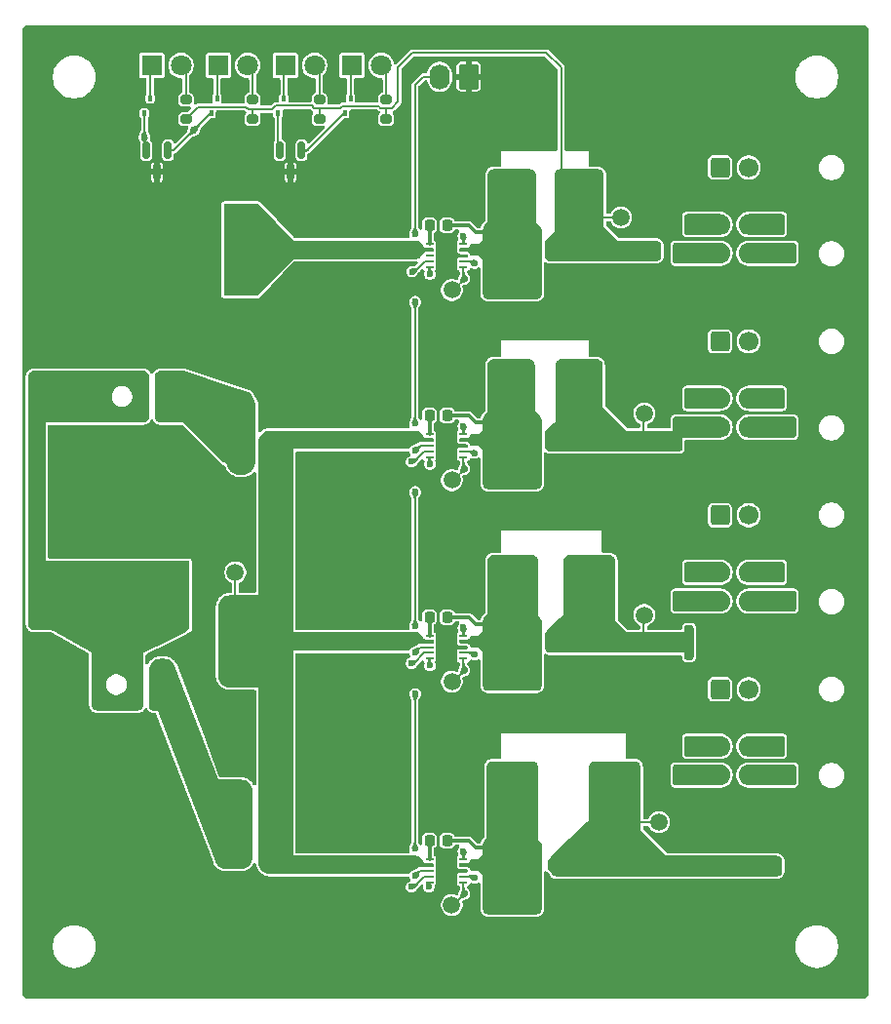
<source format=gbr>
%TF.GenerationSoftware,KiCad,Pcbnew,9.0.0-unknown-202503152022~372b704844~ubuntu22.04.1*%
%TF.CreationDate,2025-03-16T20:45:56+01:00*%
%TF.ProjectId,PowkiBoard,506f776b-6942-46f6-9172-642e6b696361,rev?*%
%TF.SameCoordinates,Original*%
%TF.FileFunction,Copper,L1,Top*%
%TF.FilePolarity,Positive*%
%FSLAX46Y46*%
G04 Gerber Fmt 4.6, Leading zero omitted, Abs format (unit mm)*
G04 Created by KiCad (PCBNEW 9.0.0-unknown-202503152022~372b704844~ubuntu22.04.1) date 2025-03-16 20:45:56*
%MOMM*%
%LPD*%
G01*
G04 APERTURE LIST*
G04 Aperture macros list*
%AMRoundRect*
0 Rectangle with rounded corners*
0 $1 Rounding radius*
0 $2 $3 $4 $5 $6 $7 $8 $9 X,Y pos of 4 corners*
0 Add a 4 corners polygon primitive as box body*
4,1,4,$2,$3,$4,$5,$6,$7,$8,$9,$2,$3,0*
0 Add four circle primitives for the rounded corners*
1,1,$1+$1,$2,$3*
1,1,$1+$1,$4,$5*
1,1,$1+$1,$6,$7*
1,1,$1+$1,$8,$9*
0 Add four rect primitives between the rounded corners*
20,1,$1+$1,$2,$3,$4,$5,0*
20,1,$1+$1,$4,$5,$6,$7,0*
20,1,$1+$1,$6,$7,$8,$9,0*
20,1,$1+$1,$8,$9,$2,$3,0*%
%AMFreePoly0*
4,1,22,0.695671,0.830970,0.776777,0.776777,0.830970,0.695671,0.850000,0.600000,0.850000,-0.600000,0.830970,-0.695671,0.776777,-0.776777,0.695671,-0.830970,0.600000,-0.850000,-0.200000,-0.850000,-0.295671,-0.830970,-0.376777,-0.776777,-0.776777,-0.376777,-0.830970,-0.295671,-0.850000,-0.200000,-0.850000,0.600000,-0.830970,0.695671,-0.776777,0.776777,-0.695671,0.830970,-0.600000,0.850000,
0.600000,0.850000,0.695671,0.830970,0.695671,0.830970,$1*%
G04 Aperture macros list end*
%TA.AperFunction,SMDPad,CuDef*%
%ADD10RoundRect,0.150000X-0.150000X0.587500X-0.150000X-0.587500X0.150000X-0.587500X0.150000X0.587500X0*%
%TD*%
%TA.AperFunction,SMDPad,CuDef*%
%ADD11RoundRect,0.225000X-0.225000X-0.250000X0.225000X-0.250000X0.225000X0.250000X-0.225000X0.250000X0*%
%TD*%
%TA.AperFunction,SMDPad,CuDef*%
%ADD12RoundRect,0.503250X-1.174250X-1.246750X1.174250X-1.246750X1.174250X1.246750X-1.174250X1.246750X0*%
%TD*%
%TA.AperFunction,SMDPad,CuDef*%
%ADD13RoundRect,0.250000X-0.650000X0.325000X-0.650000X-0.325000X0.650000X-0.325000X0.650000X0.325000X0*%
%TD*%
%TA.AperFunction,SMDPad,CuDef*%
%ADD14RoundRect,0.250000X-1.100000X0.325000X-1.100000X-0.325000X1.100000X-0.325000X1.100000X0.325000X0*%
%TD*%
%TA.AperFunction,ComponentPad*%
%ADD15R,1.800000X1.800000*%
%TD*%
%TA.AperFunction,ComponentPad*%
%ADD16C,1.800000*%
%TD*%
%TA.AperFunction,SMDPad,CuDef*%
%ADD17RoundRect,0.317500X0.382500X0.317500X-0.382500X0.317500X-0.382500X-0.317500X0.382500X-0.317500X0*%
%TD*%
%TA.AperFunction,SMDPad,CuDef*%
%ADD18R,4.800000X4.720000*%
%TD*%
%TA.AperFunction,SMDPad,CuDef*%
%ADD19C,1.500000*%
%TD*%
%TA.AperFunction,ComponentPad*%
%ADD20RoundRect,0.250000X-0.600000X-0.600000X0.600000X-0.600000X0.600000X0.600000X-0.600000X0.600000X0*%
%TD*%
%TA.AperFunction,ComponentPad*%
%ADD21C,1.700000*%
%TD*%
%TA.AperFunction,ComponentPad*%
%ADD22R,12.000000X6.000000*%
%TD*%
%TA.AperFunction,SMDPad,CuDef*%
%ADD23RoundRect,0.100000X-0.100000X0.155000X-0.100000X-0.155000X0.100000X-0.155000X0.100000X0.155000X0*%
%TD*%
%TA.AperFunction,SMDPad,CuDef*%
%ADD24RoundRect,0.062500X-0.312500X-0.062500X0.312500X-0.062500X0.312500X0.062500X-0.312500X0.062500X0*%
%TD*%
%TA.AperFunction,HeatsinkPad*%
%ADD25R,1.800000X2.500000*%
%TD*%
%TA.AperFunction,SMDPad,CuDef*%
%ADD26RoundRect,0.200000X0.275000X-0.200000X0.275000X0.200000X-0.275000X0.200000X-0.275000X-0.200000X0*%
%TD*%
%TA.AperFunction,SMDPad,CuDef*%
%ADD27RoundRect,0.600000X-1.400000X-1.900000X1.400000X-1.900000X1.400000X1.900000X-1.400000X1.900000X0*%
%TD*%
%TA.AperFunction,ComponentPad*%
%ADD28C,2.600000*%
%TD*%
%TA.AperFunction,SMDPad,CuDef*%
%ADD29R,2.600000X4.600000*%
%TD*%
%TA.AperFunction,SMDPad,CuDef*%
%ADD30RoundRect,0.525000X-1.340000X-1.225000X1.340000X-1.225000X1.340000X1.225000X-1.340000X1.225000X0*%
%TD*%
%TA.AperFunction,ComponentPad*%
%ADD31RoundRect,0.250000X0.620000X0.845000X-0.620000X0.845000X-0.620000X-0.845000X0.620000X-0.845000X0*%
%TD*%
%TA.AperFunction,ComponentPad*%
%ADD32O,1.740000X2.190000*%
%TD*%
%TA.AperFunction,ComponentPad*%
%ADD33FreePoly0,0.000000*%
%TD*%
%TA.AperFunction,ViaPad*%
%ADD34C,0.600000*%
%TD*%
%TA.AperFunction,Conductor*%
%ADD35C,0.200000*%
%TD*%
%TA.AperFunction,Conductor*%
%ADD36C,0.300000*%
%TD*%
G04 APERTURE END LIST*
D10*
%TO.P,D10,1,K*%
%TO.N,PG9V*%
X185250000Y-57862500D03*
%TO.P,D10,2,K*%
%TO.N,PG12V*%
X183350000Y-57862500D03*
%TO.P,D10,3,A*%
%TO.N,GNDA*%
X184300000Y-59737500D03*
%TD*%
D11*
%TO.P,C17,1*%
%TO.N,Net-(U2-BOOT)*%
X196359462Y-80900000D03*
%TO.P,C17,2*%
%TO.N,Net-(D3-K)*%
X197909462Y-80900000D03*
%TD*%
D12*
%TO.P,L4,1,1*%
%TO.N,Net-(D4-K)*%
X203454731Y-61500000D03*
%TO.P,L4,2,2*%
%TO.N,LG5V*%
X209359731Y-61500000D03*
%TD*%
D13*
%TO.P,C9,1*%
%TO.N,VIN*%
X193904731Y-83000000D03*
%TO.P,C9,2*%
%TO.N,GNDA*%
X193904731Y-85950000D03*
%TD*%
D14*
%TO.P,C27,1*%
%TO.N,12V*%
X225500000Y-119900000D03*
%TO.P,C27,2*%
%TO.N,GNDA*%
X225500000Y-122850000D03*
%TD*%
D13*
%TO.P,C38,1*%
%TO.N,Net-(U4-VIN)*%
X191404731Y-66525000D03*
%TO.P,C38,2*%
%TO.N,GNDA*%
X191404731Y-69475000D03*
%TD*%
D15*
%TO.P,D7,1,K*%
%TO.N,Net-(D7-K)*%
X183830000Y-50500000D03*
D16*
%TO.P,D7,2,A*%
%TO.N,Net-(D7-A)*%
X186370000Y-50500000D03*
%TD*%
D13*
%TO.P,C11,1*%
%TO.N,VIN*%
X188904731Y-83000000D03*
%TO.P,C11,2*%
%TO.N,GNDA*%
X188904731Y-85950000D03*
%TD*%
D17*
%TO.P,D2,1,A*%
%TO.N,GNDA*%
X204540000Y-125405000D03*
%TO.P,D2,2,A*%
X202460000Y-125405000D03*
D18*
%TO.P,D2,3,K*%
%TO.N,Net-(D2-K)*%
X203500000Y-121600000D03*
%TD*%
D19*
%TO.P,TP3,1,1*%
%TO.N,5V*%
X215004731Y-80700000D03*
%TD*%
D20*
%TO.P,J7,1,Pin_1*%
%TO.N,VIN*%
X221585000Y-104650000D03*
D21*
%TO.P,J7,2,Pin_2*%
%TO.N,GNDA*%
X221585000Y-107150000D03*
%TO.P,J7,3,Pin_3*%
%TO.N,9V*%
X221585000Y-109650000D03*
%TO.P,J7,4,Pin_4*%
%TO.N,5V*%
X221585000Y-112150000D03*
%TO.P,J7,5,Pin_5*%
%TO.N,VIN*%
X224085000Y-104650000D03*
%TO.P,J7,6,Pin_6*%
%TO.N,GNDA*%
X224085000Y-107150000D03*
%TO.P,J7,7,Pin_7*%
%TO.N,12V*%
X224085000Y-109650000D03*
%TO.P,J7,8,Pin_8*%
%TO.N,LG5V*%
X224085000Y-112150000D03*
%TD*%
D13*
%TO.P,C3,1*%
%TO.N,VIN*%
X188904731Y-100500000D03*
%TO.P,C3,2*%
%TO.N,GNDA*%
X188904731Y-103450000D03*
%TD*%
D22*
%TO.P,J2,1,Pin_1*%
%TO.N,VBATT*%
X169500000Y-96500000D03*
%TD*%
D19*
%TO.P,TP6,1,1*%
%TO.N,Net-(U3-FB)*%
X198300000Y-123400000D03*
%TD*%
D23*
%TO.P,Q3,1,G*%
%TO.N,PGLG5V*%
X177400000Y-54645000D03*
%TO.P,Q3,2,S*%
%TO.N,GNDA*%
X178400000Y-54645000D03*
%TO.P,Q3,3,D*%
%TO.N,Net-(D6-K)*%
X177900000Y-53355000D03*
%TD*%
D19*
%TO.P,TP7,1,1*%
%TO.N,VIN*%
X179500000Y-94500000D03*
%TD*%
D14*
%TO.P,C21,1*%
%TO.N,5V*%
X215004731Y-83000000D03*
%TO.P,C21,2*%
%TO.N,GNDA*%
X215004731Y-85950000D03*
%TD*%
D20*
%TO.P,J6,1,Pin_1*%
%TO.N,VIN*%
X221585000Y-89550000D03*
D21*
%TO.P,J6,2,Pin_2*%
%TO.N,GNDA*%
X221585000Y-92050000D03*
%TO.P,J6,3,Pin_3*%
%TO.N,9V*%
X221585000Y-94550000D03*
%TO.P,J6,4,Pin_4*%
%TO.N,5V*%
X221585000Y-97050000D03*
%TO.P,J6,5,Pin_5*%
%TO.N,VIN*%
X224085000Y-89550000D03*
%TO.P,J6,6,Pin_6*%
%TO.N,GNDA*%
X224085000Y-92050000D03*
%TO.P,J6,7,Pin_7*%
%TO.N,12V*%
X224085000Y-94550000D03*
%TO.P,J6,8,Pin_8*%
%TO.N,LG5V*%
X224085000Y-97050000D03*
%TD*%
D15*
%TO.P,D5,1,K*%
%TO.N,Net-(D5-K)*%
X172230000Y-50500000D03*
D16*
%TO.P,D5,2,A*%
%TO.N,Net-(D5-A)*%
X174770000Y-50500000D03*
%TD*%
D13*
%TO.P,C1,1*%
%TO.N,VIN*%
X193904731Y-100500000D03*
%TO.P,C1,2*%
%TO.N,GNDA*%
X193904731Y-103450000D03*
%TD*%
%TO.P,C13,1*%
%TO.N,VIN*%
X193904731Y-119900000D03*
%TO.P,C13,2*%
%TO.N,GNDA*%
X193904731Y-122850000D03*
%TD*%
D19*
%TO.P,TP2,1,1*%
%TO.N,Net-(U1-FB)*%
X198304731Y-104000000D03*
%TD*%
D22*
%TO.P,J3,1,Pin_1*%
%TO.N,GNDA*%
X169500000Y-87500000D03*
%TD*%
D24*
%TO.P,U2,1,BOOT*%
%TO.N,Net-(U2-BOOT)*%
X196354731Y-82500000D03*
%TO.P,U2,2,VIN*%
%TO.N,VIN*%
X196354731Y-83000000D03*
%TO.P,U2,3,EN*%
%TO.N,EN12V*%
X196354731Y-83500000D03*
%TO.P,U2,4,SS/TR*%
%TO.N,Net-(U2-SS{slash}TR)*%
X196354731Y-84000000D03*
%TO.P,U2,5,RT/SYNC*%
%TO.N,Net-(U2-RT{slash}SYNC)*%
X196354731Y-84500000D03*
%TO.P,U2,6,FB*%
%TO.N,Net-(U2-FB)*%
X199304731Y-84500000D03*
%TO.P,U2,7,COMP*%
%TO.N,Net-(U2-COMP)*%
X199304731Y-84000000D03*
%TO.P,U2,8,GND*%
%TO.N,GNDA*%
X199304731Y-83500000D03*
%TO.P,U2,9,SW*%
%TO.N,Net-(D3-K)*%
X199304731Y-83000000D03*
%TO.P,U2,10,PGOOD*%
%TO.N,PG5V*%
X199304731Y-82500000D03*
D25*
%TO.P,U2,11,PAD*%
%TO.N,GNDA*%
X197829731Y-83500000D03*
%TD*%
D13*
%TO.P,C39,1*%
%TO.N,Net-(U4-VIN)*%
X188904731Y-66500000D03*
%TO.P,C39,2*%
%TO.N,GNDA*%
X188904731Y-69450000D03*
%TD*%
D26*
%TO.P,R24,1*%
%TO.N,LG5V*%
X192600000Y-55125000D03*
%TO.P,R24,2*%
%TO.N,Net-(D8-A)*%
X192600000Y-53475000D03*
%TD*%
%TO.P,R22,1*%
%TO.N,LG5V*%
X181000000Y-55125000D03*
%TO.P,R22,2*%
%TO.N,Net-(D6-A)*%
X181000000Y-53475000D03*
%TD*%
D13*
%TO.P,C15,1*%
%TO.N,VIN*%
X188904731Y-119900000D03*
%TO.P,C15,2*%
%TO.N,GNDA*%
X188904731Y-122850000D03*
%TD*%
D14*
%TO.P,C7,1*%
%TO.N,9V*%
X211500000Y-100500000D03*
%TO.P,C7,2*%
%TO.N,GNDA*%
X211500000Y-103450000D03*
%TD*%
D15*
%TO.P,D8,1,K*%
%TO.N,Net-(D8-K)*%
X189630000Y-50500000D03*
D16*
%TO.P,D8,2,A*%
%TO.N,Net-(D8-A)*%
X192170000Y-50500000D03*
%TD*%
D23*
%TO.P,Q5,1,G*%
%TO.N,PG9V*%
X189000000Y-54645000D03*
%TO.P,Q5,2,S*%
%TO.N,GNDA*%
X190000000Y-54645000D03*
%TO.P,Q5,3,D*%
%TO.N,Net-(D8-K)*%
X189500000Y-53355000D03*
%TD*%
D14*
%TO.P,C24,1*%
%TO.N,12V*%
X215000000Y-119900000D03*
%TO.P,C24,2*%
%TO.N,GNDA*%
X215000000Y-122850000D03*
%TD*%
D19*
%TO.P,TP4,1,1*%
%TO.N,Net-(U2-FB)*%
X198304731Y-86500000D03*
%TD*%
D26*
%TO.P,R21,1*%
%TO.N,LG5V*%
X175200000Y-55125000D03*
%TO.P,R21,2*%
%TO.N,Net-(D5-A)*%
X175200000Y-53475000D03*
%TD*%
D24*
%TO.P,U4,1,BOOT*%
%TO.N,Net-(U4-BOOT)*%
X196354731Y-66000000D03*
%TO.P,U4,2,VIN*%
%TO.N,Net-(U4-VIN)*%
X196354731Y-66500000D03*
%TO.P,U4,3,EN*%
%TO.N,unconnected-(U4-EN-Pad3)*%
X196354731Y-67000000D03*
%TO.P,U4,4,SS/TR*%
%TO.N,Net-(U4-SS{slash}TR)*%
X196354731Y-67500000D03*
%TO.P,U4,5,RT/SYNC*%
%TO.N,Net-(U4-RT{slash}SYNC)*%
X196354731Y-68000000D03*
%TO.P,U4,6,FB*%
%TO.N,Net-(U4-FB)*%
X199304731Y-68000000D03*
%TO.P,U4,7,COMP*%
%TO.N,Net-(U4-COMP)*%
X199304731Y-67500000D03*
%TO.P,U4,8,GND*%
%TO.N,GNDA*%
X199304731Y-67000000D03*
%TO.P,U4,9,SW*%
%TO.N,Net-(D4-K)*%
X199304731Y-66500000D03*
%TO.P,U4,10,PGOOD*%
%TO.N,PGLG5V*%
X199304731Y-66000000D03*
D25*
%TO.P,U4,11,PAD*%
%TO.N,GNDA*%
X197829731Y-67000000D03*
%TD*%
D27*
%TO.P,L3,1,1*%
%TO.N,Net-(D2-K)*%
X203550000Y-113500000D03*
%TO.P,L3,2,2*%
%TO.N,12V*%
X212450000Y-113500000D03*
%TD*%
D19*
%TO.P,TP1,1,1*%
%TO.N,9V*%
X215000000Y-98200000D03*
%TD*%
D24*
%TO.P,U1,1,BOOT*%
%TO.N,Net-(U1-BOOT)*%
X196354731Y-100000000D03*
%TO.P,U1,2,VIN*%
%TO.N,VIN*%
X196354731Y-100500000D03*
%TO.P,U1,3,EN*%
%TO.N,EN12V*%
X196354731Y-101000000D03*
%TO.P,U1,4,SS/TR*%
%TO.N,Net-(U1-SS{slash}TR)*%
X196354731Y-101500000D03*
%TO.P,U1,5,RT/SYNC*%
%TO.N,Net-(U1-RT{slash}SYNC)*%
X196354731Y-102000000D03*
%TO.P,U1,6,FB*%
%TO.N,Net-(U1-FB)*%
X199304731Y-102000000D03*
%TO.P,U1,7,COMP*%
%TO.N,Net-(U1-COMP)*%
X199304731Y-101500000D03*
%TO.P,U1,8,GND*%
%TO.N,GNDA*%
X199304731Y-101000000D03*
%TO.P,U1,9,SW*%
%TO.N,Net-(D1-K)*%
X199304731Y-100500000D03*
%TO.P,U1,10,PGOOD*%
%TO.N,PG9V*%
X199304731Y-100000000D03*
D25*
%TO.P,U1,11,PAD*%
%TO.N,GNDA*%
X197829731Y-101000000D03*
%TD*%
D23*
%TO.P,Q4,1,G*%
%TO.N,PG12V*%
X183200000Y-54645000D03*
%TO.P,Q4,2,S*%
%TO.N,GNDA*%
X184200000Y-54645000D03*
%TO.P,Q4,3,D*%
%TO.N,Net-(D7-K)*%
X183700000Y-53355000D03*
%TD*%
D20*
%TO.P,J4,1,Pin_1*%
%TO.N,VIN*%
X221585000Y-59350000D03*
D21*
%TO.P,J4,2,Pin_2*%
%TO.N,GNDA*%
X221585000Y-61850000D03*
%TO.P,J4,3,Pin_3*%
%TO.N,9V*%
X221585000Y-64350000D03*
%TO.P,J4,4,Pin_4*%
%TO.N,5V*%
X221585000Y-66850000D03*
%TO.P,J4,5,Pin_5*%
%TO.N,VIN*%
X224085000Y-59350000D03*
%TO.P,J4,6,Pin_6*%
%TO.N,GNDA*%
X224085000Y-61850000D03*
%TO.P,J4,7,Pin_7*%
%TO.N,12V*%
X224085000Y-64350000D03*
%TO.P,J4,8,Pin_8*%
%TO.N,LG5V*%
X224085000Y-66850000D03*
%TD*%
D26*
%TO.P,R23,1*%
%TO.N,LG5V*%
X186800000Y-55125000D03*
%TO.P,R23,2*%
%TO.N,Net-(D7-A)*%
X186800000Y-53475000D03*
%TD*%
D13*
%TO.P,C4,1*%
%TO.N,VIN*%
X186404731Y-100500000D03*
%TO.P,C4,2*%
%TO.N,GNDA*%
X186404731Y-103450000D03*
%TD*%
D10*
%TO.P,D9,1,K*%
%TO.N,PGLG5V*%
X173650000Y-57862500D03*
%TO.P,D9,2,K*%
%TO.N,PG5V*%
X171750000Y-57862500D03*
%TO.P,D9,3,A*%
%TO.N,GNDA*%
X172700000Y-59737500D03*
%TD*%
D14*
%TO.P,C6,1*%
%TO.N,9V*%
X208000000Y-100500000D03*
%TO.P,C6,2*%
%TO.N,GNDA*%
X208000000Y-103450000D03*
%TD*%
%TO.P,C19,1*%
%TO.N,5V*%
X208004731Y-83000000D03*
%TO.P,C19,2*%
%TO.N,GNDA*%
X208004731Y-85950000D03*
%TD*%
D28*
%TO.P,U6,1*%
%TO.N,Net-(J8-Pin_3)*%
X180000000Y-84750000D03*
D29*
X180000000Y-82450000D03*
D28*
X180000000Y-80150000D03*
%TO.P,U6,2*%
%TO.N,Net-(U4-VIN)*%
X180000000Y-68850000D03*
D29*
X180000000Y-66550000D03*
D28*
X180000000Y-64250000D03*
%TD*%
D30*
%TO.P,L1,1,1*%
%TO.N,Net-(D1-K)*%
X203604731Y-95000000D03*
%TO.P,L1,2,2*%
%TO.N,9V*%
X210284731Y-95000000D03*
%TD*%
D15*
%TO.P,D6,1,K*%
%TO.N,Net-(D6-K)*%
X178030000Y-50500000D03*
D16*
%TO.P,D6,2,A*%
%TO.N,Net-(D6-A)*%
X180570000Y-50500000D03*
%TD*%
D17*
%TO.P,D1,1,A*%
%TO.N,GNDA*%
X204540000Y-106005000D03*
%TO.P,D1,2,A*%
X202460000Y-106005000D03*
D18*
%TO.P,D1,3,K*%
%TO.N,Net-(D1-K)*%
X203500000Y-102200000D03*
%TD*%
D24*
%TO.P,U3,1,BOOT*%
%TO.N,Net-(U3-BOOT)*%
X196354731Y-119400000D03*
%TO.P,U3,2,VIN*%
%TO.N,VIN*%
X196354731Y-119900000D03*
%TO.P,U3,3,EN*%
%TO.N,EN12V*%
X196354731Y-120400000D03*
%TO.P,U3,4,SS/TR*%
%TO.N,Net-(U3-SS{slash}TR)*%
X196354731Y-120900000D03*
%TO.P,U3,5,RT/SYNC*%
%TO.N,Net-(U3-RT{slash}SYNC)*%
X196354731Y-121400000D03*
%TO.P,U3,6,FB*%
%TO.N,Net-(U3-FB)*%
X199304731Y-121400000D03*
%TO.P,U3,7,COMP*%
%TO.N,Net-(U3-COMP)*%
X199304731Y-120900000D03*
%TO.P,U3,8,GND*%
%TO.N,GNDA*%
X199304731Y-120400000D03*
%TO.P,U3,9,SW*%
%TO.N,Net-(D2-K)*%
X199304731Y-119900000D03*
%TO.P,U3,10,PGOOD*%
%TO.N,PG12V*%
X199304731Y-119400000D03*
D25*
%TO.P,U3,11,PAD*%
%TO.N,GNDA*%
X197829731Y-120400000D03*
%TD*%
D31*
%TO.P,J9,1,Pin_1*%
%TO.N,GNDA*%
X199770000Y-51480000D03*
D32*
%TO.P,J9,2,Pin_2*%
%TO.N,EN12V*%
X197230000Y-51480000D03*
%TD*%
D11*
%TO.P,C5,1*%
%TO.N,Net-(U1-BOOT)*%
X196354731Y-98400000D03*
%TO.P,C5,2*%
%TO.N,Net-(D1-K)*%
X197904731Y-98400000D03*
%TD*%
D12*
%TO.P,L2,1,1*%
%TO.N,Net-(D3-K)*%
X203452231Y-78000000D03*
%TO.P,L2,2,2*%
%TO.N,5V*%
X209357231Y-78000000D03*
%TD*%
D14*
%TO.P,C46,1*%
%TO.N,LG5V*%
X211454731Y-66550000D03*
%TO.P,C46,2*%
%TO.N,GNDA*%
X211454731Y-69500000D03*
%TD*%
D11*
%TO.P,C44,1*%
%TO.N,Net-(U4-BOOT)*%
X196354731Y-64400000D03*
%TO.P,C44,2*%
%TO.N,Net-(D4-K)*%
X197904731Y-64400000D03*
%TD*%
%TO.P,C18,1*%
%TO.N,Net-(U3-BOOT)*%
X196354731Y-117800000D03*
%TO.P,C18,2*%
%TO.N,Net-(D2-K)*%
X197904731Y-117800000D03*
%TD*%
D28*
%TO.P,U5,1*%
%TO.N,Net-(J1-Pin_3)*%
X179500000Y-118750000D03*
D29*
X179500000Y-116450000D03*
D28*
X179500000Y-114150000D03*
%TO.P,U5,2*%
%TO.N,VIN*%
X179500000Y-102850000D03*
D29*
X179500000Y-100550000D03*
D28*
X179500000Y-98250000D03*
%TD*%
D23*
%TO.P,Q2,1,G*%
%TO.N,PG5V*%
X171600000Y-54645000D03*
%TO.P,Q2,2,S*%
%TO.N,GNDA*%
X172600000Y-54645000D03*
%TO.P,Q2,3,D*%
%TO.N,Net-(D5-K)*%
X172100000Y-53355000D03*
%TD*%
D14*
%TO.P,C26,1*%
%TO.N,12V*%
X222000000Y-119900000D03*
%TO.P,C26,2*%
%TO.N,GNDA*%
X222000000Y-122850000D03*
%TD*%
D13*
%TO.P,C12,1*%
%TO.N,VIN*%
X186404731Y-83000000D03*
%TO.P,C12,2*%
%TO.N,GNDA*%
X186404731Y-85950000D03*
%TD*%
D33*
%TO.P,J8,1,Pin_1*%
%TO.N,VBATT*%
X171000000Y-78000000D03*
D21*
%TO.P,J8,2,Pin_2*%
X171000000Y-80500000D03*
%TO.P,J8,3,Pin_3*%
%TO.N,Net-(J8-Pin_3)*%
X173500000Y-78000000D03*
%TO.P,J8,4,Pin_4*%
X173500000Y-80500000D03*
%TD*%
D13*
%TO.P,C16,1*%
%TO.N,VIN*%
X186404731Y-119900000D03*
%TO.P,C16,2*%
%TO.N,GNDA*%
X186404731Y-122850000D03*
%TD*%
D14*
%TO.P,C47,1*%
%TO.N,LG5V*%
X214954731Y-66550000D03*
%TO.P,C47,2*%
%TO.N,GNDA*%
X214954731Y-69500000D03*
%TD*%
D19*
%TO.P,TP9,1,1*%
%TO.N,Net-(U4-FB)*%
X198304731Y-70000000D03*
%TD*%
D14*
%TO.P,C20,1*%
%TO.N,5V*%
X211504731Y-83000000D03*
%TO.P,C20,2*%
%TO.N,GNDA*%
X211504731Y-85950000D03*
%TD*%
%TO.P,C45,1*%
%TO.N,LG5V*%
X207954731Y-66550000D03*
%TO.P,C45,2*%
%TO.N,GNDA*%
X207954731Y-69500000D03*
%TD*%
D13*
%TO.P,C10,1*%
%TO.N,VIN*%
X191404731Y-83000000D03*
%TO.P,C10,2*%
%TO.N,GNDA*%
X191404731Y-85950000D03*
%TD*%
D17*
%TO.P,D3,1,A*%
%TO.N,GNDA*%
X204544731Y-88505000D03*
%TO.P,D3,2,A*%
X202464731Y-88505000D03*
D18*
%TO.P,D3,3,K*%
%TO.N,Net-(D3-K)*%
X203504731Y-84700000D03*
%TD*%
D13*
%TO.P,C2,1*%
%TO.N,VIN*%
X191404731Y-100500000D03*
%TO.P,C2,2*%
%TO.N,GNDA*%
X191404731Y-103450000D03*
%TD*%
D14*
%TO.P,C23,1*%
%TO.N,12V*%
X211500000Y-119900000D03*
%TO.P,C23,2*%
%TO.N,GNDA*%
X211500000Y-122850000D03*
%TD*%
%TO.P,C8,1*%
%TO.N,9V*%
X215000000Y-100500000D03*
%TO.P,C8,2*%
%TO.N,GNDA*%
X215000000Y-103450000D03*
%TD*%
D19*
%TO.P,TP8,1,1*%
%TO.N,LG5V*%
X213000000Y-63700000D03*
%TD*%
D13*
%TO.P,C40,1*%
%TO.N,Net-(U4-VIN)*%
X186404731Y-66500000D03*
%TO.P,C40,2*%
%TO.N,GNDA*%
X186404731Y-69450000D03*
%TD*%
D14*
%TO.P,C22,1*%
%TO.N,12V*%
X208000000Y-119900000D03*
%TO.P,C22,2*%
%TO.N,GNDA*%
X208000000Y-122850000D03*
%TD*%
%TO.P,C25,1*%
%TO.N,12V*%
X218500000Y-119900000D03*
%TO.P,C25,2*%
%TO.N,GNDA*%
X218500000Y-122850000D03*
%TD*%
D20*
%TO.P,J5,1,Pin_1*%
%TO.N,VIN*%
X221585000Y-74450000D03*
D21*
%TO.P,J5,2,Pin_2*%
%TO.N,GNDA*%
X221585000Y-76950000D03*
%TO.P,J5,3,Pin_3*%
%TO.N,9V*%
X221585000Y-79450000D03*
%TO.P,J5,4,Pin_4*%
%TO.N,5V*%
X221585000Y-81950000D03*
%TO.P,J5,5,Pin_5*%
%TO.N,VIN*%
X224085000Y-74450000D03*
%TO.P,J5,6,Pin_6*%
%TO.N,GNDA*%
X224085000Y-76950000D03*
%TO.P,J5,7,Pin_7*%
%TO.N,12V*%
X224085000Y-79450000D03*
%TO.P,J5,8,Pin_8*%
%TO.N,LG5V*%
X224085000Y-81950000D03*
%TD*%
D13*
%TO.P,C37,1*%
%TO.N,Net-(U4-VIN)*%
X193904731Y-66500000D03*
%TO.P,C37,2*%
%TO.N,GNDA*%
X193904731Y-69450000D03*
%TD*%
D19*
%TO.P,TP5,1,1*%
%TO.N,12V*%
X216300000Y-116200000D03*
%TD*%
D33*
%TO.P,J1,1,Pin_1*%
%TO.N,VBATT*%
X170500000Y-103000000D03*
D21*
%TO.P,J1,2,Pin_2*%
X170500000Y-105500000D03*
%TO.P,J1,3,Pin_3*%
%TO.N,Net-(J1-Pin_3)*%
X173000000Y-103000000D03*
%TO.P,J1,4,Pin_4*%
X173000000Y-105500000D03*
%TD*%
D13*
%TO.P,C14,1*%
%TO.N,VIN*%
X191404731Y-119900000D03*
%TO.P,C14,2*%
%TO.N,GNDA*%
X191404731Y-122850000D03*
%TD*%
D17*
%TO.P,D4,1,A*%
%TO.N,GNDA*%
X204534731Y-72000000D03*
%TO.P,D4,2,A*%
X202454731Y-72000000D03*
D18*
%TO.P,D4,3,K*%
%TO.N,Net-(D4-K)*%
X203494731Y-68195000D03*
%TD*%
D34*
%TO.N,GNDA*%
X192000000Y-65100000D03*
X192000000Y-64400000D03*
X192000000Y-63700000D03*
X192000000Y-63000000D03*
X192000000Y-62300000D03*
X192000000Y-61600000D03*
%TO.N,VIN*%
X182100000Y-98200000D03*
X183200000Y-102700000D03*
X182500000Y-99100000D03*
X182800000Y-98200000D03*
X182100000Y-100000000D03*
X183900000Y-102700000D03*
X182500000Y-97300000D03*
X182500000Y-102700000D03*
X182500000Y-100900000D03*
X182100000Y-103600000D03*
X183200000Y-99100000D03*
X184200000Y-100000000D03*
X183500000Y-98200000D03*
X181800000Y-102700000D03*
X183900000Y-97300000D03*
X182100000Y-101800000D03*
X181800000Y-99100000D03*
X183900000Y-99100000D03*
X183500000Y-100000000D03*
X182800000Y-103600000D03*
X181800000Y-100900000D03*
X182800000Y-100000000D03*
X183200000Y-100900000D03*
X183900000Y-100900000D03*
X183500000Y-103600000D03*
X183500000Y-101800000D03*
X182800000Y-101800000D03*
X183200000Y-97300000D03*
X184200000Y-98200000D03*
X184200000Y-101800000D03*
%TO.N,GNDA*%
X193300000Y-123900000D03*
X227700000Y-117800000D03*
X194500000Y-77300000D03*
X208900000Y-104500000D03*
X194500000Y-95200000D03*
X195700000Y-113400000D03*
X225900000Y-85100000D03*
X185100000Y-84800000D03*
X185100000Y-105100000D03*
X219800000Y-108100000D03*
X228700000Y-101900000D03*
X194500000Y-115500000D03*
X208800000Y-70500000D03*
X192500000Y-71700000D03*
X195700000Y-53800000D03*
X225900000Y-117100000D03*
X197795269Y-119900000D03*
X219800000Y-86900000D03*
X190800000Y-87000000D03*
X197300000Y-82700000D03*
X228700000Y-88000000D03*
X194500000Y-96600000D03*
X197795269Y-99900000D03*
X214800000Y-62400000D03*
X212400000Y-104500000D03*
X217000000Y-103800000D03*
X219800000Y-76000000D03*
X216600000Y-61200000D03*
X217000000Y-76000000D03*
X188900000Y-87000000D03*
X217000000Y-103200000D03*
X214800000Y-63600000D03*
X225900000Y-73000000D03*
X226900000Y-60900000D03*
X198295269Y-100800000D03*
X208400000Y-55500000D03*
X185100000Y-96000000D03*
X192900000Y-94500000D03*
X228700000Y-69300000D03*
X214800000Y-61800000D03*
X225900000Y-69400000D03*
X195700000Y-71700000D03*
X216600000Y-64800000D03*
X190800000Y-123900000D03*
X198300000Y-121400000D03*
X227700000Y-116600000D03*
X217000000Y-71100000D03*
X180900000Y-107200000D03*
X222900000Y-123900000D03*
X193300000Y-110600000D03*
X195700000Y-115500000D03*
X228700000Y-83800000D03*
X225900000Y-68200000D03*
X228700000Y-106900000D03*
X225900000Y-107500000D03*
X185100000Y-85500000D03*
X180900000Y-77600000D03*
X219800000Y-91200000D03*
X185100000Y-113500000D03*
X225900000Y-76600000D03*
X215300000Y-87000000D03*
X207100000Y-87000000D03*
X185100000Y-81600000D03*
X195700000Y-106400000D03*
X216600000Y-60000000D03*
X195700000Y-60800000D03*
X219800000Y-83900000D03*
X194500000Y-54500000D03*
X193300000Y-116900000D03*
X207000000Y-70500000D03*
X185100000Y-105800000D03*
X219800000Y-68200000D03*
X180900000Y-86400000D03*
X214800000Y-59400000D03*
X219800000Y-71800000D03*
X215900000Y-104500000D03*
X225900000Y-100200000D03*
X195700000Y-114800000D03*
X194500000Y-72400000D03*
X195700000Y-78700000D03*
X192000000Y-87000000D03*
X195700000Y-77300000D03*
X197300000Y-120800000D03*
X185100000Y-106500000D03*
X219800000Y-77800000D03*
X194500000Y-109900000D03*
X194500000Y-93100000D03*
X194500000Y-63600000D03*
X180900000Y-112100000D03*
X228700000Y-87400000D03*
X217000000Y-85700000D03*
X194500000Y-105700000D03*
X197304731Y-84500000D03*
X180900000Y-88500000D03*
X210600000Y-87000000D03*
X217000000Y-108900000D03*
X197800000Y-120500000D03*
X197800000Y-121100000D03*
X194500000Y-112000000D03*
X228700000Y-108100000D03*
X185100000Y-72900000D03*
X219800000Y-83300000D03*
X185100000Y-112800000D03*
X194500000Y-71700000D03*
X195700000Y-116200000D03*
X216600000Y-61800000D03*
X217000000Y-110100000D03*
X228700000Y-107500000D03*
X180900000Y-74100000D03*
X197300000Y-67400000D03*
X192500000Y-75900000D03*
X219800000Y-72400000D03*
X207200000Y-52700000D03*
X197800000Y-67700000D03*
X225900000Y-118300000D03*
X217000000Y-69900000D03*
X225900000Y-92400000D03*
X195700000Y-75900000D03*
X219800000Y-106300000D03*
X228700000Y-62100000D03*
X185800000Y-70500000D03*
X224600000Y-123900000D03*
X192700000Y-102900000D03*
X228700000Y-69900000D03*
X219800000Y-77200000D03*
X192500000Y-72400000D03*
X180900000Y-76200000D03*
X219800000Y-101900000D03*
X180900000Y-110000000D03*
X228700000Y-101300000D03*
X225900000Y-68800000D03*
X214800000Y-61200000D03*
X225900000Y-91200000D03*
X189500000Y-104500000D03*
X217000000Y-77200000D03*
X195700000Y-95900000D03*
X180900000Y-74800000D03*
X207200000Y-53400000D03*
X207600000Y-70500000D03*
X185100000Y-93900000D03*
X217000000Y-84500000D03*
X192500000Y-76600000D03*
X188900000Y-70500000D03*
X192900000Y-88200000D03*
X195700000Y-114100000D03*
X219800000Y-92400000D03*
X185100000Y-79500000D03*
X185100000Y-116300000D03*
X192700000Y-86000000D03*
X208400000Y-53400000D03*
X197295269Y-66200000D03*
X219800000Y-84500000D03*
X185100000Y-71500000D03*
X193300000Y-113400000D03*
X214700000Y-104500000D03*
X221700000Y-123900000D03*
X194500000Y-113400000D03*
X219800000Y-86300000D03*
X225900000Y-106300000D03*
X219800000Y-106900000D03*
X221100000Y-123900000D03*
X228700000Y-103100000D03*
X225900000Y-99600000D03*
X212400000Y-87000000D03*
X195700000Y-61500000D03*
X225900000Y-113500000D03*
X180900000Y-89200000D03*
X194700000Y-103950000D03*
X198300000Y-67400000D03*
X210600000Y-123900000D03*
X225900000Y-102000000D03*
X194500000Y-106400000D03*
X211700000Y-70500000D03*
X216600000Y-63600000D03*
X217000000Y-69300000D03*
X207700000Y-87000000D03*
X225900000Y-91800000D03*
X195700000Y-112000000D03*
X194500000Y-111300000D03*
X208400000Y-54800000D03*
X195700000Y-88200000D03*
X185100000Y-93200000D03*
X207100000Y-123900000D03*
X208300000Y-104500000D03*
X195700000Y-78000000D03*
X227700000Y-115400000D03*
X180900000Y-93400000D03*
X189500000Y-123900000D03*
X185800000Y-87000000D03*
X225900000Y-77800000D03*
X185100000Y-104400000D03*
X191400000Y-104500000D03*
X225900000Y-83900000D03*
X226900000Y-62700000D03*
X197295269Y-119600000D03*
X225900000Y-117700000D03*
X185800000Y-104500000D03*
X192900000Y-88900000D03*
X185100000Y-68700000D03*
X212400000Y-123900000D03*
X194700000Y-86450000D03*
X191400000Y-87000000D03*
X188300000Y-70500000D03*
X194500000Y-88200000D03*
X193300000Y-112700000D03*
X216600000Y-63000000D03*
X217000000Y-99000000D03*
X197800000Y-82400000D03*
X194500000Y-61500000D03*
X198300000Y-102000000D03*
X195700000Y-59400000D03*
X208400000Y-56200000D03*
X192500000Y-78000000D03*
X180900000Y-87100000D03*
X214700000Y-123900000D03*
X192000000Y-70500000D03*
X228700000Y-91800000D03*
X194500000Y-93800000D03*
X185100000Y-112100000D03*
X197800000Y-83000000D03*
X225900000Y-87500000D03*
X228700000Y-98900000D03*
X215300000Y-123900000D03*
X208300000Y-123900000D03*
X194500000Y-78000000D03*
X208200000Y-70500000D03*
X180900000Y-95500000D03*
X219800000Y-103100000D03*
X214800000Y-64200000D03*
X197295269Y-100200000D03*
X197300000Y-102000000D03*
X194500000Y-116200000D03*
X225900000Y-71200000D03*
X228700000Y-71100000D03*
X180900000Y-87800000D03*
X192900000Y-98700000D03*
X195700000Y-79400000D03*
X195700000Y-76600000D03*
X225900000Y-70600000D03*
X194500000Y-60800000D03*
X192500000Y-78700000D03*
X219800000Y-70000000D03*
X197804731Y-83600000D03*
X216600000Y-59400000D03*
X217000000Y-71700000D03*
X198300000Y-68000000D03*
X208400000Y-51300000D03*
X226900000Y-61500000D03*
X217000000Y-108300000D03*
X193300000Y-111300000D03*
X217000000Y-92300000D03*
X225900000Y-114100000D03*
X227700000Y-114800000D03*
X228700000Y-86800000D03*
X198295269Y-66200000D03*
X194500000Y-55200000D03*
X195700000Y-105700000D03*
X192900000Y-95200000D03*
X225900000Y-85700000D03*
X198295269Y-119600000D03*
X185100000Y-80200000D03*
X188900000Y-123900000D03*
X194500000Y-97300000D03*
X197800000Y-67100000D03*
X193300000Y-109900000D03*
X225900000Y-88100000D03*
X186400000Y-123900000D03*
X185100000Y-92500000D03*
X228700000Y-93000000D03*
X207200000Y-54800000D03*
X192500000Y-79400000D03*
X193300000Y-115500000D03*
X215300000Y-104500000D03*
X225900000Y-115300000D03*
X217000000Y-76600000D03*
X228700000Y-84400000D03*
X210500000Y-70500000D03*
X194500000Y-114800000D03*
X225900000Y-114700000D03*
X189500000Y-87000000D03*
X195700000Y-112700000D03*
X219400000Y-123900000D03*
X207700000Y-104500000D03*
X194500000Y-114100000D03*
X194500000Y-112700000D03*
X219800000Y-93000000D03*
X216600000Y-60600000D03*
X180900000Y-90600000D03*
X192900000Y-95900000D03*
X207700000Y-123900000D03*
X219800000Y-102500000D03*
X219800000Y-85700000D03*
X195700000Y-55200000D03*
X180900000Y-105800000D03*
X198300000Y-82700000D03*
X228700000Y-61500000D03*
X208400000Y-52700000D03*
X195700000Y-94500000D03*
X219800000Y-107500000D03*
X228700000Y-71700000D03*
X197300000Y-101400000D03*
X227700000Y-114200000D03*
X195700000Y-110600000D03*
X228700000Y-106300000D03*
X225900000Y-86900000D03*
X193300000Y-117600000D03*
X214100000Y-104500000D03*
X185100000Y-110000000D03*
X219800000Y-91800000D03*
X217000000Y-94700000D03*
X194500000Y-78700000D03*
X215200000Y-70500000D03*
X192900000Y-97300000D03*
X225800000Y-123900000D03*
X225900000Y-84500000D03*
X225900000Y-115900000D03*
X195700000Y-72400000D03*
X191400000Y-123900000D03*
X180900000Y-75500000D03*
X194500000Y-76600000D03*
X194500000Y-88900000D03*
X228700000Y-100700000D03*
X192700000Y-85400000D03*
X192700000Y-86600000D03*
X219800000Y-68800000D03*
X192700000Y-103500000D03*
X225900000Y-101400000D03*
X193300000Y-114800000D03*
X227700000Y-113600000D03*
X195700000Y-62900000D03*
X228700000Y-60900000D03*
X185100000Y-80900000D03*
X194500000Y-53800000D03*
X225900000Y-83300000D03*
X217000000Y-110700000D03*
X193300000Y-114100000D03*
X211200000Y-123900000D03*
X193300000Y-105700000D03*
X193900000Y-123900000D03*
X198300000Y-83300000D03*
X185100000Y-78100000D03*
X227700000Y-116000000D03*
X228700000Y-100100000D03*
X192400000Y-69800000D03*
X214100000Y-123900000D03*
X185100000Y-114200000D03*
X219800000Y-69400000D03*
X228700000Y-86200000D03*
X217000000Y-92900000D03*
X191400000Y-70500000D03*
X197300000Y-121400000D03*
X217600000Y-123900000D03*
X214800000Y-60000000D03*
X192500000Y-80100000D03*
X198295269Y-100200000D03*
X194500000Y-62200000D03*
X228700000Y-98300000D03*
X180900000Y-89900000D03*
X185100000Y-78800000D03*
X225900000Y-102600000D03*
X214800000Y-60600000D03*
X198295269Y-66800000D03*
X228700000Y-68700000D03*
X214700000Y-87000000D03*
X228700000Y-83200000D03*
X185100000Y-88300000D03*
X187000000Y-104500000D03*
X212300000Y-70500000D03*
X207200000Y-51300000D03*
X211200000Y-87000000D03*
X217000000Y-93500000D03*
X225900000Y-71800000D03*
X197795269Y-119300000D03*
X185100000Y-86200000D03*
X217000000Y-102600000D03*
X228700000Y-72300000D03*
X219800000Y-87500000D03*
X225200000Y-123900000D03*
X187000000Y-123900000D03*
X194500000Y-75900000D03*
X217000000Y-98400000D03*
X197800000Y-101100000D03*
X214100000Y-87000000D03*
X185100000Y-118400000D03*
X214600000Y-70500000D03*
X188300000Y-87000000D03*
X228700000Y-72900000D03*
X197304731Y-83900000D03*
X192900000Y-96600000D03*
X185100000Y-72200000D03*
X195700000Y-116900000D03*
X198304731Y-83900000D03*
X197300000Y-83300000D03*
X185100000Y-94600000D03*
X217000000Y-95300000D03*
X216600000Y-62400000D03*
X180900000Y-92700000D03*
X197295269Y-66800000D03*
X180900000Y-78300000D03*
X185100000Y-111400000D03*
X180900000Y-94100000D03*
X211800000Y-87000000D03*
X219800000Y-70600000D03*
X185100000Y-110700000D03*
X226400000Y-123900000D03*
X217000000Y-109500000D03*
X185100000Y-87600000D03*
X228700000Y-70500000D03*
X185100000Y-115600000D03*
X194500000Y-79400000D03*
X180900000Y-105100000D03*
X192000000Y-104500000D03*
X185100000Y-86900000D03*
X192000000Y-123900000D03*
X217000000Y-77800000D03*
X211200000Y-104500000D03*
X228700000Y-99500000D03*
X222300000Y-123900000D03*
X185100000Y-77400000D03*
X185100000Y-70100000D03*
X190800000Y-104500000D03*
X214000000Y-70500000D03*
X185100000Y-117000000D03*
X195700000Y-88900000D03*
X211800000Y-104500000D03*
X197295269Y-120200000D03*
X228700000Y-85000000D03*
X194700000Y-69950000D03*
X225900000Y-77200000D03*
X185100000Y-117700000D03*
X180900000Y-107900000D03*
X228700000Y-62700000D03*
X211100000Y-70500000D03*
X194500000Y-62900000D03*
X225900000Y-103200000D03*
X227700000Y-117200000D03*
X207200000Y-54100000D03*
X225900000Y-106900000D03*
X194500000Y-59400000D03*
X192900000Y-93800000D03*
X219800000Y-85100000D03*
X192700000Y-104100000D03*
X208900000Y-87000000D03*
X180900000Y-109300000D03*
X195700000Y-62200000D03*
X197804731Y-84200000D03*
X180900000Y-76900000D03*
X217000000Y-94100000D03*
X216600000Y-64200000D03*
X228700000Y-102500000D03*
X193300000Y-116200000D03*
X180900000Y-110700000D03*
X195700000Y-54500000D03*
X195700000Y-111300000D03*
X225900000Y-100800000D03*
X197800000Y-101700000D03*
X198300000Y-120800000D03*
X207200000Y-56200000D03*
X197795269Y-65900000D03*
X227700000Y-118400000D03*
X192400000Y-69200000D03*
X217000000Y-102000000D03*
X188300000Y-104500000D03*
X197795269Y-100500000D03*
X188300000Y-123900000D03*
X214800000Y-64800000D03*
X194500000Y-116900000D03*
X192900000Y-92400000D03*
X197795269Y-66500000D03*
X208400000Y-52000000D03*
X228700000Y-85600000D03*
X180900000Y-94800000D03*
X225900000Y-86300000D03*
X180900000Y-72700000D03*
X193300000Y-106400000D03*
X225900000Y-108100000D03*
X195700000Y-109900000D03*
X180900000Y-111400000D03*
X188900000Y-104500000D03*
X185100000Y-70800000D03*
X198304731Y-84500000D03*
X197300000Y-68000000D03*
X186400000Y-70500000D03*
X180900000Y-108600000D03*
X208900000Y-123900000D03*
X195700000Y-60100000D03*
X194500000Y-55900000D03*
X225900000Y-99000000D03*
X215900000Y-123900000D03*
X180900000Y-72000000D03*
X218200000Y-123900000D03*
X180900000Y-106500000D03*
X185100000Y-69400000D03*
X187000000Y-87000000D03*
X180900000Y-91300000D03*
X198295269Y-120200000D03*
X217000000Y-70500000D03*
X225900000Y-116500000D03*
X207100000Y-104500000D03*
X214800000Y-63000000D03*
X219800000Y-71200000D03*
X207200000Y-52000000D03*
X193300000Y-112000000D03*
X185800000Y-123900000D03*
X194500000Y-60100000D03*
X228700000Y-91200000D03*
X228700000Y-68100000D03*
X194500000Y-94500000D03*
X226900000Y-62100000D03*
X186400000Y-87000000D03*
X192400000Y-68600000D03*
X195700000Y-93100000D03*
X194500000Y-110600000D03*
X207200000Y-55500000D03*
X194500000Y-123900000D03*
X225900000Y-72400000D03*
X208400000Y-54100000D03*
X189500000Y-70500000D03*
X219800000Y-98400000D03*
X218800000Y-123900000D03*
X195700000Y-95200000D03*
X215800000Y-70500000D03*
X192900000Y-98000000D03*
X180900000Y-73400000D03*
X186400000Y-104500000D03*
X225900000Y-98400000D03*
X225900000Y-70000000D03*
X195700000Y-55900000D03*
X208300000Y-87000000D03*
X194500000Y-80100000D03*
X195700000Y-97300000D03*
X187000000Y-70500000D03*
X219800000Y-99000000D03*
X190800000Y-70500000D03*
X185100000Y-96700000D03*
X180900000Y-92000000D03*
X192500000Y-77300000D03*
X217000000Y-85100000D03*
X210600000Y-104500000D03*
X197295269Y-100800000D03*
X180900000Y-71300000D03*
X211800000Y-123900000D03*
X185100000Y-95300000D03*
X228700000Y-92400000D03*
X215900000Y-87000000D03*
X195700000Y-96600000D03*
X192500000Y-80800000D03*
X225900000Y-76000000D03*
X198300000Y-101400000D03*
X225900000Y-93000000D03*
X195700000Y-92400000D03*
X194500000Y-92400000D03*
X194500000Y-95900000D03*
X185100000Y-114900000D03*
X192900000Y-93100000D03*
X185100000Y-89000000D03*
X219800000Y-76600000D03*
X195700000Y-93800000D03*
%TO.N,9V*%
X218900000Y-101200000D03*
X218900000Y-109000000D03*
X218900000Y-63700000D03*
X218900000Y-79400000D03*
X218900000Y-94500000D03*
X218900000Y-100600000D03*
X218900000Y-64900000D03*
X218900000Y-78800000D03*
X218900000Y-100000000D03*
X218900000Y-80000000D03*
X218900000Y-109600000D03*
X218900000Y-95100000D03*
X218900000Y-99400000D03*
X218900000Y-93900000D03*
X218900000Y-110200000D03*
X208300000Y-98400000D03*
X218900000Y-64300000D03*
X218900000Y-101800000D03*
%TO.N,5V*%
X217900000Y-66800000D03*
X217900000Y-82500000D03*
X217900000Y-111500000D03*
X217900000Y-96400000D03*
X217900000Y-97600000D03*
X217300000Y-82800000D03*
X217900000Y-81900000D03*
X217900000Y-67400000D03*
X217900000Y-112100000D03*
X217900000Y-97000000D03*
X208300000Y-80900000D03*
X217900000Y-83700000D03*
X217300000Y-83400000D03*
X217900000Y-66200000D03*
X217900000Y-83100000D03*
X217900000Y-112700000D03*
X217900000Y-81300000D03*
%TO.N,12V*%
X222900000Y-119900000D03*
X226500000Y-119900000D03*
X226800000Y-95100000D03*
X224700000Y-119900000D03*
X225300000Y-119900000D03*
X226800000Y-94500000D03*
X226800000Y-79400000D03*
X221100000Y-119900000D03*
X221700000Y-119900000D03*
X226800000Y-78800000D03*
X223500000Y-119900000D03*
X226800000Y-109600000D03*
X222300000Y-119900000D03*
X226800000Y-93900000D03*
X226800000Y-64300000D03*
X226800000Y-64900000D03*
X226800000Y-109000000D03*
X226800000Y-63700000D03*
X226800000Y-110200000D03*
X225900000Y-119900000D03*
X224100000Y-119900000D03*
X226800000Y-80000000D03*
X208900000Y-117800000D03*
%TO.N,Net-(U1-SS{slash}TR)*%
X194804731Y-102400000D03*
%TO.N,Net-(U2-SS{slash}TR)*%
X194804731Y-84900000D03*
%TO.N,Net-(U3-SS{slash}TR)*%
X194804731Y-121800000D03*
%TO.N,Net-(U1-COMP)*%
X200304731Y-101650000D03*
%TO.N,Net-(U2-COMP)*%
X200304731Y-84150000D03*
%TO.N,Net-(U3-COMP)*%
X200304731Y-121050000D03*
%TO.N,Net-(U4-COMP)*%
X200304731Y-67650000D03*
%TO.N,Net-(U4-SS{slash}TR)*%
X194850000Y-68400000D03*
%TO.N,LG5V*%
X211700000Y-66500000D03*
X227800000Y-111500000D03*
X227800000Y-81300000D03*
X213500000Y-66500000D03*
X207554731Y-64450000D03*
X227800000Y-97600000D03*
X227800000Y-66200000D03*
X227800000Y-82500000D03*
X212900000Y-66500000D03*
X227800000Y-66800000D03*
X214700000Y-66500000D03*
X227800000Y-97000000D03*
X212300000Y-66500000D03*
X214100000Y-66500000D03*
X211100000Y-66500000D03*
X215300000Y-66500000D03*
X210500000Y-66500000D03*
X227800000Y-67400000D03*
X227800000Y-112700000D03*
X227800000Y-81900000D03*
X227800000Y-96400000D03*
X227800000Y-112100000D03*
%TO.N,Net-(U1-FB)*%
X199404731Y-103000000D03*
%TO.N,Net-(U2-FB)*%
X199404731Y-85500000D03*
%TO.N,Net-(U3-FB)*%
X199404731Y-122400000D03*
%TO.N,PG9V*%
X185250000Y-57862500D03*
X199304731Y-99300000D03*
%TO.N,PG12V*%
X199304731Y-118700000D03*
X183350000Y-57862500D03*
%TO.N,PG5V*%
X171600000Y-56700000D03*
X199304731Y-81800000D03*
%TO.N,Net-(U1-RT{slash}SYNC)*%
X196400000Y-102600000D03*
%TO.N,Net-(U2-RT{slash}SYNC)*%
X196400000Y-85100000D03*
%TO.N,Net-(U3-RT{slash}SYNC)*%
X196304731Y-121800000D03*
%TO.N,PGLG5V*%
X199304731Y-65300000D03*
X175900000Y-56100000D03*
%TO.N,Net-(U4-RT{slash}SYNC)*%
X196400000Y-68600000D03*
%TO.N,Net-(U4-FB)*%
X199404731Y-69000000D03*
%TO.N,EN12V*%
X195125735Y-83925735D03*
X195100000Y-65100000D03*
X195111131Y-99139340D03*
X195125710Y-105051489D03*
X195111131Y-101440340D03*
X195111131Y-120840340D03*
X195114579Y-71012149D03*
X195113364Y-87513364D03*
X195085396Y-118513605D03*
X195100000Y-81600000D03*
%TD*%
D35*
%TO.N,VIN*%
X179500000Y-94500000D02*
X179500000Y-98250000D01*
%TO.N,GNDA*%
X202454731Y-72000000D02*
X204534731Y-72000000D01*
X202454731Y-88500000D02*
X204534731Y-88500000D01*
X204534731Y-106000000D02*
X205454731Y-106000000D01*
X205454731Y-88500000D02*
X207954731Y-86000000D01*
X204534731Y-125400000D02*
X205454731Y-125400000D01*
X205454731Y-106000000D02*
X207954731Y-103500000D01*
X207954731Y-69500000D02*
X214954731Y-69500000D01*
X207954731Y-122900000D02*
X214954731Y-122900000D01*
X207954731Y-103500000D02*
X214954731Y-103500000D01*
X205454731Y-125400000D02*
X207954731Y-122900000D01*
X202454731Y-125400000D02*
X204534731Y-125400000D01*
X186404731Y-85950000D02*
X193904731Y-85950000D01*
X204534731Y-88500000D02*
X205454731Y-88500000D01*
X204534731Y-72000000D02*
X205454731Y-72000000D01*
X202454731Y-106000000D02*
X204534731Y-106000000D01*
X207954731Y-86000000D02*
X214954731Y-86000000D01*
X205454731Y-72000000D02*
X207954731Y-69500000D01*
D36*
%TO.N,Net-(D1-K)*%
X199804731Y-98400000D02*
X200404731Y-99000000D01*
X197904731Y-98400000D02*
X199804731Y-98400000D01*
X200404731Y-99000000D02*
X201404731Y-99000000D01*
%TO.N,Net-(U1-BOOT)*%
X196354731Y-100000000D02*
X196354731Y-98400000D01*
D35*
%TO.N,9V*%
X214954731Y-100550000D02*
X207954731Y-100550000D01*
X208300000Y-100204731D02*
X208300000Y-96559731D01*
X207954731Y-100550000D02*
X208300000Y-100204731D01*
X214954731Y-98200000D02*
X214954731Y-100550000D01*
X208300000Y-96559731D02*
X209359731Y-95500000D01*
D36*
%TO.N,Net-(U2-BOOT)*%
X196354731Y-82500000D02*
X196354731Y-80900000D01*
%TO.N,Net-(D2-K)*%
X200404731Y-118400000D02*
X201404731Y-118400000D01*
X199804731Y-117800000D02*
X200404731Y-118400000D01*
X197904731Y-117800000D02*
X199804731Y-117800000D01*
%TO.N,Net-(D3-K)*%
X197904731Y-80900000D02*
X199804731Y-80900000D01*
X199804731Y-80900000D02*
X200404731Y-81500000D01*
X200404731Y-81500000D02*
X201404731Y-81500000D01*
%TO.N,Net-(U3-BOOT)*%
X196354731Y-119400000D02*
X196354731Y-117800000D01*
D35*
%TO.N,5V*%
X208300000Y-79059731D02*
X209359731Y-78000000D01*
X214954731Y-80700000D02*
X214954731Y-83050000D01*
X214954731Y-83050000D02*
X207954731Y-83050000D01*
X208300000Y-82704731D02*
X208300000Y-79059731D01*
X207954731Y-83050000D02*
X208300000Y-82704731D01*
%TO.N,12V*%
X214954731Y-119950000D02*
X207954731Y-119950000D01*
X216300000Y-116200000D02*
X214400000Y-116200000D01*
X207954731Y-119950000D02*
X208300000Y-119604731D01*
%TO.N,Net-(U1-SS{slash}TR)*%
X195900000Y-101500000D02*
X196354731Y-101500000D01*
X195000000Y-102400000D02*
X195900000Y-101500000D01*
X194804731Y-102400000D02*
X195000000Y-102400000D01*
%TO.N,Net-(U2-SS{slash}TR)*%
X195000000Y-84900000D02*
X195900000Y-84000000D01*
X195900000Y-84000000D02*
X196354731Y-84000000D01*
X194804731Y-84900000D02*
X195000000Y-84900000D01*
%TO.N,Net-(U3-SS{slash}TR)*%
X194804731Y-121800000D02*
X195000000Y-121800000D01*
X195000000Y-121800000D02*
X195900000Y-120900000D01*
X195900000Y-120900000D02*
X196354731Y-120900000D01*
%TO.N,Net-(U1-COMP)*%
X199304731Y-101500000D02*
X200154731Y-101500000D01*
X200154731Y-101500000D02*
X200304731Y-101650000D01*
%TO.N,Net-(U2-COMP)*%
X199304731Y-84000000D02*
X200154731Y-84000000D01*
X200154731Y-84000000D02*
X200304731Y-84150000D01*
%TO.N,Net-(U3-COMP)*%
X199304731Y-120900000D02*
X200154731Y-120900000D01*
X200154731Y-120900000D02*
X200304731Y-121050000D01*
%TO.N,Net-(U4-COMP)*%
X200154731Y-67500000D02*
X200304731Y-67650000D01*
X199304731Y-67500000D02*
X200154731Y-67500000D01*
%TO.N,Net-(U4-SS{slash}TR)*%
X195945269Y-67500000D02*
X196400000Y-67500000D01*
X194850000Y-68400000D02*
X195045269Y-68400000D01*
X195045269Y-68400000D02*
X195945269Y-67500000D01*
D36*
%TO.N,Net-(U4-BOOT)*%
X196354731Y-66000000D02*
X196354731Y-64400000D01*
%TO.N,Net-(D4-K)*%
X200404731Y-65000000D02*
X201404731Y-65000000D01*
X197904731Y-64400000D02*
X199804731Y-64400000D01*
X199804731Y-64400000D02*
X200404731Y-65000000D01*
D35*
%TO.N,LG5V*%
X206500000Y-49400000D02*
X194900000Y-49400000D01*
X181000000Y-55125000D02*
X181000000Y-54301000D01*
X193600000Y-50700000D02*
X193600000Y-53664064D01*
X188788098Y-54032032D02*
X191967968Y-54032032D01*
X183020130Y-54000000D02*
X186135936Y-54000000D01*
X213000000Y-63700000D02*
X211300000Y-63700000D01*
X181000000Y-54301000D02*
X182719130Y-54301000D01*
X192600000Y-54176000D02*
X192600000Y-55125000D01*
X180424936Y-54089000D02*
X180636936Y-54301000D01*
X207800000Y-50700000D02*
X206500000Y-49400000D01*
X191967968Y-54032032D02*
X192111936Y-54176000D01*
X207554731Y-64450000D02*
X207554731Y-63305000D01*
X182719130Y-54301000D02*
X183020130Y-54000000D01*
X193600000Y-53664064D02*
X193088064Y-54176000D01*
X209359731Y-61500000D02*
X207800000Y-59940269D01*
X186800000Y-55125000D02*
X186800000Y-54176000D01*
X193088064Y-54176000D02*
X192600000Y-54176000D01*
X207954731Y-66550000D02*
X207554731Y-66150000D01*
X214954731Y-66550000D02*
X207954731Y-66550000D01*
X186135936Y-54000000D02*
X186311936Y-54176000D01*
X186311936Y-54176000D02*
X188644130Y-54176000D01*
X180636936Y-54301000D02*
X181000000Y-54301000D01*
X175200000Y-55125000D02*
X176236000Y-54089000D01*
X207800000Y-59940269D02*
X207800000Y-50700000D01*
X192111936Y-54176000D02*
X192600000Y-54176000D01*
X176236000Y-54089000D02*
X180424936Y-54089000D01*
X194900000Y-49400000D02*
X193600000Y-50700000D01*
X188644130Y-54176000D02*
X188788098Y-54032032D01*
X207554731Y-63305000D02*
X209359731Y-61500000D01*
X207554731Y-66150000D02*
X207554731Y-64450000D01*
%TO.N,Net-(U1-FB)*%
X199304731Y-102900000D02*
X199304731Y-102000000D01*
X198404731Y-104000000D02*
X199404731Y-103000000D01*
X199404731Y-103000000D02*
X199304731Y-102900000D01*
X198304731Y-104000000D02*
X198404731Y-104000000D01*
%TO.N,Net-(U2-FB)*%
X199404731Y-85500000D02*
X199304731Y-85400000D01*
X198404731Y-86500000D02*
X199404731Y-85500000D01*
X199304731Y-85400000D02*
X199304731Y-84500000D01*
X198304731Y-86500000D02*
X198404731Y-86500000D01*
%TO.N,Net-(U3-FB)*%
X198304731Y-123400000D02*
X198404731Y-123400000D01*
X199304731Y-122300000D02*
X199304731Y-121400000D01*
X198404731Y-123400000D02*
X199404731Y-122400000D01*
X199404731Y-122400000D02*
X199304731Y-122300000D01*
%TO.N,PG9V*%
X199304731Y-99300000D02*
X199304731Y-100000000D01*
X189000000Y-54645000D02*
X188955000Y-54645000D01*
X185737500Y-57862500D02*
X185250000Y-57862500D01*
X188955000Y-54645000D02*
X185737500Y-57862500D01*
%TO.N,PG12V*%
X183200000Y-57712500D02*
X183350000Y-57862500D01*
X199304731Y-118700000D02*
X199304731Y-119400000D01*
X183200000Y-54645000D02*
X183200000Y-57712500D01*
%TO.N,PG5V*%
X171600000Y-54645000D02*
X171600000Y-56700000D01*
X171600000Y-57712500D02*
X171750000Y-57862500D01*
X171600000Y-56700000D02*
X171600000Y-57712500D01*
X199304731Y-81800000D02*
X199304731Y-82500000D01*
%TO.N,Net-(U1-RT{slash}SYNC)*%
X196354731Y-102000000D02*
X196354731Y-102554731D01*
X196354731Y-102554731D02*
X196400000Y-102600000D01*
%TO.N,Net-(U2-RT{slash}SYNC)*%
X196354731Y-84500000D02*
X196354731Y-85054731D01*
X196354731Y-85054731D02*
X196400000Y-85100000D01*
%TO.N,Net-(U3-RT{slash}SYNC)*%
X196304731Y-121450000D02*
X196354731Y-121400000D01*
X196304731Y-121800000D02*
X196304731Y-121450000D01*
%TO.N,PGLG5V*%
X177355000Y-54645000D02*
X175900000Y-56100000D01*
X175900000Y-56100000D02*
X174137500Y-57862500D01*
X174137500Y-57862500D02*
X173650000Y-57862500D01*
X177400000Y-54645000D02*
X177355000Y-54645000D01*
X199304731Y-65300000D02*
X199304731Y-66000000D01*
%TO.N,Net-(U4-RT{slash}SYNC)*%
X196354731Y-68554731D02*
X196354731Y-68000000D01*
X196400000Y-68600000D02*
X196354731Y-68554731D01*
%TO.N,Net-(U4-FB)*%
X198304731Y-70000000D02*
X198404731Y-70000000D01*
X199404731Y-69000000D02*
X199304731Y-68900000D01*
X199304731Y-68900000D02*
X199304731Y-68000000D01*
X198404731Y-70000000D02*
X199404731Y-69000000D01*
%TO.N,Net-(D5-K)*%
X172100000Y-53355000D02*
X172100000Y-50630000D01*
X172100000Y-50630000D02*
X172230000Y-50500000D01*
%TO.N,Net-(D5-A)*%
X175200000Y-50930000D02*
X174770000Y-50500000D01*
X175200000Y-53475000D02*
X175200000Y-50930000D01*
%TO.N,EN12V*%
X195100000Y-87526728D02*
X195100000Y-90000000D01*
X195085396Y-118513605D02*
X195100000Y-118499001D01*
X195100000Y-105066068D02*
X195100000Y-107539340D01*
X195100000Y-99128209D02*
X195100000Y-89850471D01*
X195535823Y-120400000D02*
X196354731Y-120400000D01*
X195111131Y-101424692D02*
X195535823Y-101000000D01*
X195111131Y-99139340D02*
X195100000Y-99128209D01*
X196354731Y-83500000D02*
X195551470Y-83500000D01*
X195551470Y-83500000D02*
X195125735Y-83925735D01*
X195535823Y-101000000D02*
X196354731Y-101000000D01*
X195111131Y-101440340D02*
X195111131Y-101424692D01*
X195100000Y-109228209D02*
X195100000Y-107400000D01*
X195100000Y-52200000D02*
X195820000Y-51480000D01*
X195114579Y-71012149D02*
X195100000Y-71026728D01*
X195111131Y-120840340D02*
X195111131Y-120824692D01*
X195100000Y-65100000D02*
X195100000Y-52200000D01*
X195111131Y-120824692D02*
X195535823Y-120400000D01*
X195100000Y-118499001D02*
X195100000Y-109228209D01*
X195100000Y-71026728D02*
X195100000Y-73500000D01*
X195820000Y-51480000D02*
X197230000Y-51480000D01*
X195100000Y-81600000D02*
X195100000Y-73400000D01*
%TO.N,Net-(D6-K)*%
X177900000Y-50630000D02*
X178030000Y-50500000D01*
X177900000Y-53355000D02*
X177900000Y-50630000D01*
%TO.N,Net-(D6-A)*%
X181000000Y-53475000D02*
X181000000Y-50930000D01*
X181000000Y-50930000D02*
X180570000Y-50500000D01*
%TO.N,Net-(D7-K)*%
X183700000Y-50630000D02*
X183830000Y-50500000D01*
X183700000Y-53355000D02*
X183700000Y-50630000D01*
%TO.N,Net-(D7-A)*%
X186800000Y-53475000D02*
X186800000Y-50930000D01*
X186800000Y-50930000D02*
X186370000Y-50500000D01*
%TO.N,Net-(D8-K)*%
X189500000Y-53355000D02*
X189500000Y-50630000D01*
X189500000Y-50630000D02*
X189630000Y-50500000D01*
%TO.N,Net-(D8-A)*%
X192600000Y-53475000D02*
X192600000Y-50930000D01*
X192600000Y-50930000D02*
X192170000Y-50500000D01*
%TD*%
%TA.AperFunction,Conductor*%
%TO.N,12V*%
G36*
X227011971Y-93602381D02*
G01*
X227052346Y-93610412D01*
X227097043Y-93628927D01*
X227120913Y-93644877D01*
X227126805Y-93650769D01*
X227131537Y-93652829D01*
X227155122Y-93679086D01*
X227171072Y-93702956D01*
X227189588Y-93747655D01*
X227197617Y-93788022D01*
X227200000Y-93812210D01*
X227200000Y-95187789D01*
X227197617Y-95211982D01*
X227189588Y-95252344D01*
X227186397Y-95260046D01*
X227186305Y-95265206D01*
X227171072Y-95297043D01*
X227155122Y-95320913D01*
X227120913Y-95355122D01*
X227097043Y-95371072D01*
X227052344Y-95389588D01*
X227035841Y-95392870D01*
X227011978Y-95397617D01*
X226987789Y-95400000D01*
X226300000Y-95400000D01*
X226300000Y-93600000D01*
X226987789Y-93600000D01*
X227011971Y-93602381D01*
G37*
%TD.AperFunction*%
%TD*%
%TA.AperFunction,Conductor*%
%TO.N,LG5V*%
G36*
X227300000Y-82800000D02*
G01*
X225967758Y-82800000D01*
X225965892Y-82799500D01*
X225834108Y-82799500D01*
X225832242Y-82800000D01*
X224106961Y-82800000D01*
X224093077Y-82799220D01*
X223913617Y-82778999D01*
X223886546Y-82772820D01*
X223722690Y-82715484D01*
X223697673Y-82703437D01*
X223550687Y-82611080D01*
X223528978Y-82593767D01*
X223406232Y-82471021D01*
X223388919Y-82449312D01*
X223296562Y-82302326D01*
X223284515Y-82277309D01*
X223227179Y-82113453D01*
X223221000Y-82086382D01*
X223201564Y-81913884D01*
X223201564Y-81886116D01*
X223221000Y-81713617D01*
X223227179Y-81686546D01*
X223284515Y-81522690D01*
X223296560Y-81497676D01*
X223388923Y-81350681D01*
X223406228Y-81328982D01*
X223528982Y-81206228D01*
X223550681Y-81188923D01*
X223697676Y-81096560D01*
X223722690Y-81084515D01*
X223886546Y-81027179D01*
X223913615Y-81021000D01*
X224057787Y-81004756D01*
X224093078Y-81000780D01*
X224106961Y-81000000D01*
X227300000Y-81000000D01*
X227300000Y-82800000D01*
G37*
%TD.AperFunction*%
%TD*%
%TA.AperFunction,Conductor*%
%TO.N,Net-(J8-Pin_3)*%
G36*
X174912194Y-77000398D02*
G01*
X174977259Y-77005633D01*
X174996878Y-77008812D01*
X175060242Y-77024377D01*
X175069799Y-77027135D01*
X178940697Y-78314909D01*
X180648629Y-78883105D01*
X180666457Y-78890628D01*
X180778666Y-78948671D01*
X180780451Y-78949982D01*
X180781598Y-78950237D01*
X180809759Y-78971511D01*
X180891787Y-79054260D01*
X180914355Y-79085552D01*
X180966978Y-79189504D01*
X180978836Y-79226218D01*
X180998490Y-79351014D01*
X181000000Y-79370305D01*
X181000000Y-84491874D01*
X180998939Y-84508060D01*
X180985093Y-84613224D01*
X180976715Y-84644491D01*
X180939259Y-84734918D01*
X180923074Y-84762951D01*
X180863491Y-84840601D01*
X180840601Y-84863491D01*
X180762951Y-84923074D01*
X180734918Y-84939259D01*
X180644491Y-84976715D01*
X180613224Y-84985093D01*
X180519398Y-84997446D01*
X180508058Y-84998939D01*
X180491874Y-85000000D01*
X178715233Y-85000000D01*
X178699048Y-84998939D01*
X178686024Y-84997224D01*
X178593882Y-84985093D01*
X178562616Y-84976715D01*
X178472191Y-84939260D01*
X178444157Y-84923075D01*
X178359996Y-84858496D01*
X178347801Y-84847801D01*
X175000000Y-81500000D01*
X174792893Y-81500000D01*
X173008126Y-81500000D01*
X172991941Y-81498939D01*
X172978917Y-81497224D01*
X172886775Y-81485093D01*
X172855508Y-81476715D01*
X172765081Y-81439259D01*
X172737048Y-81423074D01*
X172659398Y-81363491D01*
X172636508Y-81340601D01*
X172576925Y-81262951D01*
X172560740Y-81234918D01*
X172523284Y-81144491D01*
X172514906Y-81113223D01*
X172501061Y-81008059D01*
X172500000Y-80991874D01*
X172500000Y-77508125D01*
X172501061Y-77491940D01*
X172514906Y-77386776D01*
X172523284Y-77355508D01*
X172560740Y-77265081D01*
X172576923Y-77237050D01*
X172636513Y-77159392D01*
X172659392Y-77136513D01*
X172737050Y-77076923D01*
X172765079Y-77060740D01*
X172855509Y-77023283D01*
X172886775Y-77014906D01*
X172991941Y-77001061D01*
X173008126Y-77000000D01*
X174902272Y-77000000D01*
X174912194Y-77000398D01*
G37*
%TD.AperFunction*%
%TD*%
%TA.AperFunction,Conductor*%
%TO.N,LG5V*%
G36*
X228011971Y-111202381D02*
G01*
X228052346Y-111210412D01*
X228097043Y-111228927D01*
X228120913Y-111244877D01*
X228126805Y-111250769D01*
X228131537Y-111252829D01*
X228155122Y-111279086D01*
X228171072Y-111302956D01*
X228189588Y-111347655D01*
X228197617Y-111388022D01*
X228200000Y-111412210D01*
X228200000Y-112787789D01*
X228197617Y-112811982D01*
X228189588Y-112852344D01*
X228186397Y-112860046D01*
X228186305Y-112865206D01*
X228171072Y-112897043D01*
X228155122Y-112920913D01*
X228120913Y-112955122D01*
X228097043Y-112971072D01*
X228052344Y-112989588D01*
X228035841Y-112992870D01*
X228011978Y-112997617D01*
X227987789Y-113000000D01*
X227300000Y-113000000D01*
X227300000Y-111200000D01*
X227987789Y-111200000D01*
X228011971Y-111202381D01*
G37*
%TD.AperFunction*%
%TD*%
%TA.AperFunction,Conductor*%
%TO.N,5V*%
G36*
X221606922Y-65900780D02*
G01*
X221657192Y-65906444D01*
X221786382Y-65921000D01*
X221813453Y-65927179D01*
X221977309Y-65984515D01*
X222002326Y-65996562D01*
X222149314Y-66088920D01*
X222171021Y-66106232D01*
X222293767Y-66228978D01*
X222311080Y-66250687D01*
X222403437Y-66397673D01*
X222415484Y-66422690D01*
X222472820Y-66586546D01*
X222478999Y-66613617D01*
X222498435Y-66786116D01*
X222498435Y-66813884D01*
X222478999Y-66986382D01*
X222472820Y-67013453D01*
X222415484Y-67177309D01*
X222403437Y-67202326D01*
X222311080Y-67349312D01*
X222293767Y-67371021D01*
X222171021Y-67493767D01*
X222149312Y-67511080D01*
X222002326Y-67603437D01*
X221977309Y-67615484D01*
X221813453Y-67672820D01*
X221786382Y-67678999D01*
X221606923Y-67699220D01*
X221593039Y-67700000D01*
X219867758Y-67700000D01*
X219865892Y-67699500D01*
X219734108Y-67699500D01*
X219732242Y-67700000D01*
X218400000Y-67700000D01*
X218400000Y-65900000D01*
X221593039Y-65900000D01*
X221606922Y-65900780D01*
G37*
%TD.AperFunction*%
%TD*%
%TA.AperFunction,Conductor*%
%TO.N,LG5V*%
G36*
X228011971Y-65902381D02*
G01*
X228052346Y-65910412D01*
X228097043Y-65928927D01*
X228120913Y-65944877D01*
X228126805Y-65950769D01*
X228131537Y-65952829D01*
X228155122Y-65979086D01*
X228171072Y-66002956D01*
X228189588Y-66047655D01*
X228197617Y-66088022D01*
X228200000Y-66112210D01*
X228200000Y-67487789D01*
X228197617Y-67511982D01*
X228189588Y-67552344D01*
X228186397Y-67560046D01*
X228186305Y-67565206D01*
X228171072Y-67597043D01*
X228155122Y-67620913D01*
X228120913Y-67655122D01*
X228097043Y-67671072D01*
X228052344Y-67689588D01*
X228035841Y-67692870D01*
X228011978Y-67697617D01*
X227987789Y-67700000D01*
X227300000Y-67700000D01*
X227300000Y-65900000D01*
X227987789Y-65900000D01*
X228011971Y-65902381D01*
G37*
%TD.AperFunction*%
%TD*%
%TA.AperFunction,Conductor*%
%TO.N,VIN*%
G36*
X195205683Y-119101061D02*
G01*
X195310847Y-119114906D01*
X195342114Y-119123284D01*
X195432539Y-119160739D01*
X195460573Y-119176924D01*
X195544734Y-119241503D01*
X195556929Y-119252198D01*
X195749181Y-119444450D01*
X195782666Y-119505773D01*
X195783117Y-119507939D01*
X195794490Y-119565114D01*
X195794492Y-119565120D01*
X195829399Y-119617361D01*
X195852619Y-119652112D01*
X195939614Y-119710240D01*
X195939617Y-119710240D01*
X195939618Y-119710241D01*
X195977972Y-119717870D01*
X196016330Y-119725500D01*
X196198956Y-119725499D01*
X196231049Y-119729723D01*
X196308587Y-119750500D01*
X196308589Y-119750500D01*
X196400873Y-119750500D01*
X196400875Y-119750500D01*
X196478413Y-119729723D01*
X196510504Y-119725499D01*
X196605231Y-119725499D01*
X196672270Y-119745184D01*
X196718025Y-119797988D01*
X196729231Y-119849499D01*
X196729231Y-119950500D01*
X196709546Y-120017539D01*
X196656742Y-120063294D01*
X196605231Y-120074500D01*
X196016333Y-120074500D01*
X195959052Y-120085893D01*
X195939614Y-120089760D01*
X195939613Y-120089760D01*
X195939610Y-120089761D01*
X195938882Y-120090063D01*
X195891434Y-120099500D01*
X195496261Y-120099500D01*
X195458047Y-120109739D01*
X195419832Y-120119979D01*
X195400333Y-120131237D01*
X195400325Y-120131242D01*
X195395362Y-120134108D01*
X195351312Y-120159540D01*
X195329374Y-120181476D01*
X195320781Y-120187561D01*
X195318277Y-120188419D01*
X195312284Y-120193070D01*
X195307399Y-120195960D01*
X195307392Y-120195965D01*
X195268261Y-120231030D01*
X195255066Y-120241336D01*
X195246987Y-120246810D01*
X195222951Y-120259498D01*
X195174720Y-120278532D01*
X195158527Y-120283671D01*
X195141263Y-120287872D01*
X195136742Y-120289027D01*
X195136334Y-120289136D01*
X195132729Y-120290136D01*
X195026223Y-120320727D01*
X195006334Y-120327558D01*
X195004125Y-120328446D01*
X194985032Y-120337281D01*
X194984985Y-120337304D01*
X194860140Y-120403049D01*
X194850912Y-120408215D01*
X194849925Y-120408801D01*
X194848491Y-120410158D01*
X194825316Y-120427427D01*
X194803819Y-120439838D01*
X194803817Y-120439839D01*
X194710630Y-120533027D01*
X194710629Y-120533029D01*
X194650024Y-120638000D01*
X194599457Y-120686216D01*
X194542637Y-120700000D01*
X184500000Y-120700000D01*
X184500000Y-119100000D01*
X195189498Y-119100000D01*
X195205683Y-119101061D01*
G37*
%TD.AperFunction*%
%TD*%
%TA.AperFunction,Conductor*%
%TO.N,5V*%
G36*
X218400000Y-82800000D02*
G01*
X217500000Y-82800000D01*
X217500000Y-81212210D01*
X217502381Y-81188029D01*
X217510412Y-81147651D01*
X217528927Y-81102956D01*
X217544877Y-81079086D01*
X217579086Y-81044877D01*
X217602956Y-81028927D01*
X217647653Y-81010412D01*
X217688027Y-81002381D01*
X217712211Y-81000000D01*
X218400000Y-81000000D01*
X218400000Y-82800000D01*
G37*
%TD.AperFunction*%
%TD*%
%TA.AperFunction,Conductor*%
%TO.N,5V*%
G36*
X221606922Y-81000780D02*
G01*
X221657192Y-81006444D01*
X221786382Y-81021000D01*
X221813453Y-81027179D01*
X221977309Y-81084515D01*
X222002326Y-81096562D01*
X222149314Y-81188920D01*
X222171021Y-81206232D01*
X222293767Y-81328978D01*
X222311080Y-81350687D01*
X222403437Y-81497673D01*
X222415484Y-81522690D01*
X222472820Y-81686546D01*
X222478999Y-81713617D01*
X222498435Y-81886116D01*
X222498435Y-81913884D01*
X222478999Y-82086382D01*
X222472820Y-82113453D01*
X222415484Y-82277309D01*
X222403437Y-82302326D01*
X222311080Y-82449312D01*
X222293767Y-82471021D01*
X222171021Y-82593767D01*
X222149312Y-82611080D01*
X222002326Y-82703437D01*
X221977309Y-82715484D01*
X221813453Y-82772820D01*
X221786382Y-82778999D01*
X221606923Y-82799220D01*
X221593039Y-82800000D01*
X219867758Y-82800000D01*
X219865892Y-82799500D01*
X219734108Y-82799500D01*
X219732242Y-82800000D01*
X218400000Y-82800000D01*
X218400000Y-81000000D01*
X221593039Y-81000000D01*
X221606922Y-81000780D01*
G37*
%TD.AperFunction*%
%TD*%
%TA.AperFunction,Conductor*%
%TO.N,12V*%
G36*
X226300000Y-65200000D02*
G01*
X224106961Y-65200000D01*
X224093077Y-65199220D01*
X223913617Y-65178999D01*
X223886546Y-65172820D01*
X223722690Y-65115484D01*
X223697673Y-65103437D01*
X223550687Y-65011080D01*
X223528978Y-64993767D01*
X223406232Y-64871021D01*
X223388919Y-64849312D01*
X223296562Y-64702326D01*
X223284515Y-64677309D01*
X223227179Y-64513453D01*
X223221000Y-64486382D01*
X223201564Y-64313884D01*
X223201564Y-64286116D01*
X223221000Y-64113617D01*
X223227179Y-64086546D01*
X223284515Y-63922690D01*
X223296560Y-63897676D01*
X223388923Y-63750681D01*
X223406228Y-63728982D01*
X223528982Y-63606228D01*
X223550681Y-63588923D01*
X223697676Y-63496560D01*
X223722690Y-63484515D01*
X223886546Y-63427179D01*
X223913615Y-63421000D01*
X224057787Y-63404756D01*
X224093078Y-63400780D01*
X224106961Y-63400000D01*
X226300000Y-63400000D01*
X226300000Y-65200000D01*
G37*
%TD.AperFunction*%
%TD*%
%TA.AperFunction,Conductor*%
%TO.N,LG5V*%
G36*
X227300000Y-113000000D02*
G01*
X225967758Y-113000000D01*
X225965892Y-112999500D01*
X225834108Y-112999500D01*
X225832242Y-113000000D01*
X224106961Y-113000000D01*
X224093077Y-112999220D01*
X223913617Y-112978999D01*
X223886546Y-112972820D01*
X223722690Y-112915484D01*
X223697673Y-112903437D01*
X223550687Y-112811080D01*
X223528978Y-112793767D01*
X223406232Y-112671021D01*
X223388919Y-112649312D01*
X223296562Y-112502326D01*
X223284515Y-112477309D01*
X223227179Y-112313453D01*
X223221000Y-112286382D01*
X223201564Y-112113884D01*
X223201564Y-112086116D01*
X223221000Y-111913617D01*
X223227179Y-111886546D01*
X223284515Y-111722690D01*
X223296560Y-111697676D01*
X223388923Y-111550681D01*
X223406228Y-111528982D01*
X223528982Y-111406228D01*
X223550681Y-111388923D01*
X223697676Y-111296560D01*
X223722690Y-111284515D01*
X223886546Y-111227179D01*
X223913615Y-111221000D01*
X224057787Y-111204756D01*
X224093078Y-111200780D01*
X224106961Y-111200000D01*
X227300000Y-111200000D01*
X227300000Y-113000000D01*
G37*
%TD.AperFunction*%
%TD*%
%TA.AperFunction,Conductor*%
%TO.N,Net-(J1-Pin_3)*%
G36*
X173312046Y-102000121D02*
G01*
X173508222Y-102019917D01*
X173512943Y-102020880D01*
X173606494Y-102049993D01*
X173700046Y-102079106D01*
X173704479Y-102080992D01*
X173876181Y-102175428D01*
X173880139Y-102178155D01*
X173973487Y-102257418D01*
X174029517Y-102304994D01*
X174032859Y-102308467D01*
X174153877Y-102462581D01*
X174156458Y-102466651D01*
X174244793Y-102642924D01*
X174245764Y-102645132D01*
X178000000Y-112500000D01*
X179998826Y-112500000D01*
X180001177Y-112500115D01*
X180192739Y-112518983D01*
X180197340Y-112519897D01*
X180380422Y-112575434D01*
X180384769Y-112577235D01*
X180553488Y-112667417D01*
X180557399Y-112670031D01*
X180705279Y-112791393D01*
X180708606Y-112794720D01*
X180829968Y-112942600D01*
X180832582Y-112946511D01*
X180922764Y-113115230D01*
X180924565Y-113119577D01*
X180980100Y-113302652D01*
X180981017Y-113307267D01*
X180999884Y-113498822D01*
X181000000Y-113501174D01*
X181000000Y-119248825D01*
X180999884Y-119251177D01*
X180981017Y-119442732D01*
X180980100Y-119447347D01*
X180924565Y-119630422D01*
X180922764Y-119634769D01*
X180832582Y-119803488D01*
X180829968Y-119807399D01*
X180708606Y-119955279D01*
X180705279Y-119958606D01*
X180557399Y-120079968D01*
X180553488Y-120082582D01*
X180384769Y-120172764D01*
X180380422Y-120174565D01*
X180197347Y-120230100D01*
X180192732Y-120231017D01*
X180001178Y-120249884D01*
X179998826Y-120250000D01*
X178689803Y-120250000D01*
X178687395Y-120249879D01*
X178491341Y-120230107D01*
X178486622Y-120229145D01*
X178299629Y-120170991D01*
X178295197Y-120169107D01*
X178123574Y-120074786D01*
X178119607Y-120072054D01*
X177970275Y-119945367D01*
X177966934Y-119941899D01*
X177845902Y-119787948D01*
X177843320Y-119783882D01*
X177766284Y-119630422D01*
X177754913Y-119607770D01*
X177753951Y-119605586D01*
X175210601Y-112944430D01*
X172750000Y-106500000D01*
X172376891Y-106500000D01*
X172373136Y-106499704D01*
X172262871Y-106482239D01*
X172255730Y-106479919D01*
X172157969Y-106430107D01*
X172151894Y-106425694D01*
X172074305Y-106348105D01*
X172069892Y-106342030D01*
X172020080Y-106244269D01*
X172017759Y-106237127D01*
X172000295Y-106126862D01*
X172000000Y-106123108D01*
X172000000Y-103001174D01*
X172000116Y-102998822D01*
X172018983Y-102807258D01*
X172019897Y-102802661D01*
X172075435Y-102619572D01*
X172077233Y-102615234D01*
X172167420Y-102446505D01*
X172170027Y-102442605D01*
X172291396Y-102294716D01*
X172294716Y-102291396D01*
X172442605Y-102170027D01*
X172446505Y-102167420D01*
X172615234Y-102077233D01*
X172619572Y-102075435D01*
X172802661Y-102019897D01*
X172807258Y-102018983D01*
X172998822Y-102000115D01*
X173001174Y-102000000D01*
X173309636Y-102000000D01*
X173312046Y-102000121D01*
G37*
%TD.AperFunction*%
%TD*%
%TA.AperFunction,Conductor*%
%TO.N,GNDA*%
G36*
X217000000Y-99494500D02*
G01*
X215379231Y-99494500D01*
X215370545Y-99491949D01*
X215361584Y-99493238D01*
X215337543Y-99482259D01*
X215312192Y-99474815D01*
X215306264Y-99467974D01*
X215298028Y-99464213D01*
X215283738Y-99441978D01*
X215266437Y-99422011D01*
X215264149Y-99411496D01*
X215260254Y-99405435D01*
X215255231Y-99370500D01*
X215255231Y-99205947D01*
X215274916Y-99138908D01*
X215327720Y-99093153D01*
X215331747Y-99091399D01*
X215450231Y-99042322D01*
X215605908Y-98938302D01*
X215738302Y-98805908D01*
X215842322Y-98650231D01*
X215913973Y-98477251D01*
X215950500Y-98293616D01*
X215950500Y-98106384D01*
X215913973Y-97922749D01*
X215842322Y-97749769D01*
X215842321Y-97749768D01*
X215842318Y-97749762D01*
X215738302Y-97594092D01*
X215738299Y-97594088D01*
X215605911Y-97461700D01*
X215605907Y-97461697D01*
X215450237Y-97357681D01*
X215450228Y-97357676D01*
X215277251Y-97286027D01*
X215277243Y-97286025D01*
X215093620Y-97249500D01*
X215093616Y-97249500D01*
X214906384Y-97249500D01*
X214906379Y-97249500D01*
X214722756Y-97286025D01*
X214722748Y-97286027D01*
X214549771Y-97357676D01*
X214549762Y-97357681D01*
X214394092Y-97461697D01*
X214394088Y-97461700D01*
X214261700Y-97594088D01*
X214261697Y-97594092D01*
X214157681Y-97749762D01*
X214157676Y-97749771D01*
X214086027Y-97922748D01*
X214086025Y-97922756D01*
X214049500Y-98106379D01*
X214049500Y-98293620D01*
X214086025Y-98477243D01*
X214086027Y-98477251D01*
X214157676Y-98650228D01*
X214157681Y-98650237D01*
X214261697Y-98805907D01*
X214261700Y-98805911D01*
X214394091Y-98938302D01*
X214526661Y-99026882D01*
X214549769Y-99042322D01*
X214577684Y-99053884D01*
X214593248Y-99066426D01*
X214611434Y-99074732D01*
X214619898Y-99087902D01*
X214632086Y-99097724D01*
X214638399Y-99116691D01*
X214649208Y-99133510D01*
X214653170Y-99161067D01*
X214654152Y-99164017D01*
X214654231Y-99168445D01*
X214654231Y-99370500D01*
X214634546Y-99437539D01*
X214581742Y-99483294D01*
X214530231Y-99494500D01*
X213611482Y-99494500D01*
X213544443Y-99474815D01*
X213523801Y-99458181D01*
X212741819Y-98676199D01*
X212708334Y-98614876D01*
X212705500Y-98588518D01*
X212705500Y-93508138D01*
X212705500Y-93508125D01*
X212705060Y-93494683D01*
X212703999Y-93478497D01*
X212702681Y-93465114D01*
X212688835Y-93359950D01*
X212683591Y-93333587D01*
X212675213Y-93302320D01*
X212666572Y-93276867D01*
X212666570Y-93276862D01*
X212629117Y-93186441D01*
X212629111Y-93186429D01*
X212617244Y-93162363D01*
X212617234Y-93162345D01*
X212617227Y-93162330D01*
X212601050Y-93134310D01*
X212601045Y-93134302D01*
X212586109Y-93111949D01*
X212586108Y-93111947D01*
X212526525Y-93034297D01*
X212508801Y-93014088D01*
X212485912Y-92991199D01*
X212465709Y-92973480D01*
X212465701Y-92973473D01*
X212465700Y-92973472D01*
X212427782Y-92944377D01*
X212388054Y-92913892D01*
X212388041Y-92913883D01*
X212365705Y-92898959D01*
X212365700Y-92898956D01*
X212337666Y-92882771D01*
X212313559Y-92870883D01*
X212313549Y-92870878D01*
X212223131Y-92833426D01*
X212197680Y-92824787D01*
X212197651Y-92824778D01*
X212166407Y-92816407D01*
X212140043Y-92811163D01*
X212034894Y-92797320D01*
X212026203Y-92796464D01*
X212021502Y-92796001D01*
X212016107Y-92795647D01*
X212005319Y-92794940D01*
X212003524Y-92794881D01*
X211991874Y-92794500D01*
X211424000Y-92794500D01*
X211356961Y-92774815D01*
X211311206Y-92722011D01*
X211300000Y-92670500D01*
X211300000Y-90900000D01*
X210800000Y-90900000D01*
X203100000Y-90900000D01*
X202600000Y-90900000D01*
X202600000Y-92670500D01*
X202580315Y-92737539D01*
X202527511Y-92783294D01*
X202476000Y-92794500D01*
X201912857Y-92794500D01*
X201902577Y-92794836D01*
X201899410Y-92794940D01*
X201883231Y-92796000D01*
X201869834Y-92797320D01*
X201781460Y-92808955D01*
X201764684Y-92811164D01*
X201764680Y-92811164D01*
X201764678Y-92811165D01*
X201738313Y-92816409D01*
X201707057Y-92824783D01*
X201681586Y-92833430D01*
X201591178Y-92870878D01*
X201567067Y-92882768D01*
X201567046Y-92882779D01*
X201539031Y-92898954D01*
X201516686Y-92913884D01*
X201516677Y-92913891D01*
X201439024Y-92973476D01*
X201439023Y-92973477D01*
X201418804Y-92991211D01*
X201395942Y-93014073D01*
X201378208Y-93034292D01*
X201378207Y-93034293D01*
X201318619Y-93111950D01*
X201303679Y-93134310D01*
X201287505Y-93162325D01*
X201275610Y-93186448D01*
X201238159Y-93276862D01*
X201229520Y-93302310D01*
X201221137Y-93333593D01*
X201221135Y-93333603D01*
X201215896Y-93359947D01*
X201215895Y-93359950D01*
X201202051Y-93465104D01*
X201200732Y-93478497D01*
X201199671Y-93494679D01*
X201199231Y-93508138D01*
X201199231Y-97963516D01*
X201179546Y-98030555D01*
X201162912Y-98051197D01*
X201011600Y-98202508D01*
X201002413Y-98212317D01*
X200991717Y-98224516D01*
X200983194Y-98234901D01*
X200918624Y-98319051D01*
X200903691Y-98341400D01*
X200903686Y-98341408D01*
X200887502Y-98369441D01*
X200875607Y-98393561D01*
X200875605Y-98393567D01*
X200838159Y-98483970D01*
X200829520Y-98509418D01*
X200821137Y-98540701D01*
X200821133Y-98540719D01*
X200819349Y-98549691D01*
X200804634Y-98577821D01*
X200791445Y-98606703D01*
X200788556Y-98608559D01*
X200786965Y-98611602D01*
X200759377Y-98627311D01*
X200732667Y-98644477D01*
X200728072Y-98645137D01*
X200726249Y-98646176D01*
X200697732Y-98649500D01*
X200601275Y-98649500D01*
X200534236Y-98629815D01*
X200513594Y-98613181D01*
X200019944Y-98119531D01*
X200019939Y-98119527D01*
X199940021Y-98073387D01*
X199940020Y-98073386D01*
X199940019Y-98073386D01*
X199850875Y-98049500D01*
X199850874Y-98049500D01*
X198632061Y-98049500D01*
X198565022Y-98029815D01*
X198521576Y-97981795D01*
X198478259Y-97896780D01*
X198478255Y-97896776D01*
X198478254Y-97896774D01*
X198382956Y-97801476D01*
X198382952Y-97801473D01*
X198382951Y-97801472D01*
X198262857Y-97740281D01*
X198262855Y-97740280D01*
X198262852Y-97740279D01*
X198163224Y-97724500D01*
X198163219Y-97724500D01*
X197646243Y-97724500D01*
X197646238Y-97724500D01*
X197546609Y-97740279D01*
X197426509Y-97801473D01*
X197426505Y-97801476D01*
X197331207Y-97896774D01*
X197331204Y-97896778D01*
X197270010Y-98016878D01*
X197254231Y-98116506D01*
X197254231Y-98683493D01*
X197270010Y-98783121D01*
X197270011Y-98783124D01*
X197270012Y-98783126D01*
X197331069Y-98902957D01*
X197331204Y-98903221D01*
X197331207Y-98903225D01*
X197426505Y-98998523D01*
X197426509Y-98998526D01*
X197426511Y-98998528D01*
X197546605Y-99059719D01*
X197546607Y-99059719D01*
X197546609Y-99059720D01*
X197646238Y-99075500D01*
X197646243Y-99075500D01*
X198163224Y-99075500D01*
X198262852Y-99059720D01*
X198262852Y-99059719D01*
X198262857Y-99059719D01*
X198382951Y-98998528D01*
X198478259Y-98903220D01*
X198521576Y-98818204D01*
X198532025Y-98807140D01*
X198538348Y-98793297D01*
X198555528Y-98782255D01*
X198569551Y-98767409D01*
X198585230Y-98763167D01*
X198597126Y-98755523D01*
X198632061Y-98750500D01*
X198847055Y-98750500D01*
X198914094Y-98770185D01*
X198959849Y-98822989D01*
X198969793Y-98892147D01*
X198940768Y-98955703D01*
X198934736Y-98962181D01*
X198904233Y-98992683D01*
X198904231Y-98992686D01*
X198838339Y-99106812D01*
X198821674Y-99169010D01*
X198804231Y-99234108D01*
X198804231Y-99365892D01*
X198813307Y-99399764D01*
X198814498Y-99421511D01*
X198832008Y-99489781D01*
X198835497Y-99501842D01*
X198835923Y-99503162D01*
X198840036Y-99514714D01*
X198864355Y-99577071D01*
X198869729Y-99589395D01*
X198871909Y-99596772D01*
X198871957Y-99624326D01*
X198875410Y-99651662D01*
X198872017Y-99658766D01*
X198872031Y-99666642D01*
X198857173Y-99689848D01*
X198845300Y-99714711D01*
X198836208Y-99722594D01*
X198834358Y-99725485D01*
X198831209Y-99726929D01*
X198821886Y-99735014D01*
X198802619Y-99747888D01*
X198744491Y-99834883D01*
X198744489Y-99834887D01*
X198729231Y-99911595D01*
X198729231Y-100088398D01*
X198744491Y-100165117D01*
X198755176Y-100181108D01*
X198776054Y-100247785D01*
X198768962Y-100291389D01*
X198764934Y-100302761D01*
X198759700Y-100312120D01*
X198744491Y-100334883D01*
X198733530Y-100389986D01*
X198733056Y-100391601D01*
X198732768Y-100393601D01*
X198732633Y-100393983D01*
X198732012Y-100397613D01*
X198729231Y-100411598D01*
X198728638Y-100417614D01*
X198727969Y-100426977D01*
X198724731Y-100449499D01*
X198724731Y-100550500D01*
X198726823Y-100579746D01*
X198731846Y-100614681D01*
X198733649Y-100619517D01*
X198738628Y-100636477D01*
X198740335Y-100644325D01*
X198740785Y-100646489D01*
X198744489Y-100665112D01*
X198744491Y-100665118D01*
X198750418Y-100673988D01*
X198754758Y-100680975D01*
X198759899Y-100689900D01*
X198762374Y-100696533D01*
X198766269Y-100702594D01*
X198766957Y-100702150D01*
X198776899Y-100719406D01*
X198776979Y-100719739D01*
X198778885Y-100722989D01*
X198786129Y-100736583D01*
X198788003Y-100738746D01*
X198798600Y-100752903D01*
X198800140Y-100755299D01*
X198800147Y-100755310D01*
X198800151Y-100755315D01*
X198800152Y-100755317D01*
X198815012Y-100775595D01*
X198829592Y-100786743D01*
X198831888Y-100789392D01*
X198849477Y-100807343D01*
X198875771Y-100822051D01*
X198887665Y-100831145D01*
X198895901Y-100834906D01*
X198895901Y-100834904D01*
X198906820Y-100839891D01*
X198906827Y-100839895D01*
X198911429Y-100841997D01*
X198929294Y-100851990D01*
X198940540Y-100855291D01*
X198948603Y-100858974D01*
X198948601Y-100858974D01*
X198951215Y-100860168D01*
X198951219Y-100860169D01*
X198974690Y-100869196D01*
X198982891Y-100869866D01*
X198991914Y-100871209D01*
X198991939Y-100871041D01*
X198996319Y-100871671D01*
X198996323Y-100871672D01*
X199040693Y-100878053D01*
X199054230Y-100880000D01*
X199054231Y-100880000D01*
X199565228Y-100880000D01*
X199586429Y-100886225D01*
X199608473Y-100887785D01*
X199619300Y-100895877D01*
X199632267Y-100899685D01*
X199646736Y-100916383D01*
X199664438Y-100929614D01*
X199673705Y-100947507D01*
X199678022Y-100952489D01*
X199681377Y-100960578D01*
X199682391Y-100963291D01*
X199682408Y-100963355D01*
X199691231Y-100990672D01*
X199695379Y-100998033D01*
X199698761Y-101007078D01*
X199700611Y-101032682D01*
X199706403Y-101057689D01*
X199703088Y-101066952D01*
X199703798Y-101076766D01*
X199691512Y-101099306D01*
X199682865Y-101123474D01*
X199675068Y-101129474D01*
X199670360Y-101138114D01*
X199647840Y-101150432D01*
X199627498Y-101166091D01*
X199614903Y-101168450D01*
X199609062Y-101171646D01*
X199600920Y-101171070D01*
X199582612Y-101174500D01*
X198966333Y-101174500D01*
X198889612Y-101189760D01*
X198889610Y-101189761D01*
X198802619Y-101247888D01*
X198744491Y-101334883D01*
X198744489Y-101334887D01*
X198729231Y-101411595D01*
X198729231Y-101588398D01*
X198744491Y-101665119D01*
X198755177Y-101681111D01*
X198776054Y-101747788D01*
X198757568Y-101815168D01*
X198755177Y-101818889D01*
X198744490Y-101834882D01*
X198729231Y-101911596D01*
X198729231Y-102088398D01*
X198744491Y-102165118D01*
X198744492Y-102165120D01*
X198772352Y-102206814D01*
X198802619Y-102252112D01*
X198889614Y-102310240D01*
X198889617Y-102310240D01*
X198889618Y-102310241D01*
X198898805Y-102312069D01*
X198928869Y-102327795D01*
X198959206Y-102343021D01*
X198959757Y-102343952D01*
X198960716Y-102344454D01*
X198977488Y-102373907D01*
X198994795Y-102403147D01*
X198994946Y-102404565D01*
X198995290Y-102405170D01*
X198998530Y-102438243D01*
X198995281Y-102526591D01*
X198994085Y-102539805D01*
X198986198Y-102594271D01*
X198983316Y-102608357D01*
X198962575Y-102686378D01*
X198961847Y-102689198D01*
X198935659Y-102793724D01*
X198927341Y-102816880D01*
X198924314Y-102823238D01*
X198897409Y-102884545D01*
X198891445Y-102899751D01*
X198890850Y-102901465D01*
X198886149Y-102916951D01*
X198856211Y-103031611D01*
X198855365Y-103034961D01*
X198855304Y-103035210D01*
X198854312Y-103039467D01*
X198853923Y-103041218D01*
X198820162Y-103102389D01*
X198758688Y-103135597D01*
X198689020Y-103130298D01*
X198685424Y-103128874D01*
X198581982Y-103086027D01*
X198581974Y-103086025D01*
X198398351Y-103049500D01*
X198398347Y-103049500D01*
X198211115Y-103049500D01*
X198211110Y-103049500D01*
X198027487Y-103086025D01*
X198027479Y-103086027D01*
X197854502Y-103157676D01*
X197854493Y-103157681D01*
X197698823Y-103261697D01*
X197698819Y-103261700D01*
X197566431Y-103394088D01*
X197566428Y-103394092D01*
X197462412Y-103549762D01*
X197462407Y-103549771D01*
X197390758Y-103722748D01*
X197390756Y-103722756D01*
X197354231Y-103906379D01*
X197354231Y-104093620D01*
X197390756Y-104277243D01*
X197390758Y-104277251D01*
X197462407Y-104450228D01*
X197462412Y-104450237D01*
X197566428Y-104605907D01*
X197566431Y-104605911D01*
X197698819Y-104738299D01*
X197698823Y-104738302D01*
X197854493Y-104842318D01*
X197854499Y-104842321D01*
X197854500Y-104842322D01*
X198027480Y-104913973D01*
X198211110Y-104950499D01*
X198211114Y-104950500D01*
X198211115Y-104950500D01*
X198398348Y-104950500D01*
X198398349Y-104950499D01*
X198581982Y-104913973D01*
X198754962Y-104842322D01*
X198910639Y-104738302D01*
X199043033Y-104605908D01*
X199147053Y-104450231D01*
X199218704Y-104277251D01*
X199255231Y-104093616D01*
X199255231Y-103906384D01*
X199225516Y-103756993D01*
X199217516Y-103716774D01*
X199217633Y-103716750D01*
X199216759Y-103715173D01*
X199218742Y-103684713D01*
X199218465Y-103654191D01*
X199220991Y-103650180D01*
X199221299Y-103645451D01*
X199239436Y-103620897D01*
X199255704Y-103595072D01*
X199260776Y-103592009D01*
X199262813Y-103589252D01*
X199293678Y-103572141D01*
X199323485Y-103560807D01*
X199341744Y-103555428D01*
X199357826Y-103552006D01*
X199363424Y-103550815D01*
X199363434Y-103550812D01*
X199363461Y-103550807D01*
X199367919Y-103549806D01*
X199368389Y-103549695D01*
X199372193Y-103548758D01*
X199481665Y-103520690D01*
X199496874Y-103516158D01*
X199498583Y-103515576D01*
X199498588Y-103515573D01*
X199498594Y-103515572D01*
X199509712Y-103511300D01*
X199513398Y-103509884D01*
X199576934Y-103482610D01*
X199588664Y-103477130D01*
X199589982Y-103476463D01*
X199589980Y-103476463D01*
X199589990Y-103476459D01*
X199592691Y-103474982D01*
X199601402Y-103470222D01*
X199664971Y-103432819D01*
X199669820Y-103429875D01*
X199670355Y-103429540D01*
X199672103Y-103427847D01*
X199696324Y-103409576D01*
X199712045Y-103400500D01*
X199805231Y-103307314D01*
X199871123Y-103193186D01*
X199905231Y-103065892D01*
X199905231Y-102934108D01*
X199871123Y-102806814D01*
X199805231Y-102692686D01*
X199805227Y-102692682D01*
X199805216Y-102692667D01*
X199800837Y-102688055D01*
X199799094Y-102686121D01*
X199720172Y-102590726D01*
X199711769Y-102581186D01*
X199710782Y-102580133D01*
X199701854Y-102571177D01*
X199662933Y-102534466D01*
X199650414Y-102522326D01*
X199615992Y-102461525D01*
X199619905Y-102391765D01*
X199660913Y-102335195D01*
X199712547Y-102311692D01*
X199719848Y-102310240D01*
X199806843Y-102252112D01*
X199864971Y-102165117D01*
X199865305Y-102163436D01*
X199867044Y-102160112D01*
X199869646Y-102153831D01*
X199870207Y-102154063D01*
X199897686Y-102101526D01*
X199958400Y-102066949D01*
X200028170Y-102070685D01*
X200048920Y-102080235D01*
X200111545Y-102116392D01*
X200238839Y-102150500D01*
X200238841Y-102150500D01*
X200370621Y-102150500D01*
X200370623Y-102150500D01*
X200497917Y-102116392D01*
X200612045Y-102050500D01*
X200612046Y-102050498D01*
X200613230Y-102049815D01*
X200681130Y-102033342D01*
X200747157Y-102056194D01*
X200790348Y-102111115D01*
X200799231Y-102157202D01*
X200799231Y-104291860D01*
X200799671Y-104305319D01*
X200800732Y-104321501D01*
X200802051Y-104334894D01*
X200815894Y-104440043D01*
X200821138Y-104466407D01*
X200829509Y-104497651D01*
X200829518Y-104497680D01*
X200838157Y-104523131D01*
X200875617Y-104613567D01*
X200875618Y-104613569D01*
X200887485Y-104637635D01*
X200887508Y-104637678D01*
X200903684Y-104665696D01*
X200903687Y-104665701D01*
X200903688Y-104665702D01*
X200918622Y-104688052D01*
X200978205Y-104765702D01*
X200995929Y-104785911D01*
X201018819Y-104808801D01*
X201039028Y-104826525D01*
X201116678Y-104886108D01*
X201139028Y-104901042D01*
X201167061Y-104917227D01*
X201167076Y-104917234D01*
X201167094Y-104917244D01*
X201191160Y-104929111D01*
X201191172Y-104929117D01*
X201281593Y-104966570D01*
X201281598Y-104966572D01*
X201307051Y-104975213D01*
X201338318Y-104983591D01*
X201364682Y-104988835D01*
X201469848Y-105002681D01*
X201483229Y-105003999D01*
X201499414Y-105005060D01*
X201512857Y-105005500D01*
X201512870Y-105005500D01*
X205596592Y-105005500D01*
X205596605Y-105005500D01*
X205610048Y-105005060D01*
X205626232Y-105003999D01*
X205639613Y-105002681D01*
X205744779Y-104988835D01*
X205771143Y-104983591D01*
X205802410Y-104975213D01*
X205827863Y-104966572D01*
X205918290Y-104929116D01*
X205942400Y-104917227D01*
X205970433Y-104901042D01*
X205992783Y-104886108D01*
X206070433Y-104826525D01*
X206090642Y-104808801D01*
X206113532Y-104785911D01*
X206131256Y-104765702D01*
X206190839Y-104688052D01*
X206205773Y-104665702D01*
X206221958Y-104637669D01*
X206233847Y-104613559D01*
X206271303Y-104523132D01*
X206279944Y-104497679D01*
X206288322Y-104466412D01*
X206293566Y-104440049D01*
X206307412Y-104334885D01*
X206308730Y-104321502D01*
X206309791Y-104305316D01*
X206310231Y-104291874D01*
X206310231Y-101682773D01*
X206329916Y-101615734D01*
X206382720Y-101569979D01*
X206451878Y-101560035D01*
X206509721Y-101584400D01*
X206511947Y-101586108D01*
X206534297Y-101601042D01*
X206562330Y-101617227D01*
X206562345Y-101617234D01*
X206562363Y-101617244D01*
X206586429Y-101629111D01*
X206586441Y-101629117D01*
X206673342Y-101665112D01*
X206676867Y-101666572D01*
X206702320Y-101675213D01*
X206733587Y-101683591D01*
X206759951Y-101688835D01*
X206865117Y-101702681D01*
X206878498Y-101703999D01*
X206894683Y-101705060D01*
X206908126Y-101705500D01*
X206908139Y-101705500D01*
X216932248Y-101705500D01*
X216935818Y-101705266D01*
X216943929Y-101705000D01*
X217000000Y-101705000D01*
X217000000Y-107500000D01*
X195400500Y-107500000D01*
X195400500Y-105690085D01*
X195401085Y-105678055D01*
X195401566Y-105673114D01*
X195401581Y-105673049D01*
X195404452Y-105656970D01*
X195404696Y-105655199D01*
X195406247Y-105639512D01*
X195408521Y-105601760D01*
X195408743Y-105599490D01*
X195411070Y-105593707D01*
X195420392Y-105557815D01*
X195434207Y-105529067D01*
X195446434Y-105508832D01*
X195464966Y-105483897D01*
X195467333Y-105480644D01*
X195467604Y-105480264D01*
X195470003Y-105476828D01*
X195536268Y-105379783D01*
X195546166Y-105363757D01*
X195547209Y-105361881D01*
X195555618Y-105344969D01*
X195584235Y-105280101D01*
X195589953Y-105265691D01*
X195590542Y-105264026D01*
X195595167Y-105249189D01*
X195615044Y-105175763D01*
X195616686Y-105169284D01*
X195616860Y-105168547D01*
X195616907Y-105166114D01*
X195621109Y-105136417D01*
X195626209Y-105117383D01*
X195626210Y-105117381D01*
X195626210Y-104985597D01*
X195592102Y-104858303D01*
X195526210Y-104744175D01*
X195433024Y-104650989D01*
X195368190Y-104613557D01*
X195318897Y-104585097D01*
X195255249Y-104568043D01*
X195191602Y-104550989D01*
X195059818Y-104550989D01*
X194932522Y-104585097D01*
X194818396Y-104650989D01*
X194818393Y-104650991D01*
X194725212Y-104744172D01*
X194725210Y-104744175D01*
X194659318Y-104858301D01*
X194625210Y-104985597D01*
X194625210Y-105117382D01*
X194633667Y-105148944D01*
X194637287Y-105168802D01*
X194638606Y-105182112D01*
X194681843Y-105324310D01*
X194687954Y-105341596D01*
X194688745Y-105343550D01*
X194696360Y-105360196D01*
X194738226Y-105441865D01*
X194740319Y-105446149D01*
X194775552Y-105521922D01*
X194784262Y-105547766D01*
X194787645Y-105563268D01*
X194790268Y-105582197D01*
X194793746Y-105639540D01*
X194793749Y-105639572D01*
X194796036Y-105660117D01*
X194796410Y-105662415D01*
X194796734Y-105663921D01*
X194799500Y-105689965D01*
X194799500Y-107500000D01*
X185000000Y-107500000D01*
X185000000Y-101505500D01*
X194515286Y-101505500D01*
X194582325Y-101525185D01*
X194626756Y-101575182D01*
X194631976Y-101585895D01*
X194644739Y-101633526D01*
X194710631Y-101747654D01*
X194710959Y-101747982D01*
X194713616Y-101753434D01*
X194718752Y-101783754D01*
X194726006Y-101813651D01*
X194724537Y-101817895D01*
X194725287Y-101822322D01*
X194713213Y-101850611D01*
X194703154Y-101879678D01*
X194699624Y-101882453D01*
X194697862Y-101886584D01*
X194672406Y-101903858D01*
X194648233Y-101922869D01*
X194640696Y-101925377D01*
X194640047Y-101925818D01*
X194639317Y-101925836D01*
X194634241Y-101927526D01*
X194611546Y-101933607D01*
X194611545Y-101933607D01*
X194497417Y-101999500D01*
X194497414Y-101999502D01*
X194404233Y-102092683D01*
X194404231Y-102092686D01*
X194338339Y-102206812D01*
X194307881Y-102320486D01*
X194304231Y-102334108D01*
X194304231Y-102465892D01*
X194316154Y-102510391D01*
X194338339Y-102593187D01*
X194371285Y-102650250D01*
X194404231Y-102707314D01*
X194497417Y-102800500D01*
X194611545Y-102866392D01*
X194738839Y-102900500D01*
X194738841Y-102900500D01*
X194870621Y-102900500D01*
X194870623Y-102900500D01*
X194997917Y-102866392D01*
X195112045Y-102800500D01*
X195205231Y-102707314D01*
X195210772Y-102697715D01*
X195217177Y-102687753D01*
X195223096Y-102679446D01*
X195231737Y-102670772D01*
X195266062Y-102619178D01*
X195365670Y-102477822D01*
X195376677Y-102464327D01*
X195511914Y-102320484D01*
X195517525Y-102311650D01*
X195534506Y-102290463D01*
X195633724Y-102191245D01*
X195695045Y-102157762D01*
X195764737Y-102162746D01*
X195820670Y-102204618D01*
X195824501Y-102210031D01*
X195852618Y-102252111D01*
X195852620Y-102252113D01*
X195879399Y-102270006D01*
X195893495Y-102286873D01*
X195910895Y-102300316D01*
X195915463Y-102313158D01*
X195924205Y-102323618D01*
X195926944Y-102345432D01*
X195934313Y-102366145D01*
X195932114Y-102386593D01*
X195932912Y-102392943D01*
X195931260Y-102401306D01*
X195930675Y-102403808D01*
X195911079Y-102474501D01*
X195909244Y-102481614D01*
X195909058Y-102482392D01*
X195908738Y-102497748D01*
X195905786Y-102510391D01*
X195905222Y-102511386D01*
X195904811Y-102514281D01*
X195899501Y-102534101D01*
X195899500Y-102534106D01*
X195899500Y-102534108D01*
X195899500Y-102665892D01*
X195916554Y-102729539D01*
X195933608Y-102793187D01*
X195966554Y-102850250D01*
X195999500Y-102907314D01*
X196092686Y-103000500D01*
X196191521Y-103057563D01*
X196205944Y-103065890D01*
X196206814Y-103066392D01*
X196334108Y-103100500D01*
X196334110Y-103100500D01*
X196465890Y-103100500D01*
X196465892Y-103100500D01*
X196593186Y-103066392D01*
X196707314Y-103000500D01*
X196800500Y-102907314D01*
X196866392Y-102793186D01*
X196900500Y-102665892D01*
X196900500Y-102534108D01*
X196866392Y-102406814D01*
X196852604Y-102382934D01*
X196836131Y-102315036D01*
X196856888Y-102252044D01*
X196914971Y-102165117D01*
X196930231Y-102088401D01*
X196930230Y-101911600D01*
X196914971Y-101834883D01*
X196914970Y-101834881D01*
X196914969Y-101834878D01*
X196904286Y-101818891D01*
X196883407Y-101752214D01*
X196901891Y-101684833D01*
X196904248Y-101681164D01*
X196914971Y-101665117D01*
X196930231Y-101588401D01*
X196930230Y-101411600D01*
X196914971Y-101334883D01*
X196914970Y-101334881D01*
X196914969Y-101334878D01*
X196904286Y-101318891D01*
X196883407Y-101252214D01*
X196901891Y-101184833D01*
X196904248Y-101181164D01*
X196914971Y-101165117D01*
X196930231Y-101088401D01*
X196930230Y-100911600D01*
X196914971Y-100834883D01*
X196914970Y-100834881D01*
X196914969Y-100834878D01*
X196904286Y-100818891D01*
X196883407Y-100752214D01*
X196890500Y-100708605D01*
X196894524Y-100697240D01*
X196899758Y-100687884D01*
X196914971Y-100665117D01*
X196925932Y-100610010D01*
X196926406Y-100608398D01*
X196926692Y-100606401D01*
X196926825Y-100606028D01*
X196927451Y-100602373D01*
X196930231Y-100588401D01*
X196930231Y-100588395D01*
X196930825Y-100582366D01*
X196931493Y-100573012D01*
X196934731Y-100550500D01*
X196934731Y-100449499D01*
X196930034Y-100405815D01*
X196918896Y-100354616D01*
X196914971Y-100334883D01*
X196897515Y-100308758D01*
X196892848Y-100297506D01*
X196890352Y-100274395D01*
X196883407Y-100252214D01*
X196886672Y-100240311D01*
X196885347Y-100228040D01*
X196895741Y-100207249D01*
X196901891Y-100184834D01*
X196904270Y-100181131D01*
X196914971Y-100165117D01*
X196930231Y-100088401D01*
X196930230Y-99911600D01*
X196914971Y-99834883D01*
X196914970Y-99834881D01*
X196914969Y-99834879D01*
X196886094Y-99791666D01*
X196856843Y-99747888D01*
X196769848Y-99689760D01*
X196769847Y-99689759D01*
X196760340Y-99683407D01*
X196715535Y-99629795D01*
X196705231Y-99580305D01*
X196705231Y-99139591D01*
X196724916Y-99072552D01*
X196772935Y-99029107D01*
X196832951Y-98998528D01*
X196928259Y-98903220D01*
X196989450Y-98783126D01*
X196989778Y-98781055D01*
X197005231Y-98683493D01*
X197005231Y-98116506D01*
X196989451Y-98016878D01*
X196989450Y-98016876D01*
X196989450Y-98016874D01*
X196928259Y-97896780D01*
X196928257Y-97896778D01*
X196928254Y-97896774D01*
X196832956Y-97801476D01*
X196832952Y-97801473D01*
X196832951Y-97801472D01*
X196712857Y-97740281D01*
X196712855Y-97740280D01*
X196712852Y-97740279D01*
X196613224Y-97724500D01*
X196613219Y-97724500D01*
X196096243Y-97724500D01*
X196096238Y-97724500D01*
X195996609Y-97740279D01*
X195876509Y-97801473D01*
X195876505Y-97801476D01*
X195781207Y-97896774D01*
X195781204Y-97896778D01*
X195720010Y-98016878D01*
X195704231Y-98116506D01*
X195704231Y-98668855D01*
X195694630Y-98701551D01*
X195685479Y-98734420D01*
X195684801Y-98735023D01*
X195684546Y-98735894D01*
X195658805Y-98758198D01*
X195633324Y-98780914D01*
X195632426Y-98781055D01*
X195631742Y-98781649D01*
X195598015Y-98786498D01*
X195564312Y-98791829D01*
X195563481Y-98791463D01*
X195562584Y-98791593D01*
X195531558Y-98777424D01*
X195500355Y-98763701D01*
X195499604Y-98762831D01*
X195499028Y-98762568D01*
X195476869Y-98737355D01*
X195475750Y-98735667D01*
X195468281Y-98723568D01*
X195465648Y-98719416D01*
X195465359Y-98718972D01*
X195462927Y-98715322D01*
X195439250Y-98680592D01*
X195438801Y-98679913D01*
X195438682Y-98679528D01*
X195431587Y-98667528D01*
X195431348Y-98667057D01*
X195426564Y-98657630D01*
X195417548Y-98634278D01*
X195414213Y-98622102D01*
X195410165Y-98598742D01*
X195405731Y-98540356D01*
X195404453Y-98535415D01*
X195400500Y-98504357D01*
X195400500Y-90000000D01*
X202600000Y-90000000D01*
X217000000Y-90000000D01*
X217000000Y-99494500D01*
G37*
%TD.AperFunction*%
%TA.AperFunction,Conductor*%
G36*
X194799500Y-98508616D02*
G01*
X194795613Y-98539416D01*
X194795280Y-98540719D01*
X194794201Y-98544924D01*
X194791325Y-98597401D01*
X194789283Y-98614014D01*
X194787435Y-98623631D01*
X194779413Y-98649596D01*
X194758760Y-98697186D01*
X194750957Y-98712251D01*
X194741695Y-98727479D01*
X194739461Y-98731243D01*
X194739278Y-98731559D01*
X194737287Y-98735074D01*
X194683654Y-98831971D01*
X194683628Y-98832020D01*
X194674457Y-98850788D01*
X194674435Y-98850836D01*
X194673511Y-98852999D01*
X194673510Y-98853001D01*
X194666218Y-98872850D01*
X194624430Y-99007639D01*
X194621612Y-99017618D01*
X194621322Y-99018756D01*
X194621320Y-99018764D01*
X194621263Y-99020789D01*
X194617091Y-99049334D01*
X194610631Y-99073446D01*
X194610631Y-99073447D01*
X194610631Y-99073448D01*
X194610631Y-99205232D01*
X194643155Y-99326613D01*
X194646315Y-99338407D01*
X194644652Y-99408257D01*
X194605489Y-99466119D01*
X194541261Y-99493623D01*
X194526540Y-99494500D01*
X185000000Y-99494500D01*
X185000000Y-90000000D01*
X194799500Y-90000000D01*
X194799500Y-98508616D01*
G37*
%TD.AperFunction*%
%TD*%
%TA.AperFunction,Conductor*%
%TO.N,9V*%
G36*
X221606922Y-63400780D02*
G01*
X221657192Y-63406444D01*
X221786382Y-63421000D01*
X221813453Y-63427179D01*
X221977309Y-63484515D01*
X222002326Y-63496562D01*
X222149314Y-63588920D01*
X222171021Y-63606232D01*
X222293767Y-63728978D01*
X222311080Y-63750687D01*
X222403437Y-63897673D01*
X222415484Y-63922690D01*
X222472820Y-64086546D01*
X222478999Y-64113617D01*
X222498435Y-64286116D01*
X222498435Y-64313884D01*
X222478999Y-64486382D01*
X222472820Y-64513453D01*
X222415484Y-64677309D01*
X222403437Y-64702326D01*
X222311080Y-64849312D01*
X222293767Y-64871021D01*
X222171021Y-64993767D01*
X222149312Y-65011080D01*
X222002326Y-65103437D01*
X221977309Y-65115484D01*
X221813453Y-65172820D01*
X221786382Y-65178999D01*
X221606923Y-65199220D01*
X221593039Y-65200000D01*
X219400000Y-65200000D01*
X219400000Y-63400000D01*
X221593039Y-63400000D01*
X221606922Y-63400780D01*
G37*
%TD.AperFunction*%
%TD*%
%TA.AperFunction,Conductor*%
%TO.N,LG5V*%
G36*
X228011971Y-81002381D02*
G01*
X228052346Y-81010412D01*
X228097043Y-81028927D01*
X228120913Y-81044877D01*
X228126805Y-81050769D01*
X228131537Y-81052829D01*
X228155122Y-81079086D01*
X228171072Y-81102956D01*
X228189588Y-81147655D01*
X228197617Y-81188022D01*
X228200000Y-81212210D01*
X228200000Y-82587789D01*
X228197617Y-82611982D01*
X228189588Y-82652344D01*
X228186397Y-82660046D01*
X228186305Y-82665206D01*
X228171072Y-82697043D01*
X228155122Y-82720913D01*
X228120913Y-82755122D01*
X228097043Y-82771072D01*
X228052344Y-82789588D01*
X228035841Y-82792870D01*
X228011978Y-82797617D01*
X227987789Y-82800000D01*
X227300000Y-82800000D01*
X227300000Y-81000000D01*
X227987789Y-81000000D01*
X228011971Y-81002381D01*
G37*
%TD.AperFunction*%
%TD*%
%TA.AperFunction,Conductor*%
%TO.N,12V*%
G36*
X227011971Y-78502381D02*
G01*
X227052346Y-78510412D01*
X227097043Y-78528927D01*
X227120913Y-78544877D01*
X227126805Y-78550769D01*
X227131537Y-78552829D01*
X227155122Y-78579086D01*
X227171072Y-78602956D01*
X227189588Y-78647655D01*
X227197617Y-78688022D01*
X227200000Y-78712210D01*
X227200000Y-80087789D01*
X227197617Y-80111982D01*
X227189588Y-80152344D01*
X227186397Y-80160046D01*
X227186305Y-80165206D01*
X227171072Y-80197043D01*
X227155122Y-80220913D01*
X227120913Y-80255122D01*
X227097043Y-80271072D01*
X227052344Y-80289588D01*
X227035841Y-80292870D01*
X227011978Y-80297617D01*
X226987789Y-80300000D01*
X226300000Y-80300000D01*
X226300000Y-78500000D01*
X226987789Y-78500000D01*
X227011971Y-78502381D01*
G37*
%TD.AperFunction*%
%TD*%
%TA.AperFunction,Conductor*%
%TO.N,Net-(D4-K)*%
G36*
X205112790Y-59501061D02*
G01*
X205217954Y-59514906D01*
X205249222Y-59523284D01*
X205339649Y-59560740D01*
X205367683Y-59576925D01*
X205445333Y-59636509D01*
X205468222Y-59659398D01*
X205527805Y-59737048D01*
X205543990Y-59765081D01*
X205581446Y-59855508D01*
X205589824Y-59886775D01*
X205603670Y-59991939D01*
X205604731Y-60008125D01*
X205604731Y-64100000D01*
X205952532Y-64447801D01*
X205963227Y-64459996D01*
X206027806Y-64544157D01*
X206043991Y-64572191D01*
X206081446Y-64662616D01*
X206089824Y-64693882D01*
X206103670Y-64799046D01*
X206104731Y-64815232D01*
X206104731Y-70291874D01*
X206103670Y-70308059D01*
X206103670Y-70308060D01*
X206089824Y-70413224D01*
X206081446Y-70444491D01*
X206043990Y-70534918D01*
X206027805Y-70562951D01*
X205968222Y-70640601D01*
X205945332Y-70663491D01*
X205867682Y-70723074D01*
X205839649Y-70739259D01*
X205749222Y-70776715D01*
X205717955Y-70785093D01*
X205624129Y-70797446D01*
X205612789Y-70798939D01*
X205596605Y-70800000D01*
X201512857Y-70800000D01*
X201496672Y-70798939D01*
X201483648Y-70797224D01*
X201391506Y-70785093D01*
X201360239Y-70776715D01*
X201269812Y-70739259D01*
X201241779Y-70723074D01*
X201164129Y-70663491D01*
X201141239Y-70640601D01*
X201081656Y-70562951D01*
X201065471Y-70534918D01*
X201028015Y-70444491D01*
X201019637Y-70413223D01*
X201005792Y-70308059D01*
X201004731Y-70291874D01*
X201004731Y-67350000D01*
X200654731Y-67000000D01*
X200447624Y-67000000D01*
X199999578Y-67000000D01*
X199932539Y-66980315D01*
X199886784Y-66927511D01*
X199877961Y-66900194D01*
X199864971Y-66834883D01*
X199864970Y-66834881D01*
X199864969Y-66834879D01*
X199841592Y-66799894D01*
X199806843Y-66747888D01*
X199719848Y-66689760D01*
X199719846Y-66689759D01*
X199719843Y-66689758D01*
X199643135Y-66674500D01*
X199054231Y-66674500D01*
X199045545Y-66671949D01*
X199036584Y-66673238D01*
X199012543Y-66662259D01*
X198987192Y-66654815D01*
X198981264Y-66647974D01*
X198973028Y-66644213D01*
X198958738Y-66621978D01*
X198941437Y-66602011D01*
X198939149Y-66591496D01*
X198935254Y-66585435D01*
X198930231Y-66550500D01*
X198930231Y-66449499D01*
X198949916Y-66382460D01*
X199002720Y-66336705D01*
X199054227Y-66325499D01*
X199643131Y-66325499D01*
X199719848Y-66310240D01*
X199806843Y-66252112D01*
X199864971Y-66165117D01*
X199877962Y-66099809D01*
X199910346Y-66037898D01*
X199971062Y-66003324D01*
X199999579Y-66000000D01*
X200629731Y-66000000D01*
X201004731Y-65625000D01*
X201004731Y-64715232D01*
X201005792Y-64699047D01*
X201019637Y-64593883D01*
X201028015Y-64562616D01*
X201065470Y-64472191D01*
X201081655Y-64444157D01*
X201146234Y-64359996D01*
X201156914Y-64347816D01*
X201258284Y-64246447D01*
X201404731Y-64100000D01*
X201404731Y-60008125D01*
X201405792Y-59991940D01*
X201419637Y-59886776D01*
X201419637Y-59886775D01*
X201428015Y-59855508D01*
X201465471Y-59765081D01*
X201481654Y-59737050D01*
X201541244Y-59659392D01*
X201564123Y-59636513D01*
X201641781Y-59576923D01*
X201669810Y-59560740D01*
X201760240Y-59523283D01*
X201791506Y-59514906D01*
X201896672Y-59501061D01*
X201912857Y-59500000D01*
X205096605Y-59500000D01*
X205112790Y-59501061D01*
G37*
%TD.AperFunction*%
%TD*%
%TA.AperFunction,Conductor*%
%TO.N,9V*%
G36*
X219400000Y-110500000D02*
G01*
X218712211Y-110500000D01*
X218688020Y-110497617D01*
X218672744Y-110494578D01*
X218647656Y-110489588D01*
X218602956Y-110471072D01*
X218579086Y-110455122D01*
X218544877Y-110420913D01*
X218528927Y-110397043D01*
X218510412Y-110352346D01*
X218502381Y-110311971D01*
X218500000Y-110287789D01*
X218500000Y-108912210D01*
X218502381Y-108888029D01*
X218510412Y-108847651D01*
X218528927Y-108802956D01*
X218544877Y-108779086D01*
X218579086Y-108744877D01*
X218602956Y-108728927D01*
X218647653Y-108710412D01*
X218688027Y-108702381D01*
X218712211Y-108700000D01*
X219400000Y-108700000D01*
X219400000Y-110500000D01*
G37*
%TD.AperFunction*%
%TD*%
%TA.AperFunction,Conductor*%
%TO.N,12V*%
G36*
X226300000Y-95400000D02*
G01*
X224106961Y-95400000D01*
X224093077Y-95399220D01*
X223913617Y-95378999D01*
X223886546Y-95372820D01*
X223722690Y-95315484D01*
X223697673Y-95303437D01*
X223550687Y-95211080D01*
X223528978Y-95193767D01*
X223406232Y-95071021D01*
X223388919Y-95049312D01*
X223296562Y-94902326D01*
X223284515Y-94877309D01*
X223227179Y-94713453D01*
X223221000Y-94686382D01*
X223201564Y-94513884D01*
X223201564Y-94486116D01*
X223221000Y-94313617D01*
X223227179Y-94286546D01*
X223284515Y-94122690D01*
X223296560Y-94097676D01*
X223388923Y-93950681D01*
X223406228Y-93928982D01*
X223528982Y-93806228D01*
X223550681Y-93788923D01*
X223697676Y-93696560D01*
X223722690Y-93684515D01*
X223886546Y-93627179D01*
X223913615Y-93621000D01*
X224057787Y-93604756D01*
X224093078Y-93600780D01*
X224106961Y-93600000D01*
X226300000Y-93600000D01*
X226300000Y-95400000D01*
G37*
%TD.AperFunction*%
%TD*%
%TA.AperFunction,Conductor*%
%TO.N,12V*%
G36*
X227011971Y-63402381D02*
G01*
X227052346Y-63410412D01*
X227097043Y-63428927D01*
X227120913Y-63444877D01*
X227126805Y-63450769D01*
X227131537Y-63452829D01*
X227155122Y-63479086D01*
X227171072Y-63502956D01*
X227189588Y-63547655D01*
X227197617Y-63588022D01*
X227200000Y-63612210D01*
X227200000Y-64987789D01*
X227197617Y-65011982D01*
X227189588Y-65052344D01*
X227186397Y-65060046D01*
X227186305Y-65065206D01*
X227171072Y-65097043D01*
X227155122Y-65120913D01*
X227120913Y-65155122D01*
X227097043Y-65171072D01*
X227052344Y-65189588D01*
X227035841Y-65192870D01*
X227011978Y-65197617D01*
X226987789Y-65200000D01*
X226300000Y-65200000D01*
X226300000Y-63400000D01*
X226987789Y-63400000D01*
X227011971Y-63402381D01*
G37*
%TD.AperFunction*%
%TD*%
%TA.AperFunction,Conductor*%
%TO.N,Net-(U4-VIN)*%
G36*
X195205683Y-65701061D02*
G01*
X195310847Y-65714906D01*
X195342114Y-65723284D01*
X195432539Y-65760739D01*
X195460573Y-65776924D01*
X195544734Y-65841503D01*
X195556929Y-65852198D01*
X195749181Y-66044450D01*
X195782666Y-66105773D01*
X195783117Y-66107939D01*
X195794490Y-66165114D01*
X195794492Y-66165120D01*
X195829399Y-66217361D01*
X195852619Y-66252112D01*
X195939614Y-66310240D01*
X195939617Y-66310240D01*
X195939618Y-66310241D01*
X195977972Y-66317870D01*
X196016330Y-66325500D01*
X196198956Y-66325499D01*
X196231049Y-66329723D01*
X196308587Y-66350500D01*
X196308589Y-66350500D01*
X196400873Y-66350500D01*
X196400875Y-66350500D01*
X196478413Y-66329723D01*
X196510504Y-66325499D01*
X196605231Y-66325499D01*
X196672270Y-66345184D01*
X196718025Y-66397988D01*
X196729231Y-66449499D01*
X196729231Y-66550500D01*
X196709546Y-66617539D01*
X196656742Y-66663294D01*
X196605231Y-66674500D01*
X196016333Y-66674500D01*
X195939612Y-66689760D01*
X195939610Y-66689761D01*
X195852619Y-66747888D01*
X195794491Y-66834883D01*
X195794489Y-66834886D01*
X195783116Y-66892062D01*
X195750730Y-66953973D01*
X195749180Y-66955550D01*
X195556929Y-67147801D01*
X195544734Y-67158496D01*
X195460573Y-67223075D01*
X195432539Y-67239260D01*
X195342114Y-67276715D01*
X195310848Y-67285093D01*
X195217022Y-67297446D01*
X195205682Y-67298939D01*
X195189498Y-67300000D01*
X184500000Y-67300000D01*
X184500000Y-65700000D01*
X195189498Y-65700000D01*
X195205683Y-65701061D01*
G37*
%TD.AperFunction*%
%TD*%
%TA.AperFunction,Conductor*%
%TO.N,VBATT*%
G36*
X171508059Y-77001061D02*
G01*
X171613223Y-77014906D01*
X171644491Y-77023284D01*
X171734918Y-77060740D01*
X171762952Y-77076925D01*
X171840602Y-77136509D01*
X171863491Y-77159398D01*
X171923074Y-77237048D01*
X171939259Y-77265081D01*
X171976715Y-77355508D01*
X171985093Y-77386775D01*
X171998939Y-77491939D01*
X172000000Y-77508125D01*
X172000000Y-80991874D01*
X171998939Y-81008060D01*
X171985093Y-81113224D01*
X171976715Y-81144491D01*
X171939259Y-81234918D01*
X171923074Y-81262951D01*
X171863491Y-81340601D01*
X171840601Y-81363491D01*
X171762951Y-81423074D01*
X171734918Y-81439259D01*
X171644491Y-81476715D01*
X171613224Y-81485093D01*
X171519398Y-81497446D01*
X171508058Y-81498939D01*
X171491874Y-81500000D01*
X163000000Y-81500000D01*
X163000000Y-93500000D01*
X163500000Y-93500000D01*
X163500000Y-99500000D01*
X162008126Y-99500000D01*
X161991941Y-99498939D01*
X161978917Y-99497224D01*
X161886775Y-99485093D01*
X161855508Y-99476715D01*
X161765081Y-99439259D01*
X161737048Y-99423074D01*
X161659398Y-99363491D01*
X161636508Y-99340601D01*
X161576925Y-99262951D01*
X161560740Y-99234918D01*
X161523284Y-99144491D01*
X161514906Y-99113223D01*
X161501061Y-99008059D01*
X161500000Y-98991874D01*
X161500000Y-79161304D01*
X168759500Y-79161304D01*
X168759500Y-79338695D01*
X168794103Y-79512658D01*
X168794106Y-79512667D01*
X168861983Y-79676540D01*
X168861990Y-79676553D01*
X168960535Y-79824034D01*
X168960538Y-79824038D01*
X169085961Y-79949461D01*
X169085965Y-79949464D01*
X169233446Y-80048009D01*
X169233459Y-80048016D01*
X169356363Y-80098923D01*
X169397334Y-80115894D01*
X169397336Y-80115894D01*
X169397341Y-80115896D01*
X169571304Y-80150499D01*
X169571307Y-80150500D01*
X169571309Y-80150500D01*
X169748693Y-80150500D01*
X169748694Y-80150499D01*
X169806682Y-80138964D01*
X169922658Y-80115896D01*
X169922661Y-80115894D01*
X169922666Y-80115894D01*
X170086547Y-80048013D01*
X170234035Y-79949464D01*
X170359464Y-79824035D01*
X170458013Y-79676547D01*
X170525894Y-79512666D01*
X170560500Y-79338691D01*
X170560500Y-79161309D01*
X170560500Y-79161306D01*
X170560499Y-79161304D01*
X170525896Y-78987341D01*
X170525893Y-78987332D01*
X170458016Y-78823459D01*
X170458009Y-78823446D01*
X170359464Y-78675965D01*
X170359461Y-78675961D01*
X170234038Y-78550538D01*
X170234034Y-78550535D01*
X170086553Y-78451990D01*
X170086540Y-78451983D01*
X169922667Y-78384106D01*
X169922658Y-78384103D01*
X169748694Y-78349500D01*
X169748691Y-78349500D01*
X169571309Y-78349500D01*
X169571306Y-78349500D01*
X169397341Y-78384103D01*
X169397332Y-78384106D01*
X169233459Y-78451983D01*
X169233446Y-78451990D01*
X169085965Y-78550535D01*
X169085961Y-78550538D01*
X168960538Y-78675961D01*
X168960535Y-78675965D01*
X168861990Y-78823446D01*
X168861983Y-78823459D01*
X168794106Y-78987332D01*
X168794103Y-78987341D01*
X168759500Y-79161304D01*
X161500000Y-79161304D01*
X161500000Y-77508125D01*
X161501061Y-77491940D01*
X161514906Y-77386776D01*
X161514906Y-77386775D01*
X161523284Y-77355508D01*
X161560740Y-77265081D01*
X161576923Y-77237050D01*
X161636513Y-77159392D01*
X161659392Y-77136513D01*
X161737050Y-77076923D01*
X161765079Y-77060740D01*
X161855509Y-77023283D01*
X161886775Y-77014906D01*
X161991941Y-77001061D01*
X162008126Y-77000000D01*
X171491874Y-77000000D01*
X171508059Y-77001061D01*
G37*
%TD.AperFunction*%
%TD*%
%TA.AperFunction,Conductor*%
%TO.N,12V*%
G36*
X214208059Y-110901061D02*
G01*
X214313223Y-110914906D01*
X214344491Y-110923284D01*
X214434918Y-110960740D01*
X214462952Y-110976925D01*
X214540602Y-111036509D01*
X214563491Y-111059398D01*
X214623074Y-111137048D01*
X214639259Y-111165081D01*
X214676715Y-111255508D01*
X214685093Y-111286775D01*
X214698939Y-111391939D01*
X214700000Y-111408125D01*
X214700000Y-116900000D01*
X216900000Y-119100000D01*
X226491874Y-119100000D01*
X226508059Y-119101061D01*
X226613223Y-119114906D01*
X226644491Y-119123284D01*
X226734918Y-119160740D01*
X226762952Y-119176925D01*
X226840602Y-119236509D01*
X226863491Y-119259398D01*
X226923074Y-119337048D01*
X226939259Y-119365081D01*
X226976715Y-119455508D01*
X226985093Y-119486775D01*
X226998939Y-119591939D01*
X227000000Y-119608125D01*
X227000000Y-120391874D01*
X226998939Y-120408059D01*
X226998939Y-120408060D01*
X226985093Y-120513224D01*
X226976715Y-120544491D01*
X226939259Y-120634918D01*
X226923074Y-120662951D01*
X226863491Y-120740601D01*
X226840601Y-120763491D01*
X226762951Y-120823074D01*
X226734918Y-120839259D01*
X226644491Y-120876715D01*
X226613224Y-120885093D01*
X226519398Y-120897446D01*
X226508058Y-120898939D01*
X226491874Y-120900000D01*
X207408126Y-120900000D01*
X207391941Y-120898939D01*
X207378917Y-120897224D01*
X207286775Y-120885093D01*
X207255508Y-120876715D01*
X207165081Y-120839259D01*
X207137048Y-120823074D01*
X207059398Y-120763491D01*
X207036508Y-120740601D01*
X206976925Y-120662951D01*
X206960740Y-120634918D01*
X206923284Y-120544491D01*
X206914906Y-120513223D01*
X206901061Y-120408059D01*
X206900000Y-120391874D01*
X206900000Y-119328531D01*
X206901181Y-119311456D01*
X206916588Y-119200633D01*
X206925903Y-119167781D01*
X206967470Y-119073289D01*
X206985388Y-119044231D01*
X207056678Y-118957977D01*
X207068453Y-118945583D01*
X210037863Y-116223622D01*
X210037863Y-116223621D01*
X210200000Y-116074996D01*
X210200000Y-111408125D01*
X210201061Y-111391940D01*
X210214906Y-111286776D01*
X210214906Y-111286775D01*
X210223284Y-111255508D01*
X210260740Y-111165081D01*
X210276923Y-111137050D01*
X210336513Y-111059392D01*
X210359392Y-111036513D01*
X210437050Y-110976923D01*
X210465079Y-110960740D01*
X210555509Y-110923283D01*
X210586775Y-110914906D01*
X210691941Y-110901061D01*
X210708126Y-110900000D01*
X214191874Y-110900000D01*
X214208059Y-110901061D01*
G37*
%TD.AperFunction*%
%TD*%
%TA.AperFunction,Conductor*%
%TO.N,12V*%
G36*
X226300000Y-80300000D02*
G01*
X224106961Y-80300000D01*
X224093077Y-80299220D01*
X223913617Y-80278999D01*
X223886546Y-80272820D01*
X223722690Y-80215484D01*
X223697673Y-80203437D01*
X223550687Y-80111080D01*
X223528978Y-80093767D01*
X223406232Y-79971021D01*
X223388919Y-79949312D01*
X223296562Y-79802326D01*
X223284515Y-79777309D01*
X223227179Y-79613453D01*
X223221000Y-79586382D01*
X223201564Y-79413884D01*
X223201564Y-79386116D01*
X223221000Y-79213617D01*
X223227179Y-79186546D01*
X223284515Y-79022690D01*
X223296560Y-78997676D01*
X223388923Y-78850681D01*
X223406228Y-78828982D01*
X223528982Y-78706228D01*
X223550681Y-78688923D01*
X223697676Y-78596560D01*
X223722690Y-78584515D01*
X223886546Y-78527179D01*
X223913615Y-78521000D01*
X224057787Y-78504756D01*
X224093078Y-78500780D01*
X224106961Y-78500000D01*
X226300000Y-78500000D01*
X226300000Y-80300000D01*
G37*
%TD.AperFunction*%
%TD*%
%TA.AperFunction,Conductor*%
%TO.N,9V*%
G36*
X219111971Y-99102381D02*
G01*
X219152346Y-99110412D01*
X219197043Y-99128927D01*
X219220913Y-99144877D01*
X219226805Y-99150769D01*
X219231537Y-99152829D01*
X219255122Y-99179086D01*
X219271072Y-99202956D01*
X219289588Y-99247655D01*
X219297617Y-99288020D01*
X219300000Y-99312210D01*
X219300000Y-101822185D01*
X219299500Y-101829815D01*
X219299500Y-101890302D01*
X219297117Y-101914494D01*
X219289588Y-101952343D01*
X219271072Y-101997043D01*
X219255122Y-102020913D01*
X219220913Y-102055122D01*
X219197043Y-102071072D01*
X219152344Y-102089588D01*
X219135841Y-102092870D01*
X219111978Y-102097617D01*
X219087789Y-102100000D01*
X218712211Y-102100000D01*
X218688020Y-102097617D01*
X218672744Y-102094578D01*
X218647656Y-102089588D01*
X218602956Y-102071072D01*
X218579086Y-102055122D01*
X218544877Y-102020913D01*
X218528927Y-101997043D01*
X218510412Y-101952346D01*
X218502381Y-101911971D01*
X218500000Y-101887789D01*
X218500000Y-101500000D01*
X218300000Y-101500000D01*
X217067758Y-101500000D01*
X217065892Y-101499500D01*
X216934108Y-101499500D01*
X216932242Y-101500000D01*
X216500000Y-101500000D01*
X216500000Y-99700000D01*
X218500000Y-99700000D01*
X218500000Y-99312210D01*
X218502381Y-99288029D01*
X218510412Y-99247651D01*
X218528927Y-99202956D01*
X218544877Y-99179086D01*
X218579086Y-99144877D01*
X218602956Y-99128927D01*
X218647653Y-99110412D01*
X218688027Y-99102381D01*
X218712211Y-99100000D01*
X219087789Y-99100000D01*
X219111971Y-99102381D01*
G37*
%TD.AperFunction*%
%TD*%
%TA.AperFunction,Conductor*%
%TO.N,VBATT*%
G36*
X175008059Y-93501061D02*
G01*
X175113223Y-93514906D01*
X175144491Y-93523284D01*
X175234918Y-93560740D01*
X175262952Y-93576925D01*
X175340602Y-93636509D01*
X175363491Y-93659398D01*
X175423074Y-93737048D01*
X175439259Y-93765081D01*
X175476715Y-93855508D01*
X175485093Y-93886775D01*
X175498939Y-93991939D01*
X175500000Y-94008125D01*
X175500000Y-99182391D01*
X175498814Y-99199498D01*
X175483351Y-99310510D01*
X175474003Y-99343418D01*
X175432293Y-99438042D01*
X175414305Y-99467146D01*
X175348322Y-99546772D01*
X175323068Y-99569851D01*
X175230692Y-99633326D01*
X175215923Y-99642037D01*
X173500000Y-100500000D01*
X173499999Y-100500000D01*
X171780336Y-101359831D01*
X171780325Y-101359835D01*
X171780326Y-101359836D01*
X171500000Y-101500000D01*
X171500000Y-105991874D01*
X171498939Y-106008059D01*
X171498939Y-106008060D01*
X171485093Y-106113224D01*
X171476715Y-106144491D01*
X171439259Y-106234918D01*
X171423074Y-106262951D01*
X171363491Y-106340601D01*
X171340601Y-106363491D01*
X171262951Y-106423074D01*
X171234918Y-106439259D01*
X171144491Y-106476715D01*
X171113224Y-106485093D01*
X171019398Y-106497446D01*
X171008058Y-106498939D01*
X170991874Y-106500000D01*
X167508126Y-106500000D01*
X167491941Y-106498939D01*
X167478917Y-106497224D01*
X167386775Y-106485093D01*
X167355508Y-106476715D01*
X167265081Y-106439259D01*
X167237048Y-106423074D01*
X167159398Y-106363491D01*
X167136508Y-106340601D01*
X167076925Y-106262951D01*
X167060740Y-106234918D01*
X167023284Y-106144491D01*
X167014906Y-106113223D01*
X167001061Y-106008059D01*
X167000000Y-105991874D01*
X167000000Y-104161304D01*
X168259500Y-104161304D01*
X168259500Y-104338695D01*
X168294103Y-104512658D01*
X168294106Y-104512667D01*
X168361983Y-104676540D01*
X168361990Y-104676553D01*
X168460535Y-104824034D01*
X168460538Y-104824038D01*
X168585961Y-104949461D01*
X168585965Y-104949464D01*
X168733446Y-105048009D01*
X168733459Y-105048016D01*
X168856363Y-105098923D01*
X168897334Y-105115894D01*
X168897336Y-105115894D01*
X168897341Y-105115896D01*
X169071304Y-105150499D01*
X169071307Y-105150500D01*
X169071309Y-105150500D01*
X169248693Y-105150500D01*
X169248694Y-105150499D01*
X169306682Y-105138964D01*
X169422658Y-105115896D01*
X169422661Y-105115894D01*
X169422666Y-105115894D01*
X169586547Y-105048013D01*
X169734035Y-104949464D01*
X169859464Y-104824035D01*
X169958013Y-104676547D01*
X170025894Y-104512666D01*
X170030429Y-104489870D01*
X170060499Y-104338695D01*
X170060500Y-104338693D01*
X170060500Y-104161306D01*
X170060499Y-104161304D01*
X170025896Y-103987341D01*
X170025893Y-103987332D01*
X169958016Y-103823459D01*
X169958009Y-103823446D01*
X169859464Y-103675965D01*
X169859461Y-103675961D01*
X169734038Y-103550538D01*
X169734034Y-103550535D01*
X169586553Y-103451990D01*
X169586540Y-103451983D01*
X169422667Y-103384106D01*
X169422658Y-103384103D01*
X169248694Y-103349500D01*
X169248691Y-103349500D01*
X169071309Y-103349500D01*
X169071306Y-103349500D01*
X168897341Y-103384103D01*
X168897332Y-103384106D01*
X168733459Y-103451983D01*
X168733446Y-103451990D01*
X168585965Y-103550535D01*
X168585961Y-103550538D01*
X168460538Y-103675961D01*
X168460535Y-103675965D01*
X168361990Y-103823446D01*
X168361983Y-103823459D01*
X168294106Y-103987332D01*
X168294103Y-103987341D01*
X168259500Y-104161304D01*
X167000000Y-104161304D01*
X167000000Y-101500000D01*
X166999999Y-101499999D01*
X163741845Y-99638197D01*
X163613793Y-99565024D01*
X163613781Y-99565017D01*
X163500001Y-99500000D01*
X163500000Y-99500000D01*
X163500000Y-93500000D01*
X174991874Y-93500000D01*
X175008059Y-93501061D01*
G37*
%TD.AperFunction*%
%TD*%
%TA.AperFunction,Conductor*%
%TO.N,LG5V*%
G36*
X228011971Y-96102381D02*
G01*
X228052346Y-96110412D01*
X228097043Y-96128927D01*
X228120913Y-96144877D01*
X228126805Y-96150769D01*
X228131537Y-96152829D01*
X228155122Y-96179086D01*
X228171072Y-96202956D01*
X228189588Y-96247655D01*
X228197617Y-96288022D01*
X228200000Y-96312210D01*
X228200000Y-97687789D01*
X228197617Y-97711982D01*
X228189588Y-97752344D01*
X228186397Y-97760046D01*
X228186305Y-97765206D01*
X228171072Y-97797043D01*
X228155122Y-97820913D01*
X228120913Y-97855122D01*
X228097043Y-97871072D01*
X228052344Y-97889588D01*
X228035841Y-97892870D01*
X228011978Y-97897617D01*
X227987789Y-97900000D01*
X227300000Y-97900000D01*
X227300000Y-96100000D01*
X227987789Y-96100000D01*
X228011971Y-96102381D01*
G37*
%TD.AperFunction*%
%TD*%
%TA.AperFunction,Conductor*%
%TO.N,9V*%
G36*
X212008059Y-93001061D02*
G01*
X212113223Y-93014906D01*
X212144491Y-93023284D01*
X212234918Y-93060740D01*
X212262952Y-93076925D01*
X212340602Y-93136509D01*
X212363491Y-93159398D01*
X212423074Y-93237048D01*
X212439259Y-93265081D01*
X212476715Y-93355508D01*
X212485093Y-93386775D01*
X212498939Y-93491939D01*
X212500000Y-93508125D01*
X212500000Y-98725000D01*
X213475000Y-99700000D01*
X216500000Y-99700000D01*
X216500000Y-101500000D01*
X206908126Y-101500000D01*
X206891941Y-101498939D01*
X206878917Y-101497224D01*
X206786775Y-101485093D01*
X206755508Y-101476715D01*
X206665081Y-101439259D01*
X206637048Y-101423074D01*
X206559398Y-101363491D01*
X206536508Y-101340601D01*
X206476925Y-101262951D01*
X206460740Y-101234918D01*
X206423284Y-101144491D01*
X206414906Y-101113223D01*
X206401061Y-101008059D01*
X206400000Y-100991874D01*
X206400000Y-99928531D01*
X206401181Y-99911456D01*
X206416588Y-99800630D01*
X206425903Y-99767781D01*
X206467470Y-99673289D01*
X206485389Y-99644230D01*
X206556679Y-99557978D01*
X206568454Y-99545584D01*
X207689571Y-98517893D01*
X208000000Y-98233333D01*
X208000000Y-93508125D01*
X208001061Y-93491940D01*
X208014906Y-93386776D01*
X208014906Y-93386775D01*
X208023284Y-93355508D01*
X208060740Y-93265081D01*
X208076923Y-93237050D01*
X208136513Y-93159392D01*
X208159392Y-93136513D01*
X208237050Y-93076923D01*
X208265079Y-93060740D01*
X208355509Y-93023283D01*
X208386775Y-93014906D01*
X208491941Y-93001061D01*
X208508126Y-93000000D01*
X211991874Y-93000000D01*
X212008059Y-93001061D01*
G37*
%TD.AperFunction*%
%TD*%
%TA.AperFunction,Conductor*%
%TO.N,GNDA*%
G36*
X217000000Y-57000000D02*
G01*
X208100500Y-57000000D01*
X208100500Y-50660438D01*
X208080022Y-50584012D01*
X208078163Y-50580793D01*
X208060612Y-50550393D01*
X208040460Y-50515489D01*
X206684511Y-49159540D01*
X206684509Y-49159539D01*
X206684504Y-49159535D01*
X206615995Y-49119982D01*
X206615990Y-49119979D01*
X206590513Y-49113152D01*
X206539562Y-49099500D01*
X194939562Y-49099500D01*
X194860438Y-49099500D01*
X194784010Y-49119978D01*
X194715489Y-49159540D01*
X194715486Y-49159542D01*
X193468717Y-50406311D01*
X193407394Y-50439796D01*
X193337702Y-50434812D01*
X193281769Y-50392940D01*
X193258564Y-50338033D01*
X193243402Y-50242299D01*
X193189873Y-50077555D01*
X193111232Y-49923212D01*
X193009414Y-49783072D01*
X192886928Y-49660586D01*
X192746788Y-49558768D01*
X192592445Y-49480127D01*
X192427701Y-49426598D01*
X192427699Y-49426597D01*
X192427698Y-49426597D01*
X192296271Y-49405781D01*
X192256611Y-49399500D01*
X192083389Y-49399500D01*
X192043728Y-49405781D01*
X191912302Y-49426597D01*
X191747552Y-49480128D01*
X191593211Y-49558768D01*
X191513256Y-49616859D01*
X191453072Y-49660586D01*
X191453070Y-49660588D01*
X191453069Y-49660588D01*
X191330588Y-49783069D01*
X191330588Y-49783070D01*
X191330586Y-49783072D01*
X191291570Y-49836773D01*
X191228768Y-49923211D01*
X191150128Y-50077552D01*
X191096597Y-50242302D01*
X191086455Y-50306338D01*
X191069500Y-50413389D01*
X191069500Y-50586611D01*
X191096598Y-50757701D01*
X191150127Y-50922445D01*
X191228768Y-51076788D01*
X191330586Y-51216928D01*
X191453072Y-51339414D01*
X191593212Y-51441232D01*
X191747555Y-51519873D01*
X191912299Y-51573402D01*
X192083389Y-51600500D01*
X192083390Y-51600500D01*
X192175500Y-51600500D01*
X192242539Y-51620185D01*
X192288294Y-51672989D01*
X192299500Y-51724500D01*
X192299500Y-52767640D01*
X192279815Y-52834679D01*
X192227011Y-52880434D01*
X192208842Y-52885911D01*
X192208981Y-52886337D01*
X192199699Y-52889352D01*
X192166061Y-52906492D01*
X192086658Y-52946950D01*
X192086657Y-52946951D01*
X192086652Y-52946954D01*
X191996954Y-53036652D01*
X191996951Y-53036657D01*
X191939352Y-53149698D01*
X191924500Y-53243475D01*
X191924501Y-53607532D01*
X191904817Y-53674571D01*
X191852013Y-53720326D01*
X191800501Y-53731532D01*
X190018600Y-53731532D01*
X189951561Y-53711847D01*
X189905806Y-53659043D01*
X189895862Y-53589885D01*
X189897169Y-53583571D01*
X189897584Y-53579993D01*
X189897585Y-53579991D01*
X189900500Y-53554865D01*
X189900499Y-53155136D01*
X189900497Y-53155117D01*
X189897586Y-53130012D01*
X189897585Y-53130010D01*
X189897585Y-53130009D01*
X189852206Y-53027235D01*
X189836819Y-53011848D01*
X189803334Y-52950525D01*
X189800500Y-52924167D01*
X189800500Y-51724500D01*
X189820185Y-51657461D01*
X189872989Y-51611706D01*
X189924500Y-51600500D01*
X190549750Y-51600500D01*
X190549751Y-51600499D01*
X190564568Y-51597552D01*
X190608229Y-51588868D01*
X190608229Y-51588867D01*
X190608231Y-51588867D01*
X190674552Y-51544552D01*
X190718867Y-51478231D01*
X190718867Y-51478229D01*
X190718868Y-51478229D01*
X190730499Y-51419752D01*
X190730500Y-51419750D01*
X190730500Y-49580249D01*
X190730499Y-49580247D01*
X190718868Y-49521770D01*
X190718867Y-49521769D01*
X190674552Y-49455447D01*
X190608230Y-49411132D01*
X190608229Y-49411131D01*
X190549752Y-49399500D01*
X190549748Y-49399500D01*
X188710252Y-49399500D01*
X188710247Y-49399500D01*
X188651770Y-49411131D01*
X188651769Y-49411132D01*
X188585447Y-49455447D01*
X188541132Y-49521769D01*
X188541131Y-49521770D01*
X188529500Y-49580247D01*
X188529500Y-51419752D01*
X188541131Y-51478229D01*
X188541132Y-51478230D01*
X188585447Y-51544552D01*
X188651769Y-51588867D01*
X188651770Y-51588868D01*
X188710247Y-51600499D01*
X188710250Y-51600500D01*
X188710252Y-51600500D01*
X189075500Y-51600500D01*
X189142539Y-51620185D01*
X189188294Y-51672989D01*
X189199500Y-51724500D01*
X189199500Y-52924167D01*
X189179815Y-52991206D01*
X189163181Y-53011848D01*
X189147794Y-53027234D01*
X189102415Y-53130006D01*
X189102415Y-53130008D01*
X189099500Y-53155131D01*
X189099500Y-53554856D01*
X189099502Y-53554882D01*
X189103489Y-53589258D01*
X189100757Y-53589574D01*
X189099661Y-53644822D01*
X189060727Y-53702839D01*
X188996608Y-53730596D01*
X188981401Y-53731532D01*
X188748536Y-53731532D01*
X188717965Y-53739723D01*
X188672106Y-53752011D01*
X188672105Y-53752012D01*
X188633137Y-53774510D01*
X188633131Y-53774514D01*
X188623539Y-53780053D01*
X188603587Y-53791572D01*
X188552311Y-53842847D01*
X188548357Y-53846191D01*
X188520951Y-53858307D01*
X188494655Y-53872666D01*
X188486485Y-53873544D01*
X188484453Y-53874443D01*
X188481874Y-53874040D01*
X188468297Y-53875500D01*
X187593922Y-53875500D01*
X187526883Y-53855815D01*
X187481128Y-53803011D01*
X187471184Y-53733853D01*
X187471449Y-53732103D01*
X187475499Y-53706525D01*
X187475499Y-53706524D01*
X187475500Y-53706519D01*
X187475499Y-53243482D01*
X187460646Y-53149696D01*
X187403050Y-53036658D01*
X187403046Y-53036654D01*
X187403045Y-53036652D01*
X187313347Y-52946954D01*
X187313344Y-52946952D01*
X187313342Y-52946950D01*
X187233939Y-52906492D01*
X187200301Y-52889352D01*
X187191020Y-52886337D01*
X187191836Y-52883825D01*
X187141963Y-52860180D01*
X187105034Y-52800866D01*
X187100500Y-52767640D01*
X187100500Y-51377204D01*
X187120185Y-51310165D01*
X187136819Y-51289523D01*
X187209414Y-51216928D01*
X187311232Y-51076788D01*
X187389873Y-50922445D01*
X187443402Y-50757701D01*
X187470500Y-50586611D01*
X187470500Y-50413389D01*
X187443402Y-50242299D01*
X187389873Y-50077555D01*
X187311232Y-49923212D01*
X187209414Y-49783072D01*
X187086928Y-49660586D01*
X186946788Y-49558768D01*
X186792445Y-49480127D01*
X186627701Y-49426598D01*
X186627699Y-49426597D01*
X186627698Y-49426597D01*
X186496271Y-49405781D01*
X186456611Y-49399500D01*
X186283389Y-49399500D01*
X186243728Y-49405781D01*
X186112302Y-49426597D01*
X185947552Y-49480128D01*
X185793211Y-49558768D01*
X185713256Y-49616859D01*
X185653072Y-49660586D01*
X185653070Y-49660588D01*
X185653069Y-49660588D01*
X185530588Y-49783069D01*
X185530588Y-49783070D01*
X185530586Y-49783072D01*
X185491570Y-49836773D01*
X185428768Y-49923211D01*
X185350128Y-50077552D01*
X185296597Y-50242302D01*
X185286455Y-50306338D01*
X185269500Y-50413389D01*
X185269500Y-50586611D01*
X185296598Y-50757701D01*
X185350127Y-50922445D01*
X185428768Y-51076788D01*
X185530586Y-51216928D01*
X185653072Y-51339414D01*
X185793212Y-51441232D01*
X185947555Y-51519873D01*
X186112299Y-51573402D01*
X186283389Y-51600500D01*
X186283390Y-51600500D01*
X186375500Y-51600500D01*
X186442539Y-51620185D01*
X186488294Y-51672989D01*
X186499500Y-51724500D01*
X186499500Y-52767640D01*
X186479815Y-52834679D01*
X186427011Y-52880434D01*
X186408842Y-52885911D01*
X186408981Y-52886337D01*
X186399699Y-52889352D01*
X186366061Y-52906492D01*
X186286658Y-52946950D01*
X186286657Y-52946951D01*
X186286652Y-52946954D01*
X186196954Y-53036652D01*
X186196951Y-53036657D01*
X186139352Y-53149698D01*
X186124500Y-53243475D01*
X186124501Y-53575500D01*
X186104817Y-53642539D01*
X186052013Y-53688294D01*
X186000501Y-53699500D01*
X184222938Y-53699500D01*
X184155899Y-53679815D01*
X184110144Y-53627011D01*
X184099764Y-53561209D01*
X184099765Y-53561199D01*
X184100500Y-53554865D01*
X184100499Y-53155136D01*
X184100497Y-53155117D01*
X184097586Y-53130012D01*
X184097585Y-53130010D01*
X184097585Y-53130009D01*
X184052206Y-53027235D01*
X184036819Y-53011848D01*
X184003334Y-52950525D01*
X184000500Y-52924167D01*
X184000500Y-51724500D01*
X184020185Y-51657461D01*
X184072989Y-51611706D01*
X184124500Y-51600500D01*
X184749750Y-51600500D01*
X184749751Y-51600499D01*
X184764568Y-51597552D01*
X184808229Y-51588868D01*
X184808229Y-51588867D01*
X184808231Y-51588867D01*
X184874552Y-51544552D01*
X184918867Y-51478231D01*
X184918867Y-51478229D01*
X184918868Y-51478229D01*
X184930499Y-51419752D01*
X184930500Y-51419750D01*
X184930500Y-49580249D01*
X184930499Y-49580247D01*
X184918868Y-49521770D01*
X184918867Y-49521769D01*
X184874552Y-49455447D01*
X184808230Y-49411132D01*
X184808229Y-49411131D01*
X184749752Y-49399500D01*
X184749748Y-49399500D01*
X182910252Y-49399500D01*
X182910247Y-49399500D01*
X182851770Y-49411131D01*
X182851769Y-49411132D01*
X182785447Y-49455447D01*
X182741132Y-49521769D01*
X182741131Y-49521770D01*
X182729500Y-49580247D01*
X182729500Y-51419752D01*
X182741131Y-51478229D01*
X182741132Y-51478230D01*
X182785447Y-51544552D01*
X182851769Y-51588867D01*
X182851770Y-51588868D01*
X182910247Y-51600499D01*
X182910250Y-51600500D01*
X182910252Y-51600500D01*
X183275500Y-51600500D01*
X183342539Y-51620185D01*
X183388294Y-51672989D01*
X183399500Y-51724500D01*
X183399500Y-52924167D01*
X183379815Y-52991206D01*
X183363181Y-53011848D01*
X183347794Y-53027234D01*
X183302415Y-53130006D01*
X183302415Y-53130008D01*
X183299500Y-53155131D01*
X183299500Y-53554856D01*
X183299501Y-53554865D01*
X183300238Y-53561216D01*
X183288407Y-53630077D01*
X183241225Y-53681610D01*
X183177063Y-53699500D01*
X182980568Y-53699500D01*
X182911941Y-53717889D01*
X182904141Y-53719979D01*
X182904139Y-53719980D01*
X182884130Y-53731532D01*
X182884129Y-53731531D01*
X182835625Y-53759535D01*
X182835617Y-53759541D01*
X182630978Y-53964181D01*
X182569655Y-53997666D01*
X182543297Y-54000500D01*
X181760990Y-54000500D01*
X181693951Y-53980815D01*
X181648196Y-53928011D01*
X181638252Y-53858853D01*
X181650504Y-53820207D01*
X181660646Y-53800304D01*
X181663854Y-53780053D01*
X181671538Y-53731532D01*
X181675500Y-53706519D01*
X181675499Y-53243482D01*
X181660646Y-53149696D01*
X181603050Y-53036658D01*
X181603046Y-53036654D01*
X181603045Y-53036652D01*
X181513347Y-52946954D01*
X181513344Y-52946952D01*
X181513342Y-52946950D01*
X181433939Y-52906492D01*
X181400301Y-52889352D01*
X181391020Y-52886337D01*
X181391836Y-52883825D01*
X181341963Y-52860180D01*
X181305034Y-52800866D01*
X181300500Y-52767640D01*
X181300500Y-51377204D01*
X181320185Y-51310165D01*
X181336819Y-51289523D01*
X181409414Y-51216928D01*
X181511232Y-51076788D01*
X181589873Y-50922445D01*
X181643402Y-50757701D01*
X181670500Y-50586611D01*
X181670500Y-50413389D01*
X181643402Y-50242299D01*
X181589873Y-50077555D01*
X181511232Y-49923212D01*
X181409414Y-49783072D01*
X181286928Y-49660586D01*
X181146788Y-49558768D01*
X180992445Y-49480127D01*
X180827701Y-49426598D01*
X180827699Y-49426597D01*
X180827698Y-49426597D01*
X180696271Y-49405781D01*
X180656611Y-49399500D01*
X180483389Y-49399500D01*
X180443728Y-49405781D01*
X180312302Y-49426597D01*
X180147552Y-49480128D01*
X179993211Y-49558768D01*
X179913256Y-49616859D01*
X179853072Y-49660586D01*
X179853070Y-49660588D01*
X179853069Y-49660588D01*
X179730588Y-49783069D01*
X179730588Y-49783070D01*
X179730586Y-49783072D01*
X179691570Y-49836773D01*
X179628768Y-49923211D01*
X179550128Y-50077552D01*
X179496597Y-50242302D01*
X179486455Y-50306338D01*
X179469500Y-50413389D01*
X179469500Y-50586611D01*
X179496598Y-50757701D01*
X179550127Y-50922445D01*
X179628768Y-51076788D01*
X179730586Y-51216928D01*
X179853072Y-51339414D01*
X179993212Y-51441232D01*
X180147555Y-51519873D01*
X180312299Y-51573402D01*
X180483389Y-51600500D01*
X180483390Y-51600500D01*
X180575500Y-51600500D01*
X180642539Y-51620185D01*
X180688294Y-51672989D01*
X180699500Y-51724500D01*
X180699500Y-52767640D01*
X180679815Y-52834679D01*
X180627011Y-52880434D01*
X180608842Y-52885911D01*
X180608981Y-52886337D01*
X180599699Y-52889352D01*
X180566061Y-52906492D01*
X180486658Y-52946950D01*
X180486657Y-52946951D01*
X180486652Y-52946954D01*
X180396954Y-53036652D01*
X180396951Y-53036657D01*
X180339352Y-53149698D01*
X180324500Y-53243475D01*
X180324501Y-53664500D01*
X180304817Y-53731539D01*
X180252013Y-53777294D01*
X180200501Y-53788500D01*
X178395820Y-53788500D01*
X178328781Y-53768815D01*
X178283026Y-53716011D01*
X178273082Y-53646853D01*
X178282386Y-53614413D01*
X178297585Y-53579991D01*
X178300500Y-53554865D01*
X178300499Y-53155136D01*
X178300497Y-53155117D01*
X178297586Y-53130012D01*
X178297585Y-53130010D01*
X178297585Y-53130009D01*
X178252206Y-53027235D01*
X178236819Y-53011848D01*
X178203334Y-52950525D01*
X178200500Y-52924167D01*
X178200500Y-51724500D01*
X178220185Y-51657461D01*
X178272989Y-51611706D01*
X178324500Y-51600500D01*
X178949750Y-51600500D01*
X178949751Y-51600499D01*
X178964568Y-51597552D01*
X179008229Y-51588868D01*
X179008229Y-51588867D01*
X179008231Y-51588867D01*
X179074552Y-51544552D01*
X179118867Y-51478231D01*
X179118867Y-51478229D01*
X179118868Y-51478229D01*
X179130499Y-51419752D01*
X179130500Y-51419750D01*
X179130500Y-49580249D01*
X179130499Y-49580247D01*
X179118868Y-49521770D01*
X179118867Y-49521769D01*
X179074552Y-49455447D01*
X179008230Y-49411132D01*
X179008229Y-49411131D01*
X178949752Y-49399500D01*
X178949748Y-49399500D01*
X177110252Y-49399500D01*
X177110247Y-49399500D01*
X177051770Y-49411131D01*
X177051769Y-49411132D01*
X176985447Y-49455447D01*
X176941132Y-49521769D01*
X176941131Y-49521770D01*
X176929500Y-49580247D01*
X176929500Y-51419752D01*
X176941131Y-51478229D01*
X176941132Y-51478230D01*
X176985447Y-51544552D01*
X177051769Y-51588867D01*
X177051770Y-51588868D01*
X177110247Y-51600499D01*
X177110250Y-51600500D01*
X177110252Y-51600500D01*
X177475500Y-51600500D01*
X177542539Y-51620185D01*
X177588294Y-51672989D01*
X177599500Y-51724500D01*
X177599500Y-52924167D01*
X177579815Y-52991206D01*
X177563181Y-53011848D01*
X177547794Y-53027234D01*
X177502415Y-53130006D01*
X177502415Y-53130008D01*
X177499500Y-53155131D01*
X177499500Y-53554856D01*
X177499502Y-53554882D01*
X177502413Y-53579987D01*
X177502414Y-53579991D01*
X177517614Y-53614414D01*
X177526686Y-53683692D01*
X177496862Y-53746877D01*
X177437613Y-53783908D01*
X177404180Y-53788500D01*
X176196438Y-53788500D01*
X176158224Y-53798739D01*
X176120009Y-53808979D01*
X176120006Y-53808981D01*
X176058169Y-53844682D01*
X175990269Y-53861153D01*
X175924243Y-53838300D01*
X175881053Y-53783379D01*
X175873699Y-53717889D01*
X175875500Y-53706519D01*
X175875499Y-53243482D01*
X175860646Y-53149696D01*
X175803050Y-53036658D01*
X175803046Y-53036654D01*
X175803045Y-53036652D01*
X175713347Y-52946954D01*
X175713344Y-52946952D01*
X175713342Y-52946950D01*
X175633939Y-52906492D01*
X175600301Y-52889352D01*
X175591020Y-52886337D01*
X175591836Y-52883825D01*
X175541963Y-52860180D01*
X175505034Y-52800866D01*
X175500500Y-52767640D01*
X175500500Y-51377204D01*
X175520185Y-51310165D01*
X175536819Y-51289523D01*
X175609414Y-51216928D01*
X175711232Y-51076788D01*
X175789873Y-50922445D01*
X175843402Y-50757701D01*
X175870500Y-50586611D01*
X175870500Y-50413389D01*
X175843402Y-50242299D01*
X175789873Y-50077555D01*
X175711232Y-49923212D01*
X175609414Y-49783072D01*
X175486928Y-49660586D01*
X175346788Y-49558768D01*
X175192445Y-49480127D01*
X175027701Y-49426598D01*
X175027699Y-49426597D01*
X175027698Y-49426597D01*
X174896271Y-49405781D01*
X174856611Y-49399500D01*
X174683389Y-49399500D01*
X174643728Y-49405781D01*
X174512302Y-49426597D01*
X174347552Y-49480128D01*
X174193211Y-49558768D01*
X174113256Y-49616859D01*
X174053072Y-49660586D01*
X174053070Y-49660588D01*
X174053069Y-49660588D01*
X173930588Y-49783069D01*
X173930588Y-49783070D01*
X173930586Y-49783072D01*
X173891570Y-49836773D01*
X173828768Y-49923211D01*
X173750128Y-50077552D01*
X173696597Y-50242302D01*
X173686455Y-50306338D01*
X173669500Y-50413389D01*
X173669500Y-50586611D01*
X173696598Y-50757701D01*
X173750127Y-50922445D01*
X173828768Y-51076788D01*
X173930586Y-51216928D01*
X174053072Y-51339414D01*
X174193212Y-51441232D01*
X174347555Y-51519873D01*
X174512299Y-51573402D01*
X174683389Y-51600500D01*
X174683390Y-51600500D01*
X174775500Y-51600500D01*
X174842539Y-51620185D01*
X174888294Y-51672989D01*
X174899500Y-51724500D01*
X174899500Y-52767640D01*
X174879815Y-52834679D01*
X174827011Y-52880434D01*
X174808842Y-52885911D01*
X174808981Y-52886337D01*
X174799699Y-52889352D01*
X174766061Y-52906492D01*
X174686658Y-52946950D01*
X174686657Y-52946951D01*
X174686652Y-52946954D01*
X174596954Y-53036652D01*
X174596951Y-53036657D01*
X174539352Y-53149698D01*
X174524500Y-53243475D01*
X174524500Y-53706517D01*
X174531706Y-53752011D01*
X174539354Y-53800304D01*
X174596950Y-53913342D01*
X174596952Y-53913344D01*
X174596954Y-53913347D01*
X174686652Y-54003045D01*
X174686654Y-54003046D01*
X174686658Y-54003050D01*
X174799696Y-54060646D01*
X174799698Y-54060647D01*
X174887116Y-54074491D01*
X174892843Y-54075399D01*
X174893475Y-54075499D01*
X174893481Y-54075500D01*
X175506518Y-54075499D01*
X175507432Y-54075354D01*
X175507785Y-54075399D01*
X175511380Y-54075117D01*
X175511439Y-54075871D01*
X175576725Y-54084303D01*
X175630181Y-54129295D01*
X175650826Y-54196045D01*
X175632107Y-54263360D01*
X175614520Y-54285507D01*
X175411846Y-54488181D01*
X175350523Y-54521666D01*
X175324165Y-54524500D01*
X174893482Y-54524500D01*
X174812519Y-54537323D01*
X174799696Y-54539354D01*
X174686658Y-54596950D01*
X174686657Y-54596951D01*
X174686652Y-54596954D01*
X174596954Y-54686652D01*
X174596951Y-54686657D01*
X174539352Y-54799698D01*
X174524500Y-54893475D01*
X174524500Y-55356517D01*
X174533824Y-55415389D01*
X174539354Y-55450304D01*
X174596950Y-55563342D01*
X174596952Y-55563344D01*
X174596954Y-55563347D01*
X174686652Y-55653045D01*
X174686654Y-55653046D01*
X174686658Y-55653050D01*
X174799694Y-55710645D01*
X174799698Y-55710647D01*
X174893475Y-55725499D01*
X174893481Y-55725500D01*
X175317737Y-55725499D01*
X175384775Y-55745183D01*
X175430530Y-55797987D01*
X175440474Y-55867146D01*
X175426460Y-55908920D01*
X175426500Y-55908941D01*
X175426366Y-55909199D01*
X175426286Y-55909441D01*
X175425654Y-55910584D01*
X175425017Y-55911823D01*
X175419584Y-55923237D01*
X175392678Y-55984545D01*
X175386714Y-55999751D01*
X175386119Y-56001465D01*
X175381418Y-56016951D01*
X175351480Y-56131611D01*
X175350634Y-56134961D01*
X175350573Y-56135210D01*
X175349571Y-56139509D01*
X175340537Y-56180180D01*
X175336310Y-56194867D01*
X175331818Y-56207489D01*
X175321746Y-56229003D01*
X175313528Y-56242908D01*
X175300486Y-56261027D01*
X175260941Y-56306657D01*
X175260938Y-56306662D01*
X175258039Y-56311547D01*
X175239088Y-56335939D01*
X174347581Y-57227446D01*
X174286258Y-57260931D01*
X174216566Y-57255947D01*
X174160633Y-57214075D01*
X174141425Y-57176366D01*
X174140573Y-57173608D01*
X174140573Y-57173607D01*
X174089198Y-57068517D01*
X174089196Y-57068515D01*
X174089196Y-57068514D01*
X174006485Y-56985803D01*
X173901391Y-56934426D01*
X173833261Y-56924500D01*
X173833260Y-56924500D01*
X173466740Y-56924500D01*
X173466739Y-56924500D01*
X173398608Y-56934426D01*
X173293514Y-56985803D01*
X173210803Y-57068514D01*
X173159426Y-57173608D01*
X173149500Y-57241739D01*
X173149500Y-58483260D01*
X173159426Y-58551391D01*
X173210803Y-58656485D01*
X173293514Y-58739196D01*
X173293515Y-58739196D01*
X173293517Y-58739198D01*
X173398607Y-58790573D01*
X173432673Y-58795536D01*
X173466739Y-58800500D01*
X173466740Y-58800500D01*
X173833261Y-58800500D01*
X173855971Y-58797191D01*
X173901393Y-58790573D01*
X174006483Y-58739198D01*
X174089198Y-58656483D01*
X174140573Y-58551393D01*
X174150500Y-58483260D01*
X174150500Y-58265265D01*
X174170185Y-58198226D01*
X174222989Y-58152471D01*
X174242401Y-58145491D01*
X174253489Y-58142521D01*
X174322011Y-58102960D01*
X174377960Y-58047011D01*
X175666267Y-56758702D01*
X175675453Y-56750393D01*
X175682802Y-56744384D01*
X175695641Y-56736819D01*
X175734529Y-56702095D01*
X175736606Y-56700397D01*
X175737526Y-56700008D01*
X175746068Y-56693384D01*
X175751380Y-56689825D01*
X175776311Y-56676946D01*
X175818754Y-56660807D01*
X175837013Y-56655428D01*
X175853095Y-56652006D01*
X175858693Y-56650815D01*
X175858703Y-56650812D01*
X175858730Y-56650807D01*
X175863188Y-56649806D01*
X175863658Y-56649695D01*
X175867462Y-56648758D01*
X175976934Y-56620690D01*
X175992143Y-56616158D01*
X175993852Y-56615576D01*
X175993857Y-56615573D01*
X175993863Y-56615572D01*
X176001400Y-56612676D01*
X176008667Y-56609884D01*
X176072203Y-56582610D01*
X176083933Y-56577130D01*
X176085251Y-56576463D01*
X176085249Y-56576463D01*
X176085259Y-56576459D01*
X176087960Y-56574982D01*
X176096671Y-56570222D01*
X176160240Y-56532819D01*
X176165089Y-56529875D01*
X176165624Y-56529540D01*
X176178361Y-56517216D01*
X176207314Y-56500500D01*
X176300500Y-56407314D01*
X176318037Y-56376939D01*
X176332570Y-56360721D01*
X176368451Y-56300083D01*
X176374398Y-56289308D01*
X176375043Y-56288052D01*
X176380416Y-56276758D01*
X176407315Y-56215464D01*
X176413277Y-56200264D01*
X176413883Y-56198518D01*
X176418578Y-56183053D01*
X176448535Y-56068323D01*
X176449370Y-56065013D01*
X176449472Y-56064594D01*
X176449477Y-56064569D01*
X176449493Y-56064507D01*
X176450407Y-56060577D01*
X176451485Y-56055719D01*
X176459465Y-56019798D01*
X176463687Y-56005130D01*
X176464991Y-56001465D01*
X176468178Y-55992509D01*
X176478245Y-55971002D01*
X176486463Y-55957094D01*
X176499511Y-55938971D01*
X176513148Y-55923237D01*
X176539055Y-55893346D01*
X176541949Y-55888467D01*
X176560906Y-55864063D01*
X177288152Y-55136818D01*
X177349475Y-55103333D01*
X177375833Y-55100499D01*
X177544856Y-55100499D01*
X177544864Y-55100499D01*
X177544879Y-55100497D01*
X177544882Y-55100497D01*
X177569987Y-55097586D01*
X177569988Y-55097585D01*
X177569991Y-55097585D01*
X177672765Y-55052206D01*
X177752206Y-54972765D01*
X177797585Y-54869991D01*
X177800500Y-54844865D01*
X177800499Y-54513499D01*
X177820183Y-54446461D01*
X177872987Y-54400706D01*
X177924499Y-54389500D01*
X180249103Y-54389500D01*
X180278543Y-54398144D01*
X180308530Y-54404668D01*
X180313545Y-54408422D01*
X180316142Y-54409185D01*
X180336784Y-54425819D01*
X180409605Y-54498640D01*
X180443090Y-54559963D01*
X180438106Y-54629655D01*
X180409605Y-54674002D01*
X180396954Y-54686652D01*
X180396951Y-54686657D01*
X180339352Y-54799698D01*
X180324500Y-54893475D01*
X180324500Y-55356517D01*
X180333824Y-55415389D01*
X180339354Y-55450304D01*
X180396950Y-55563342D01*
X180396952Y-55563344D01*
X180396954Y-55563347D01*
X180486652Y-55653045D01*
X180486654Y-55653046D01*
X180486658Y-55653050D01*
X180599694Y-55710645D01*
X180599698Y-55710647D01*
X180693475Y-55725499D01*
X180693481Y-55725500D01*
X181306518Y-55725499D01*
X181400304Y-55710646D01*
X181513342Y-55653050D01*
X181603050Y-55563342D01*
X181660646Y-55450304D01*
X181660646Y-55450302D01*
X181660647Y-55450301D01*
X181675499Y-55356524D01*
X181675500Y-55356519D01*
X181675499Y-54893482D01*
X181660646Y-54799696D01*
X181651523Y-54781792D01*
X181638628Y-54713126D01*
X181664904Y-54648386D01*
X181722010Y-54608128D01*
X181762009Y-54601500D01*
X182675501Y-54601500D01*
X182742540Y-54621185D01*
X182788295Y-54673989D01*
X182799501Y-54725500D01*
X182799501Y-54844857D01*
X182799502Y-54844880D01*
X182802414Y-54869988D01*
X182802415Y-54869991D01*
X182847793Y-54972764D01*
X182863181Y-54988152D01*
X182896666Y-55049475D01*
X182899500Y-55075833D01*
X182899500Y-57062947D01*
X182886901Y-57117406D01*
X182859428Y-57173604D01*
X182859425Y-57173611D01*
X182849500Y-57241739D01*
X182849500Y-58483260D01*
X182859426Y-58551391D01*
X182910803Y-58656485D01*
X182993514Y-58739196D01*
X182993515Y-58739196D01*
X182993517Y-58739198D01*
X183098607Y-58790573D01*
X183132673Y-58795536D01*
X183166739Y-58800500D01*
X183166740Y-58800500D01*
X183533261Y-58800500D01*
X183555971Y-58797191D01*
X183601393Y-58790573D01*
X183706483Y-58739198D01*
X183789198Y-58656483D01*
X183840573Y-58551393D01*
X183850500Y-58483260D01*
X183850500Y-57241740D01*
X183840573Y-57173607D01*
X183789198Y-57068517D01*
X183789196Y-57068515D01*
X183789196Y-57068514D01*
X183706485Y-56985803D01*
X183601390Y-56934425D01*
X183592193Y-56931584D01*
X183593009Y-56928942D01*
X183543111Y-56906035D01*
X183505453Y-56847182D01*
X183500500Y-56812484D01*
X183500500Y-55075833D01*
X183520185Y-55008794D01*
X183536819Y-54988152D01*
X183552206Y-54972765D01*
X183597585Y-54869991D01*
X183600500Y-54844865D01*
X183600499Y-54445136D01*
X183599762Y-54438782D01*
X183611593Y-54369923D01*
X183658775Y-54318390D01*
X183722937Y-54300500D01*
X185960103Y-54300500D01*
X185982868Y-54307184D01*
X186006485Y-54309501D01*
X186019040Y-54317806D01*
X186027142Y-54320185D01*
X186037005Y-54327227D01*
X186042672Y-54331707D01*
X186127425Y-54416460D01*
X186195948Y-54456022D01*
X186201953Y-54457631D01*
X186217752Y-54470121D01*
X186232935Y-54491559D01*
X186251066Y-54510574D01*
X186252809Y-54519621D01*
X186258134Y-54527139D01*
X186259316Y-54553385D01*
X186264288Y-54579181D01*
X186260864Y-54587733D01*
X186261279Y-54596938D01*
X186248082Y-54619659D01*
X186238320Y-54644046D01*
X186228532Y-54655074D01*
X186196954Y-54686652D01*
X186196951Y-54686657D01*
X186139352Y-54799698D01*
X186124500Y-54893475D01*
X186124500Y-55356517D01*
X186133824Y-55415389D01*
X186139354Y-55450304D01*
X186196950Y-55563342D01*
X186196952Y-55563344D01*
X186196954Y-55563347D01*
X186286652Y-55653045D01*
X186286654Y-55653046D01*
X186286658Y-55653050D01*
X186399694Y-55710645D01*
X186399698Y-55710647D01*
X186493475Y-55725499D01*
X186493481Y-55725500D01*
X187106518Y-55725499D01*
X187106519Y-55725499D01*
X187112015Y-55724628D01*
X187137146Y-55720648D01*
X187206437Y-55729602D01*
X187259890Y-55774597D01*
X187280531Y-55841348D01*
X187261807Y-55908662D01*
X187244225Y-55930802D01*
X186175029Y-57000000D01*
X185620682Y-57000000D01*
X185606485Y-56985803D01*
X185501391Y-56934426D01*
X185433261Y-56924500D01*
X185433260Y-56924500D01*
X185066740Y-56924500D01*
X185066739Y-56924500D01*
X184998608Y-56934426D01*
X184893514Y-56985803D01*
X184810803Y-57068514D01*
X184759426Y-57173608D01*
X184749500Y-57241739D01*
X184749500Y-58483260D01*
X184759426Y-58551391D01*
X184810803Y-58656485D01*
X184893514Y-58739196D01*
X184893515Y-58739196D01*
X184893517Y-58739198D01*
X184998607Y-58790573D01*
X185000000Y-58790775D01*
X185000000Y-65494500D01*
X184642750Y-65494500D01*
X184575711Y-65474815D01*
X184552287Y-65455309D01*
X184521087Y-65422029D01*
X181657028Y-62367032D01*
X181654802Y-62364695D01*
X181654267Y-62364142D01*
X181585209Y-62317169D01*
X181585207Y-62317168D01*
X181568239Y-62310140D01*
X181568232Y-62310138D01*
X181489602Y-62294500D01*
X178524000Y-62294500D01*
X178445370Y-62310138D01*
X178445366Y-62310139D01*
X178445364Y-62310140D01*
X178428393Y-62317169D01*
X178428388Y-62317171D01*
X178428388Y-62317172D01*
X178370089Y-62353804D01*
X178317169Y-62428392D01*
X178310139Y-62445367D01*
X178310138Y-62445369D01*
X178294500Y-62523999D01*
X178294500Y-70476000D01*
X178310138Y-70554629D01*
X178310139Y-70554631D01*
X178310140Y-70554636D01*
X178317169Y-70571607D01*
X178353804Y-70629910D01*
X178428393Y-70682831D01*
X178445364Y-70689860D01*
X178524000Y-70705500D01*
X181489605Y-70705500D01*
X181489700Y-70705499D01*
X181492788Y-70705475D01*
X181493562Y-70705463D01*
X181493564Y-70705462D01*
X181493568Y-70705462D01*
X181528293Y-70697688D01*
X181575099Y-70687211D01*
X181591834Y-70679638D01*
X181657031Y-70632965D01*
X184552287Y-67544690D01*
X184612499Y-67509247D01*
X184642750Y-67505500D01*
X185000000Y-67505500D01*
X185000000Y-81994500D01*
X182501173Y-81994500D01*
X182491144Y-81994744D01*
X182489226Y-81994838D01*
X182488786Y-81994860D01*
X182488779Y-81994860D01*
X182488769Y-81994861D01*
X182478698Y-81995603D01*
X182287112Y-82014473D01*
X182267196Y-82017426D01*
X182267165Y-82017431D01*
X182262587Y-82018341D01*
X182243016Y-82023242D01*
X182059923Y-82078782D01*
X182040882Y-82085597D01*
X182036546Y-82087394D01*
X182018367Y-82095995D01*
X181849635Y-82186184D01*
X181849626Y-82186189D01*
X181832324Y-82196561D01*
X181832296Y-82196579D01*
X181828400Y-82199183D01*
X181812247Y-82211165D01*
X181812237Y-82211172D01*
X181703164Y-82300686D01*
X181638854Y-82327998D01*
X181569986Y-82316206D01*
X181518427Y-82269054D01*
X181500500Y-82204832D01*
X181500500Y-80031902D01*
X181463553Y-79798631D01*
X181409447Y-79632112D01*
X181390568Y-79574008D01*
X181390566Y-79574005D01*
X181390566Y-79574003D01*
X181283342Y-79363566D01*
X181205318Y-79256176D01*
X181183145Y-79202573D01*
X181181834Y-79194248D01*
X181174389Y-79163058D01*
X181162531Y-79126344D01*
X181150324Y-79096690D01*
X181097701Y-78992738D01*
X181097701Y-78992737D01*
X181081036Y-78965355D01*
X181081035Y-78965353D01*
X181081034Y-78965351D01*
X181081030Y-78965345D01*
X181058462Y-78934053D01*
X181037732Y-78909587D01*
X181016671Y-78888341D01*
X180955700Y-78826833D01*
X180942269Y-78815093D01*
X180933629Y-78807540D01*
X180905468Y-78786266D01*
X180905467Y-78786265D01*
X180905465Y-78786264D01*
X180904945Y-78785952D01*
X180902371Y-78784313D01*
X180902368Y-78784319D01*
X180873088Y-78766148D01*
X180873075Y-78766141D01*
X180760883Y-78708107D01*
X180760879Y-78708105D01*
X180760873Y-78708102D01*
X180746351Y-78701295D01*
X180746330Y-78701286D01*
X180728546Y-78693780D01*
X180713494Y-78688110D01*
X175134642Y-76832133D01*
X175126801Y-76829698D01*
X175117214Y-76826932D01*
X175109271Y-76824811D01*
X175045904Y-76809245D01*
X175029751Y-76805958D01*
X175013644Y-76803348D01*
X175010129Y-76802779D01*
X175010126Y-76802778D01*
X175010116Y-76802777D01*
X174993753Y-76800796D01*
X174985863Y-76800161D01*
X174928675Y-76795560D01*
X174928658Y-76795559D01*
X174928646Y-76795558D01*
X174920425Y-76795062D01*
X174910519Y-76794665D01*
X174902275Y-76794500D01*
X174902272Y-76794500D01*
X173008126Y-76794500D01*
X172997846Y-76794836D01*
X172994679Y-76794940D01*
X172978500Y-76796000D01*
X172965103Y-76797320D01*
X172876729Y-76808955D01*
X172859953Y-76811164D01*
X172859949Y-76811164D01*
X172859947Y-76811165D01*
X172833582Y-76816409D01*
X172802326Y-76824783D01*
X172776855Y-76833430D01*
X172686447Y-76870878D01*
X172662336Y-76882768D01*
X172662315Y-76882779D01*
X172634300Y-76898954D01*
X172611955Y-76913884D01*
X172611946Y-76913891D01*
X172534293Y-76973476D01*
X172534292Y-76973477D01*
X172514073Y-76991211D01*
X172491211Y-77014073D01*
X172473477Y-77034292D01*
X172473476Y-77034293D01*
X172413888Y-77111950D01*
X172398948Y-77134310D01*
X172382774Y-77162325D01*
X172370882Y-77186440D01*
X172364559Y-77201706D01*
X172320716Y-77256108D01*
X172254421Y-77278171D01*
X172186722Y-77260890D01*
X172139113Y-77209751D01*
X172135437Y-77201701D01*
X172129119Y-77186448D01*
X172129116Y-77186440D01*
X172129110Y-77186427D01*
X172117244Y-77162363D01*
X172117234Y-77162345D01*
X172117227Y-77162330D01*
X172101050Y-77134310D01*
X172101045Y-77134302D01*
X172086109Y-77111949D01*
X172086108Y-77111947D01*
X172026525Y-77034297D01*
X172008801Y-77014088D01*
X171985912Y-76991199D01*
X171965709Y-76973480D01*
X171965701Y-76973473D01*
X171965700Y-76973472D01*
X171927782Y-76944377D01*
X171888054Y-76913892D01*
X171888041Y-76913883D01*
X171865705Y-76898959D01*
X171865700Y-76898956D01*
X171837666Y-76882771D01*
X171813559Y-76870883D01*
X171813549Y-76870878D01*
X171723131Y-76833426D01*
X171697680Y-76824787D01*
X171697651Y-76824778D01*
X171666407Y-76816407D01*
X171640043Y-76811163D01*
X171534894Y-76797320D01*
X171526203Y-76796464D01*
X171521502Y-76796001D01*
X171514775Y-76795560D01*
X171505319Y-76794940D01*
X171503524Y-76794881D01*
X171491874Y-76794500D01*
X162008126Y-76794500D01*
X161997846Y-76794836D01*
X161994679Y-76794940D01*
X161978500Y-76796000D01*
X161965103Y-76797320D01*
X161876729Y-76808955D01*
X161859953Y-76811164D01*
X161859949Y-76811164D01*
X161859947Y-76811165D01*
X161833582Y-76816409D01*
X161802326Y-76824783D01*
X161776855Y-76833430D01*
X161686447Y-76870878D01*
X161662336Y-76882768D01*
X161662315Y-76882779D01*
X161634300Y-76898954D01*
X161611955Y-76913884D01*
X161611946Y-76913891D01*
X161534293Y-76973476D01*
X161534292Y-76973477D01*
X161514073Y-76991211D01*
X161491211Y-77014073D01*
X161473477Y-77034292D01*
X161473476Y-77034293D01*
X161413888Y-77111950D01*
X161398948Y-77134310D01*
X161382774Y-77162325D01*
X161370879Y-77186448D01*
X161333428Y-77276862D01*
X161332984Y-77278171D01*
X161324786Y-77302320D01*
X161321019Y-77316375D01*
X161316406Y-77333593D01*
X161316404Y-77333603D01*
X161311165Y-77359947D01*
X161311164Y-77359950D01*
X161297320Y-77465104D01*
X161296001Y-77478497D01*
X161294940Y-77494679D01*
X161294500Y-77508138D01*
X161294500Y-98991860D01*
X161294940Y-99005319D01*
X161296001Y-99021501D01*
X161297320Y-99034894D01*
X161311163Y-99140043D01*
X161316407Y-99166407D01*
X161324778Y-99197651D01*
X161324787Y-99197680D01*
X161333426Y-99223131D01*
X161370886Y-99313567D01*
X161370887Y-99313569D01*
X161382754Y-99337635D01*
X161382777Y-99337678D01*
X161398953Y-99365696D01*
X161398956Y-99365701D01*
X161398957Y-99365702D01*
X161413891Y-99388052D01*
X161473474Y-99465702D01*
X161473480Y-99465709D01*
X161473481Y-99465710D01*
X161473485Y-99465715D01*
X161491191Y-99485903D01*
X161491196Y-99485909D01*
X161514089Y-99508802D01*
X161514095Y-99508807D01*
X161526274Y-99519489D01*
X161534297Y-99526525D01*
X161611947Y-99586108D01*
X161634297Y-99601042D01*
X161662330Y-99617227D01*
X161662345Y-99617234D01*
X161662363Y-99617244D01*
X161686429Y-99629111D01*
X161686441Y-99629117D01*
X161776862Y-99666570D01*
X161776867Y-99666572D01*
X161802320Y-99675213D01*
X161833587Y-99683591D01*
X161859951Y-99688835D01*
X161965117Y-99702681D01*
X161978498Y-99703999D01*
X161994683Y-99705060D01*
X162008126Y-99705500D01*
X163412497Y-99705500D01*
X163474017Y-99721837D01*
X166732022Y-101583554D01*
X166780461Y-101633905D01*
X166794500Y-101691215D01*
X166794500Y-105991860D01*
X166794940Y-106005319D01*
X166796001Y-106021501D01*
X166797320Y-106034894D01*
X166811163Y-106140043D01*
X166816407Y-106166407D01*
X166824778Y-106197651D01*
X166824787Y-106197680D01*
X166833426Y-106223131D01*
X166870886Y-106313567D01*
X166870887Y-106313569D01*
X166882754Y-106337635D01*
X166882777Y-106337678D01*
X166898953Y-106365696D01*
X166898956Y-106365701D01*
X166898957Y-106365702D01*
X166913891Y-106388052D01*
X166973474Y-106465702D01*
X166991198Y-106485911D01*
X167014088Y-106508801D01*
X167034297Y-106526525D01*
X167111947Y-106586108D01*
X167134297Y-106601042D01*
X167162330Y-106617227D01*
X167162345Y-106617234D01*
X167162363Y-106617244D01*
X167186429Y-106629111D01*
X167186441Y-106629117D01*
X167268277Y-106663014D01*
X167276867Y-106666572D01*
X167302320Y-106675213D01*
X167333587Y-106683591D01*
X167359951Y-106688835D01*
X167465117Y-106702681D01*
X167478498Y-106703999D01*
X167494683Y-106705060D01*
X167508126Y-106705500D01*
X167508139Y-106705500D01*
X170991861Y-106705500D01*
X170991874Y-106705500D01*
X171005317Y-106705060D01*
X171021501Y-106703999D01*
X171034882Y-106702681D01*
X171140048Y-106688835D01*
X171166412Y-106683591D01*
X171197679Y-106675213D01*
X171223132Y-106666572D01*
X171313559Y-106629116D01*
X171337669Y-106617227D01*
X171365702Y-106601042D01*
X171388052Y-106586108D01*
X171465702Y-106526525D01*
X171485911Y-106508801D01*
X171508801Y-106485911D01*
X171526525Y-106465702D01*
X171586108Y-106388052D01*
X171601042Y-106365702D01*
X171617227Y-106337669D01*
X171617244Y-106337635D01*
X171617765Y-106336662D01*
X171617870Y-106336554D01*
X171618242Y-106335911D01*
X171618408Y-106336007D01*
X171666723Y-106286814D01*
X171734859Y-106271347D01*
X171800541Y-106295173D01*
X171837612Y-106338810D01*
X171886790Y-106435325D01*
X171903628Y-106462807D01*
X171905741Y-106465715D01*
X171908042Y-106468882D01*
X171928995Y-106493415D01*
X172006584Y-106571004D01*
X172006590Y-106571009D01*
X172024268Y-106586108D01*
X172031117Y-106591957D01*
X172033155Y-106593437D01*
X172037191Y-106596370D01*
X172054030Y-106606687D01*
X172064674Y-106613209D01*
X172095893Y-106629116D01*
X172162420Y-106663014D01*
X172162439Y-106663023D01*
X172192230Y-106675362D01*
X172192232Y-106675362D01*
X172192233Y-106675363D01*
X172199374Y-106677683D01*
X172199388Y-106677686D01*
X172199390Y-106677687D01*
X172204803Y-106678986D01*
X172230722Y-106685209D01*
X172340987Y-106702674D01*
X172356987Y-106704568D01*
X172360742Y-106704864D01*
X172376891Y-106705500D01*
X172523108Y-106705500D01*
X172590147Y-106725185D01*
X172635902Y-106777989D01*
X172638951Y-106785269D01*
X177561963Y-119678874D01*
X177565895Y-119688443D01*
X177566846Y-119690603D01*
X177571243Y-119699941D01*
X177571254Y-119699963D01*
X177571255Y-119699965D01*
X177630609Y-119818202D01*
X177659662Y-119876077D01*
X177659672Y-119876096D01*
X177669824Y-119894015D01*
X177669841Y-119894043D01*
X177672423Y-119898109D01*
X177679992Y-119908801D01*
X177682877Y-119912876D01*
X177684353Y-119914960D01*
X177698330Y-119932738D01*
X177805382Y-120068907D01*
X177805389Y-120068915D01*
X177805402Y-120068931D01*
X177818934Y-120084469D01*
X177818935Y-120084470D01*
X177822281Y-120087944D01*
X177831432Y-120096533D01*
X177837333Y-120102072D01*
X177986665Y-120228759D01*
X178003050Y-120241301D01*
X178003059Y-120241307D01*
X178003064Y-120241311D01*
X178007008Y-120244027D01*
X178007017Y-120244033D01*
X178024597Y-120254880D01*
X178196210Y-120349195D01*
X178196210Y-120349196D01*
X178196217Y-120349199D01*
X178196220Y-120349201D01*
X178214803Y-120358229D01*
X178219235Y-120360113D01*
X178238602Y-120367220D01*
X178317876Y-120391874D01*
X178425605Y-120425377D01*
X178441979Y-120429580D01*
X178445574Y-120430504D01*
X178450293Y-120431466D01*
X178450303Y-120431468D01*
X178470692Y-120434566D01*
X178470703Y-120434567D01*
X178470721Y-120434570D01*
X178503562Y-120437882D01*
X178666771Y-120454342D01*
X178677077Y-120455120D01*
X178677832Y-120455157D01*
X178679490Y-120455241D01*
X178689803Y-120455500D01*
X178689804Y-120455500D01*
X179998808Y-120455500D01*
X179998826Y-120455500D01*
X180008949Y-120455251D01*
X180011301Y-120455135D01*
X180021321Y-120454394D01*
X180212875Y-120435527D01*
X180232782Y-120432577D01*
X180237397Y-120431660D01*
X180257000Y-120426751D01*
X180440075Y-120371216D01*
X180451243Y-120367220D01*
X180459049Y-120364427D01*
X180459056Y-120364424D01*
X180459079Y-120364416D01*
X180463426Y-120362615D01*
X180481641Y-120353999D01*
X180650360Y-120263817D01*
X180667680Y-120253434D01*
X180671591Y-120250820D01*
X180687767Y-120238822D01*
X180835647Y-120117460D01*
X180850589Y-120103916D01*
X180853916Y-120100589D01*
X180867460Y-120085647D01*
X180988822Y-119937767D01*
X181000820Y-119921591D01*
X181003434Y-119917680D01*
X181013817Y-119900360D01*
X181073959Y-119787841D01*
X181122919Y-119738001D01*
X181191056Y-119722540D01*
X181256736Y-119746371D01*
X181299105Y-119801929D01*
X181306718Y-119834143D01*
X181314472Y-119912876D01*
X181314478Y-119912921D01*
X181317415Y-119932738D01*
X181317426Y-119932805D01*
X181318333Y-119937367D01*
X181318336Y-119937381D01*
X181323246Y-119956993D01*
X181345300Y-120029696D01*
X181378786Y-120140086D01*
X181385571Y-120159049D01*
X181385586Y-120159087D01*
X181387385Y-120163430D01*
X181395999Y-120181639D01*
X181396011Y-120181663D01*
X181486174Y-120350346D01*
X181486178Y-120350353D01*
X181486182Y-120350360D01*
X181488364Y-120353999D01*
X181496572Y-120367692D01*
X181498165Y-120370074D01*
X181499179Y-120371591D01*
X181499185Y-120371599D01*
X181511166Y-120387753D01*
X181511181Y-120387772D01*
X181630237Y-120532843D01*
X181632539Y-120535647D01*
X181646083Y-120550589D01*
X181649410Y-120553916D01*
X181664352Y-120567460D01*
X181664366Y-120567472D01*
X181664370Y-120567475D01*
X181737868Y-120627793D01*
X181812232Y-120688822D01*
X181828408Y-120700820D01*
X181830697Y-120702350D01*
X181832306Y-120703426D01*
X181832315Y-120703431D01*
X181832319Y-120703434D01*
X181849639Y-120713817D01*
X181849651Y-120713823D01*
X181849652Y-120713824D01*
X182018335Y-120803987D01*
X182018343Y-120803991D01*
X182018358Y-120803999D01*
X182028636Y-120808860D01*
X182036568Y-120812613D01*
X182036573Y-120812615D01*
X182040920Y-120814416D01*
X182040932Y-120814420D01*
X182040949Y-120814427D01*
X182059912Y-120821212D01*
X182059917Y-120821213D01*
X182059924Y-120821216D01*
X182242999Y-120876751D01*
X182262602Y-120881660D01*
X182267217Y-120882577D01*
X182287124Y-120885527D01*
X182478679Y-120904394D01*
X182488699Y-120905135D01*
X182491051Y-120905251D01*
X182501174Y-120905500D01*
X182501192Y-120905500D01*
X185000000Y-120905500D01*
X185000000Y-126900000D01*
X227500000Y-126900000D01*
X227500000Y-126878711D01*
X228149500Y-126878711D01*
X228149500Y-127121288D01*
X228181161Y-127361785D01*
X228243947Y-127596104D01*
X228336773Y-127820205D01*
X228336776Y-127820212D01*
X228458064Y-128030289D01*
X228458066Y-128030292D01*
X228458067Y-128030293D01*
X228605733Y-128222736D01*
X228605739Y-128222743D01*
X228777256Y-128394260D01*
X228777262Y-128394265D01*
X228969711Y-128541936D01*
X229179788Y-128663224D01*
X229403900Y-128756054D01*
X229638211Y-128818838D01*
X229818586Y-128842584D01*
X229878711Y-128850500D01*
X229878712Y-128850500D01*
X230121289Y-128850500D01*
X230169388Y-128844167D01*
X230361789Y-128818838D01*
X230596100Y-128756054D01*
X230820212Y-128663224D01*
X231030289Y-128541936D01*
X231222738Y-128394265D01*
X231394265Y-128222738D01*
X231541936Y-128030289D01*
X231663224Y-127820212D01*
X231756054Y-127596100D01*
X231818838Y-127361789D01*
X231850500Y-127121288D01*
X231850500Y-126878712D01*
X231818838Y-126638211D01*
X231756054Y-126403900D01*
X231663224Y-126179788D01*
X231541936Y-125969711D01*
X231394265Y-125777262D01*
X231394260Y-125777256D01*
X231222743Y-125605739D01*
X231222736Y-125605733D01*
X231030293Y-125458067D01*
X231030292Y-125458066D01*
X231030289Y-125458064D01*
X230820212Y-125336776D01*
X230820205Y-125336773D01*
X230596104Y-125243947D01*
X230361785Y-125181161D01*
X230121289Y-125149500D01*
X230121288Y-125149500D01*
X229878712Y-125149500D01*
X229878711Y-125149500D01*
X229638214Y-125181161D01*
X229403895Y-125243947D01*
X229179794Y-125336773D01*
X229179785Y-125336777D01*
X228969706Y-125458067D01*
X228777263Y-125605733D01*
X228777256Y-125605739D01*
X228605739Y-125777256D01*
X228605733Y-125777263D01*
X228458067Y-125969706D01*
X228336777Y-126179785D01*
X228336773Y-126179794D01*
X228243947Y-126403895D01*
X228181161Y-126638214D01*
X228149500Y-126878711D01*
X227500000Y-126878711D01*
X227500000Y-125000000D01*
X234499500Y-125000000D01*
X234499500Y-130993038D01*
X234498720Y-131006922D01*
X234498720Y-131006923D01*
X234488540Y-131097264D01*
X234482362Y-131124333D01*
X234454648Y-131203537D01*
X234442600Y-131228555D01*
X234397957Y-131299604D01*
X234380644Y-131321313D01*
X234321313Y-131380644D01*
X234299604Y-131397957D01*
X234228555Y-131442600D01*
X234203537Y-131454648D01*
X234124333Y-131482362D01*
X234097264Y-131488540D01*
X234017075Y-131497576D01*
X234006921Y-131498720D01*
X233993038Y-131499500D01*
X161506962Y-131499500D01*
X161493078Y-131498720D01*
X161480553Y-131497308D01*
X161402735Y-131488540D01*
X161375666Y-131482362D01*
X161296462Y-131454648D01*
X161271444Y-131442600D01*
X161200395Y-131397957D01*
X161178686Y-131380644D01*
X161119355Y-131321313D01*
X161102042Y-131299604D01*
X161057399Y-131228555D01*
X161045351Y-131203537D01*
X161017637Y-131124333D01*
X161011459Y-131097263D01*
X161001280Y-131006922D01*
X161000500Y-130993038D01*
X161000500Y-126878711D01*
X163649500Y-126878711D01*
X163649500Y-127121288D01*
X163681161Y-127361785D01*
X163743947Y-127596104D01*
X163836773Y-127820205D01*
X163836776Y-127820212D01*
X163958064Y-128030289D01*
X163958066Y-128030292D01*
X163958067Y-128030293D01*
X164105733Y-128222736D01*
X164105739Y-128222743D01*
X164277256Y-128394260D01*
X164277262Y-128394265D01*
X164469711Y-128541936D01*
X164679788Y-128663224D01*
X164903900Y-128756054D01*
X165138211Y-128818838D01*
X165318586Y-128842584D01*
X165378711Y-128850500D01*
X165378712Y-128850500D01*
X165621289Y-128850500D01*
X165669388Y-128844167D01*
X165861789Y-128818838D01*
X166096100Y-128756054D01*
X166320212Y-128663224D01*
X166530289Y-128541936D01*
X166722738Y-128394265D01*
X166894265Y-128222738D01*
X167041936Y-128030289D01*
X167163224Y-127820212D01*
X167256054Y-127596100D01*
X167318838Y-127361789D01*
X167350500Y-127121288D01*
X167350500Y-126878712D01*
X167318838Y-126638211D01*
X167256054Y-126403900D01*
X167163224Y-126179788D01*
X167041936Y-125969711D01*
X166894265Y-125777262D01*
X166894260Y-125777256D01*
X166722743Y-125605739D01*
X166722736Y-125605733D01*
X166530293Y-125458067D01*
X166530292Y-125458066D01*
X166530289Y-125458064D01*
X166320212Y-125336776D01*
X166320205Y-125336773D01*
X166096104Y-125243947D01*
X165861785Y-125181161D01*
X165621289Y-125149500D01*
X165621288Y-125149500D01*
X165378712Y-125149500D01*
X165378711Y-125149500D01*
X165138214Y-125181161D01*
X164903895Y-125243947D01*
X164679794Y-125336773D01*
X164679785Y-125336777D01*
X164469706Y-125458067D01*
X164277263Y-125605733D01*
X164277256Y-125605739D01*
X164105739Y-125777256D01*
X164105733Y-125777263D01*
X163958067Y-125969706D01*
X163836777Y-126179785D01*
X163836773Y-126179794D01*
X163743947Y-126403895D01*
X163681161Y-126638214D01*
X163649500Y-126878711D01*
X161000500Y-126878711D01*
X161000500Y-60358217D01*
X172200001Y-60358217D01*
X172209912Y-60426249D01*
X172261215Y-60531191D01*
X172343808Y-60613784D01*
X172448755Y-60665089D01*
X172450000Y-60665269D01*
X172450000Y-60665268D01*
X172950000Y-60665268D01*
X172951244Y-60665089D01*
X173056191Y-60613784D01*
X173138787Y-60531188D01*
X173190087Y-60426251D01*
X173190088Y-60426248D01*
X173200000Y-60358219D01*
X173200000Y-60358217D01*
X183800001Y-60358217D01*
X183809912Y-60426249D01*
X183861215Y-60531191D01*
X183943808Y-60613784D01*
X184048755Y-60665089D01*
X184050000Y-60665269D01*
X184550000Y-60665269D01*
X184551244Y-60665089D01*
X184656191Y-60613784D01*
X184738787Y-60531188D01*
X184790087Y-60426251D01*
X184790088Y-60426248D01*
X184800000Y-60358219D01*
X184800000Y-59987500D01*
X184550000Y-59987500D01*
X184550000Y-60665269D01*
X184050000Y-60665269D01*
X184050000Y-59987500D01*
X183800001Y-59987500D01*
X183800001Y-60358217D01*
X173200000Y-60358217D01*
X173200000Y-59987500D01*
X172950000Y-59987500D01*
X172950000Y-60665268D01*
X172450000Y-60665268D01*
X172450000Y-59987500D01*
X172200001Y-59987500D01*
X172200001Y-60358217D01*
X161000500Y-60358217D01*
X161000500Y-59116780D01*
X172200000Y-59116780D01*
X172200000Y-59487500D01*
X172450000Y-59487500D01*
X172950000Y-59487500D01*
X173199999Y-59487500D01*
X173199999Y-59116782D01*
X173199999Y-59116780D01*
X183800000Y-59116780D01*
X183800000Y-59487500D01*
X184050000Y-59487500D01*
X184550000Y-59487500D01*
X184799999Y-59487500D01*
X184799999Y-59116782D01*
X184790087Y-59048750D01*
X184738784Y-58943808D01*
X184656188Y-58861212D01*
X184551249Y-58809911D01*
X184551250Y-58809911D01*
X184550000Y-58809729D01*
X184550000Y-59487500D01*
X184050000Y-59487500D01*
X184050000Y-58809730D01*
X184049999Y-58809729D01*
X184048750Y-58809911D01*
X183943811Y-58861212D01*
X183861212Y-58943811D01*
X183809912Y-59048748D01*
X183809911Y-59048751D01*
X183800000Y-59116780D01*
X173199999Y-59116780D01*
X173190087Y-59048750D01*
X173138784Y-58943808D01*
X173056188Y-58861212D01*
X172951249Y-58809911D01*
X172951250Y-58809911D01*
X172950000Y-58809729D01*
X172950000Y-59487500D01*
X172450000Y-59487500D01*
X172450000Y-58809730D01*
X172449999Y-58809729D01*
X172448750Y-58809911D01*
X172343811Y-58861212D01*
X172261212Y-58943811D01*
X172209912Y-59048748D01*
X172209911Y-59048751D01*
X172200000Y-59116780D01*
X161000500Y-59116780D01*
X161000500Y-56634108D01*
X171099500Y-56634108D01*
X171099500Y-56639171D01*
X171099500Y-56765891D01*
X171105242Y-56787323D01*
X171109280Y-56812627D01*
X171109766Y-56821512D01*
X171127271Y-56889760D01*
X171127276Y-56889778D01*
X171127277Y-56889781D01*
X171130766Y-56901842D01*
X171130771Y-56901860D01*
X171130775Y-56901871D01*
X171131189Y-56903154D01*
X171135311Y-56914731D01*
X171159621Y-56977067D01*
X171166084Y-56991886D01*
X171166901Y-56993575D01*
X171174580Y-57007960D01*
X171234507Y-57110243D01*
X171234536Y-57110292D01*
X171234544Y-57110305D01*
X171236656Y-57113829D01*
X171236691Y-57113886D01*
X171236869Y-57114177D01*
X171238097Y-57116143D01*
X171256910Y-57183432D01*
X171255625Y-57199698D01*
X171249500Y-57241742D01*
X171249500Y-58483260D01*
X171259426Y-58551391D01*
X171310803Y-58656485D01*
X171393514Y-58739196D01*
X171393515Y-58739196D01*
X171393517Y-58739198D01*
X171498607Y-58790573D01*
X171532673Y-58795536D01*
X171566739Y-58800500D01*
X171566740Y-58800500D01*
X171933261Y-58800500D01*
X171955971Y-58797191D01*
X172001393Y-58790573D01*
X172106483Y-58739198D01*
X172189198Y-58656483D01*
X172240573Y-58551393D01*
X172250500Y-58483260D01*
X172250500Y-57241740D01*
X172240573Y-57173607D01*
X172189198Y-57068517D01*
X172189196Y-57068515D01*
X172189196Y-57068514D01*
X172109883Y-56989201D01*
X172105778Y-56981684D01*
X172098883Y-56976606D01*
X172089287Y-56951483D01*
X172076398Y-56927878D01*
X172076357Y-56917631D01*
X172073953Y-56911335D01*
X172076230Y-56885267D01*
X172076195Y-56876113D01*
X172076790Y-56873270D01*
X172090068Y-56822029D01*
X172091370Y-56816713D01*
X172091512Y-56816098D01*
X172091753Y-56801791D01*
X172094167Y-56790262D01*
X172095056Y-56788602D01*
X172095760Y-56783581D01*
X172100500Y-56765892D01*
X172100500Y-56634108D01*
X172094756Y-56612672D01*
X172090718Y-56587370D01*
X172090232Y-56578485D01*
X172077477Y-56528756D01*
X172072730Y-56510246D01*
X172071659Y-56506540D01*
X172069267Y-56498266D01*
X172068834Y-56496922D01*
X172064689Y-56485268D01*
X172040373Y-56422923D01*
X172033909Y-56408101D01*
X172033104Y-56406437D01*
X172029790Y-56400228D01*
X172025426Y-56392051D01*
X171965484Y-56289742D01*
X171965456Y-56289694D01*
X171963343Y-56286169D01*
X171963118Y-56285802D01*
X171961285Y-56282868D01*
X171938897Y-56247695D01*
X171931513Y-56234343D01*
X171925751Y-56222214D01*
X171917666Y-56199894D01*
X171917312Y-56198518D01*
X171913644Y-56184252D01*
X171910054Y-56162208D01*
X171905754Y-56101994D01*
X171904349Y-56096485D01*
X171900500Y-56065831D01*
X171900500Y-55075833D01*
X171920185Y-55008794D01*
X171936819Y-54988152D01*
X171952206Y-54972765D01*
X171997585Y-54869991D01*
X172000500Y-54844865D01*
X172000499Y-54445136D01*
X172000497Y-54445117D01*
X171997586Y-54420012D01*
X171997585Y-54420010D01*
X171997585Y-54420009D01*
X171952206Y-54317235D01*
X171872765Y-54237794D01*
X171872763Y-54237793D01*
X171769992Y-54192415D01*
X171744865Y-54189500D01*
X171455143Y-54189500D01*
X171455117Y-54189502D01*
X171430012Y-54192413D01*
X171430008Y-54192415D01*
X171327235Y-54237793D01*
X171247794Y-54317234D01*
X171202415Y-54420006D01*
X171202415Y-54420008D01*
X171199500Y-54445131D01*
X171199500Y-54844856D01*
X171199502Y-54844882D01*
X171202413Y-54869987D01*
X171202415Y-54869991D01*
X171247793Y-54972764D01*
X171263181Y-54988152D01*
X171296666Y-55049475D01*
X171299500Y-55075833D01*
X171299500Y-56068937D01*
X171298880Y-56081323D01*
X171297932Y-56090764D01*
X171294204Y-56105195D01*
X171291260Y-56157229D01*
X171290990Y-56159919D01*
X171290613Y-56160845D01*
X171289254Y-56171590D01*
X171288017Y-56177845D01*
X171279493Y-56204580D01*
X171260900Y-56245989D01*
X171251794Y-56262703D01*
X171239707Y-56281325D01*
X171237284Y-56285150D01*
X171237026Y-56285567D01*
X171235004Y-56288912D01*
X171177417Y-56386209D01*
X171169837Y-56400227D01*
X171169042Y-56401846D01*
X171162623Y-56416278D01*
X171136970Y-56480521D01*
X171132513Y-56492800D01*
X171132073Y-56494143D01*
X171128441Y-56506540D01*
X171109910Y-56578054D01*
X171108641Y-56583233D01*
X171108492Y-56583876D01*
X171108492Y-56583882D01*
X171108449Y-56586422D01*
X171106282Y-56601864D01*
X171105691Y-56610404D01*
X171105038Y-56613437D01*
X171099500Y-56634108D01*
X161000500Y-56634108D01*
X161000500Y-51378711D01*
X163649500Y-51378711D01*
X163649500Y-51621288D01*
X163675241Y-51816819D01*
X163681162Y-51861789D01*
X163706438Y-51956118D01*
X163743947Y-52096104D01*
X163836773Y-52320205D01*
X163836776Y-52320212D01*
X163958064Y-52530289D01*
X163958066Y-52530292D01*
X163958067Y-52530293D01*
X164105733Y-52722736D01*
X164105739Y-52722743D01*
X164277256Y-52894260D01*
X164277263Y-52894266D01*
X164345924Y-52946951D01*
X164469711Y-53041936D01*
X164679788Y-53163224D01*
X164903900Y-53256054D01*
X165138211Y-53318838D01*
X165318586Y-53342584D01*
X165378711Y-53350500D01*
X165378712Y-53350500D01*
X165621289Y-53350500D01*
X165669388Y-53344167D01*
X165861789Y-53318838D01*
X166096100Y-53256054D01*
X166320212Y-53163224D01*
X166530289Y-53041936D01*
X166722738Y-52894265D01*
X166894265Y-52722738D01*
X167041936Y-52530289D01*
X167163224Y-52320212D01*
X167256054Y-52096100D01*
X167318838Y-51861789D01*
X167350500Y-51621288D01*
X167350500Y-51378712D01*
X167350301Y-51377204D01*
X167329201Y-51216928D01*
X167318838Y-51138211D01*
X167256054Y-50903900D01*
X167163224Y-50679788D01*
X167041936Y-50469711D01*
X166916576Y-50306338D01*
X166894266Y-50277263D01*
X166894260Y-50277256D01*
X166722743Y-50105739D01*
X166722736Y-50105733D01*
X166530293Y-49958067D01*
X166530292Y-49958066D01*
X166530289Y-49958064D01*
X166320212Y-49836776D01*
X166320205Y-49836773D01*
X166096104Y-49743947D01*
X166069502Y-49736819D01*
X165861789Y-49681162D01*
X165861788Y-49681161D01*
X165861785Y-49681161D01*
X165621289Y-49649500D01*
X165621288Y-49649500D01*
X165378712Y-49649500D01*
X165378711Y-49649500D01*
X165138214Y-49681161D01*
X164903895Y-49743947D01*
X164679794Y-49836773D01*
X164679785Y-49836777D01*
X164469706Y-49958067D01*
X164277263Y-50105733D01*
X164277256Y-50105739D01*
X164105739Y-50277256D01*
X164105733Y-50277263D01*
X163958067Y-50469706D01*
X163836777Y-50679785D01*
X163836773Y-50679794D01*
X163743947Y-50903895D01*
X163681161Y-51138214D01*
X163649500Y-51378711D01*
X161000500Y-51378711D01*
X161000500Y-49580247D01*
X171129500Y-49580247D01*
X171129500Y-51419752D01*
X171141131Y-51478229D01*
X171141132Y-51478230D01*
X171185447Y-51544552D01*
X171251769Y-51588867D01*
X171251770Y-51588868D01*
X171310247Y-51600499D01*
X171310250Y-51600500D01*
X171310252Y-51600500D01*
X171675500Y-51600500D01*
X171742539Y-51620185D01*
X171788294Y-51672989D01*
X171799500Y-51724500D01*
X171799500Y-52924167D01*
X171779815Y-52991206D01*
X171763181Y-53011848D01*
X171747794Y-53027234D01*
X171702415Y-53130006D01*
X171702415Y-53130008D01*
X171699500Y-53155131D01*
X171699500Y-53554856D01*
X171699502Y-53554882D01*
X171702413Y-53579987D01*
X171702415Y-53579991D01*
X171747793Y-53682764D01*
X171747794Y-53682765D01*
X171827235Y-53762206D01*
X171930009Y-53807585D01*
X171955135Y-53810500D01*
X172244864Y-53810499D01*
X172244879Y-53810497D01*
X172244882Y-53810497D01*
X172269987Y-53807586D01*
X172269988Y-53807585D01*
X172269991Y-53807585D01*
X172372765Y-53762206D01*
X172452206Y-53682765D01*
X172497585Y-53579991D01*
X172500500Y-53554865D01*
X172500499Y-53155136D01*
X172500497Y-53155117D01*
X172497586Y-53130012D01*
X172497585Y-53130010D01*
X172497585Y-53130009D01*
X172452206Y-53027235D01*
X172436819Y-53011848D01*
X172403334Y-52950525D01*
X172400500Y-52924167D01*
X172400500Y-51724500D01*
X172420185Y-51657461D01*
X172472989Y-51611706D01*
X172524500Y-51600500D01*
X173149750Y-51600500D01*
X173149751Y-51600499D01*
X173164568Y-51597552D01*
X173208229Y-51588868D01*
X173208229Y-51588867D01*
X173208231Y-51588867D01*
X173274552Y-51544552D01*
X173318867Y-51478231D01*
X173318867Y-51478229D01*
X173318868Y-51478229D01*
X173330499Y-51419752D01*
X173330500Y-51419750D01*
X173330500Y-49580249D01*
X173330499Y-49580247D01*
X173318868Y-49521770D01*
X173318867Y-49521769D01*
X173274552Y-49455447D01*
X173208230Y-49411132D01*
X173208229Y-49411131D01*
X173149752Y-49399500D01*
X173149748Y-49399500D01*
X171310252Y-49399500D01*
X171310247Y-49399500D01*
X171251770Y-49411131D01*
X171251769Y-49411132D01*
X171185447Y-49455447D01*
X171141132Y-49521769D01*
X171141131Y-49521770D01*
X171129500Y-49580247D01*
X161000500Y-49580247D01*
X161000500Y-47506961D01*
X161001280Y-47493077D01*
X161011459Y-47402731D01*
X161017635Y-47375670D01*
X161045353Y-47296456D01*
X161057396Y-47271450D01*
X161102046Y-47200389D01*
X161119351Y-47178690D01*
X161178690Y-47119351D01*
X161200389Y-47102046D01*
X161271450Y-47057396D01*
X161296456Y-47045353D01*
X161375670Y-47017635D01*
X161402733Y-47011459D01*
X161465419Y-47004396D01*
X161493079Y-47001280D01*
X161506962Y-47000500D01*
X161565892Y-47000500D01*
X217000000Y-47000500D01*
X217000000Y-57000000D01*
G37*
%TD.AperFunction*%
%TA.AperFunction,Conductor*%
G36*
X185000000Y-118894500D02*
G01*
X184829500Y-118894500D01*
X184762461Y-118874815D01*
X184716706Y-118822011D01*
X184705500Y-118770500D01*
X184705500Y-101629500D01*
X184725185Y-101562461D01*
X184777989Y-101516706D01*
X184829500Y-101505500D01*
X185000000Y-101505500D01*
X185000000Y-118894500D01*
G37*
%TD.AperFunction*%
%TA.AperFunction,Conductor*%
G36*
X172313268Y-81239104D02*
G01*
X172360881Y-81290239D01*
X172364560Y-81298294D01*
X172370889Y-81313573D01*
X172382754Y-81337635D01*
X172382777Y-81337678D01*
X172398953Y-81365696D01*
X172398956Y-81365701D01*
X172398957Y-81365702D01*
X172413891Y-81388052D01*
X172473474Y-81465702D01*
X172473480Y-81465709D01*
X172473481Y-81465710D01*
X172473485Y-81465715D01*
X172484685Y-81478485D01*
X172491198Y-81485911D01*
X172514088Y-81508801D01*
X172534297Y-81526525D01*
X172611947Y-81586108D01*
X172634297Y-81601042D01*
X172662330Y-81617227D01*
X172662345Y-81617234D01*
X172662363Y-81617244D01*
X172686429Y-81629111D01*
X172686441Y-81629117D01*
X172775225Y-81665892D01*
X172776867Y-81666572D01*
X172802320Y-81675213D01*
X172833587Y-81683591D01*
X172859951Y-81688835D01*
X172965117Y-81702681D01*
X172978498Y-81703999D01*
X172994683Y-81705060D01*
X173008126Y-81705500D01*
X174863518Y-81705500D01*
X174930557Y-81725185D01*
X174951199Y-81741819D01*
X178202494Y-84993115D01*
X178212282Y-85002283D01*
X178212293Y-85002292D01*
X178212303Y-85002302D01*
X178218909Y-85008095D01*
X178224502Y-85013001D01*
X178229606Y-85017189D01*
X178234896Y-85021530D01*
X178234903Y-85021535D01*
X178319049Y-85086104D01*
X178341400Y-85101038D01*
X178341409Y-85101044D01*
X178369443Y-85117229D01*
X178393550Y-85129117D01*
X178393555Y-85129119D01*
X178393559Y-85129121D01*
X178483967Y-85166569D01*
X178483971Y-85166570D01*
X178483975Y-85166572D01*
X178507901Y-85174694D01*
X178565054Y-85214882D01*
X178585972Y-85253792D01*
X178608537Y-85323238D01*
X178609434Y-85325997D01*
X178664520Y-85434108D01*
X178716657Y-85536433D01*
X178855483Y-85727510D01*
X179022490Y-85894517D01*
X179213567Y-86033343D01*
X179260813Y-86057416D01*
X179424003Y-86140566D01*
X179424005Y-86140566D01*
X179424008Y-86140568D01*
X179544412Y-86179689D01*
X179648631Y-86213553D01*
X179881903Y-86250500D01*
X179881908Y-86250500D01*
X180118097Y-86250500D01*
X180351368Y-86213553D01*
X180575992Y-86140568D01*
X180786433Y-86033343D01*
X180977510Y-85894517D01*
X181082819Y-85789208D01*
X181144142Y-85755723D01*
X181213834Y-85760707D01*
X181269767Y-85802579D01*
X181294184Y-85868043D01*
X181294500Y-85876889D01*
X181294500Y-96170500D01*
X181274815Y-96237539D01*
X181222011Y-96283294D01*
X181170500Y-96294500D01*
X179924500Y-96294500D01*
X179857461Y-96274815D01*
X179811706Y-96222011D01*
X179800500Y-96170500D01*
X179800500Y-95487196D01*
X179820185Y-95420157D01*
X179872989Y-95374402D01*
X179877048Y-95372635D01*
X179879199Y-95371744D01*
X179950231Y-95342322D01*
X180105908Y-95238302D01*
X180238302Y-95105908D01*
X180342322Y-94950231D01*
X180413973Y-94777251D01*
X180450500Y-94593616D01*
X180450500Y-94406384D01*
X180413973Y-94222749D01*
X180342322Y-94049769D01*
X180342321Y-94049768D01*
X180342318Y-94049762D01*
X180238302Y-93894092D01*
X180238299Y-93894088D01*
X180105911Y-93761700D01*
X180105907Y-93761697D01*
X179950237Y-93657681D01*
X179950228Y-93657676D01*
X179777251Y-93586027D01*
X179777243Y-93586025D01*
X179593620Y-93549500D01*
X179593616Y-93549500D01*
X179406384Y-93549500D01*
X179406379Y-93549500D01*
X179222756Y-93586025D01*
X179222748Y-93586027D01*
X179049771Y-93657676D01*
X179049762Y-93657681D01*
X178894092Y-93761697D01*
X178894088Y-93761700D01*
X178761700Y-93894088D01*
X178761697Y-93894092D01*
X178657681Y-94049762D01*
X178657676Y-94049771D01*
X178586027Y-94222748D01*
X178586025Y-94222756D01*
X178549500Y-94406379D01*
X178549500Y-94593620D01*
X178586025Y-94777243D01*
X178586027Y-94777251D01*
X178657676Y-94950228D01*
X178657681Y-94950237D01*
X178761697Y-95105907D01*
X178761700Y-95105911D01*
X178894088Y-95238299D01*
X178894092Y-95238302D01*
X179049765Y-95342320D01*
X179049767Y-95342320D01*
X179049769Y-95342322D01*
X179120801Y-95371744D01*
X179122952Y-95372635D01*
X179177356Y-95416475D01*
X179199421Y-95482769D01*
X179199500Y-95487196D01*
X179199500Y-96170500D01*
X179179815Y-96237539D01*
X179127011Y-96283294D01*
X179075500Y-96294500D01*
X179001173Y-96294500D01*
X178991144Y-96294744D01*
X178989226Y-96294838D01*
X178988786Y-96294860D01*
X178988779Y-96294860D01*
X178988769Y-96294861D01*
X178978698Y-96295603D01*
X178787112Y-96314473D01*
X178767196Y-96317426D01*
X178767165Y-96317431D01*
X178762587Y-96318341D01*
X178743016Y-96323242D01*
X178559923Y-96378782D01*
X178540882Y-96385597D01*
X178536546Y-96387394D01*
X178518367Y-96395995D01*
X178349635Y-96486184D01*
X178349626Y-96486189D01*
X178332324Y-96496561D01*
X178332296Y-96496579D01*
X178328400Y-96499183D01*
X178312247Y-96511165D01*
X178312233Y-96511176D01*
X178164366Y-96632526D01*
X178164337Y-96632552D01*
X178149402Y-96646089D01*
X178146089Y-96649402D01*
X178132552Y-96664337D01*
X178132526Y-96664366D01*
X178011176Y-96812233D01*
X178011165Y-96812247D01*
X177999183Y-96828400D01*
X177996579Y-96832296D01*
X177996561Y-96832324D01*
X177986189Y-96849626D01*
X177986184Y-96849635D01*
X177895995Y-97018367D01*
X177887394Y-97036546D01*
X177885597Y-97040882D01*
X177878782Y-97059923D01*
X177823242Y-97243016D01*
X177818344Y-97262576D01*
X177818342Y-97262587D01*
X177817428Y-97267184D01*
X177815840Y-97277890D01*
X177814472Y-97287113D01*
X177795602Y-97478696D01*
X177794866Y-97488665D01*
X177794749Y-97491048D01*
X177794749Y-97491051D01*
X177794500Y-97501174D01*
X177794500Y-103498825D01*
X177794749Y-103508948D01*
X177794865Y-103511300D01*
X177795606Y-103521319D01*
X177795607Y-103521331D01*
X177814472Y-103712873D01*
X177814478Y-103712921D01*
X177817415Y-103732738D01*
X177817426Y-103732805D01*
X177818333Y-103737367D01*
X177818336Y-103737381D01*
X177823244Y-103756985D01*
X177878786Y-103940086D01*
X177885571Y-103959049D01*
X177885586Y-103959087D01*
X177887385Y-103963430D01*
X177895999Y-103981639D01*
X177896011Y-103981663D01*
X177986174Y-104150346D01*
X177996572Y-104167692D01*
X177998165Y-104170074D01*
X177999179Y-104171591D01*
X177999185Y-104171599D01*
X178011166Y-104187753D01*
X178011181Y-104187772D01*
X178131913Y-104334885D01*
X178132539Y-104335647D01*
X178146083Y-104350589D01*
X178149410Y-104353916D01*
X178164352Y-104367460D01*
X178312232Y-104488822D01*
X178328408Y-104500820D01*
X178330697Y-104502350D01*
X178332306Y-104503426D01*
X178332315Y-104503431D01*
X178332319Y-104503434D01*
X178349639Y-104513817D01*
X178349651Y-104513823D01*
X178349652Y-104513824D01*
X178518335Y-104603987D01*
X178518343Y-104603991D01*
X178518358Y-104603999D01*
X178522394Y-104605908D01*
X178536568Y-104612613D01*
X178536573Y-104612615D01*
X178540920Y-104614416D01*
X178540932Y-104614420D01*
X178540949Y-104614427D01*
X178559912Y-104621212D01*
X178559917Y-104621213D01*
X178559924Y-104621216D01*
X178742999Y-104676751D01*
X178762602Y-104681660D01*
X178767217Y-104682577D01*
X178787124Y-104685527D01*
X178978679Y-104704394D01*
X178988699Y-104705135D01*
X178991051Y-104705251D01*
X179001174Y-104705500D01*
X181170500Y-104705500D01*
X181237539Y-104725185D01*
X181283294Y-104777989D01*
X181294500Y-104829500D01*
X181294500Y-112879724D01*
X181274815Y-112946763D01*
X181222011Y-112992518D01*
X181152853Y-113002462D01*
X181089297Y-112973437D01*
X181061142Y-112938177D01*
X181013824Y-112849652D01*
X181013823Y-112849651D01*
X181013817Y-112849639D01*
X181003434Y-112832319D01*
X181003431Y-112832315D01*
X181003426Y-112832306D01*
X181002350Y-112830697D01*
X181000820Y-112828408D01*
X180988822Y-112812232D01*
X180867460Y-112664352D01*
X180853916Y-112649410D01*
X180850589Y-112646083D01*
X180835647Y-112632539D01*
X180810203Y-112611658D01*
X180687772Y-112511181D01*
X180687753Y-112511166D01*
X180671599Y-112499185D01*
X180671591Y-112499179D01*
X180670074Y-112498165D01*
X180667692Y-112496572D01*
X180661961Y-112493136D01*
X180650360Y-112486182D01*
X180650353Y-112486178D01*
X180650346Y-112486174D01*
X180481663Y-112396011D01*
X180481639Y-112395999D01*
X180463430Y-112387385D01*
X180459087Y-112385586D01*
X180459049Y-112385571D01*
X180440086Y-112378786D01*
X180359322Y-112354287D01*
X180256993Y-112323246D01*
X180237381Y-112318336D01*
X180237371Y-112318334D01*
X180237367Y-112318333D01*
X180232771Y-112317420D01*
X180232772Y-112317420D01*
X180212917Y-112314477D01*
X180212879Y-112314472D01*
X180075852Y-112300976D01*
X180021320Y-112295605D01*
X180021308Y-112295604D01*
X180021307Y-112295604D01*
X180011219Y-112294860D01*
X180008864Y-112294744D01*
X179998829Y-112294500D01*
X179998826Y-112294500D01*
X178227075Y-112294500D01*
X178160036Y-112274815D01*
X178114281Y-112222011D01*
X178111199Y-112214643D01*
X178062236Y-112086116D01*
X176738538Y-108611408D01*
X174437805Y-102571984D01*
X174433887Y-102562427D01*
X174433878Y-102562406D01*
X174432907Y-102560198D01*
X174428515Y-102550856D01*
X174340180Y-102374583D01*
X174340164Y-102374555D01*
X174340157Y-102374541D01*
X174330015Y-102356614D01*
X174330009Y-102356605D01*
X174330004Y-102356596D01*
X174327423Y-102352526D01*
X174322234Y-102345187D01*
X174315501Y-102335663D01*
X174315496Y-102335657D01*
X174229377Y-102225987D01*
X174194484Y-102181551D01*
X174180935Y-102165976D01*
X174177593Y-102162503D01*
X174162528Y-102148347D01*
X174013150Y-102021508D01*
X173996731Y-102008932D01*
X173992773Y-102006205D01*
X173992772Y-102006204D01*
X173975212Y-101995364D01*
X173803513Y-101900929D01*
X173784922Y-101891890D01*
X173784920Y-101891889D01*
X173780500Y-101890009D01*
X173761111Y-101882888D01*
X173574016Y-101824664D01*
X173563763Y-101822030D01*
X173554016Y-101819526D01*
X173551543Y-101819021D01*
X173549296Y-101818563D01*
X173549287Y-101818561D01*
X173528864Y-101815455D01*
X173528847Y-101815453D01*
X173332704Y-101795661D01*
X173332679Y-101795659D01*
X173332678Y-101795659D01*
X173330782Y-101795516D01*
X173322340Y-101794879D01*
X173319945Y-101794759D01*
X173314788Y-101794629D01*
X173309636Y-101794500D01*
X173001174Y-101794500D01*
X173001173Y-101794500D01*
X172991144Y-101794744D01*
X172989226Y-101794838D01*
X172988786Y-101794860D01*
X172988779Y-101794860D01*
X172988769Y-101794861D01*
X172978698Y-101795603D01*
X172787112Y-101814473D01*
X172767196Y-101817426D01*
X172767165Y-101817431D01*
X172762587Y-101818341D01*
X172743016Y-101823242D01*
X172559923Y-101878782D01*
X172540882Y-101885597D01*
X172536546Y-101887394D01*
X172518367Y-101895995D01*
X172349635Y-101986184D01*
X172349626Y-101986189D01*
X172332324Y-101996561D01*
X172332296Y-101996579D01*
X172328400Y-101999183D01*
X172312247Y-102011165D01*
X172312233Y-102011176D01*
X172164366Y-102132526D01*
X172164337Y-102132552D01*
X172149402Y-102146089D01*
X172146089Y-102149402D01*
X172132552Y-102164337D01*
X172132526Y-102164366D01*
X172011176Y-102312233D01*
X172011165Y-102312247D01*
X171999183Y-102328400D01*
X171996579Y-102332296D01*
X171996561Y-102332324D01*
X171988850Y-102345187D01*
X171986185Y-102349633D01*
X171945013Y-102426662D01*
X171938859Y-102438175D01*
X171889896Y-102488019D01*
X171821759Y-102503480D01*
X171756079Y-102479649D01*
X171713710Y-102424091D01*
X171705500Y-102379722D01*
X171705500Y-101703642D01*
X171709918Y-101688596D01*
X171709365Y-101672924D01*
X171719560Y-101655757D01*
X171725185Y-101636603D01*
X171737508Y-101625538D01*
X171745044Y-101612850D01*
X171774042Y-101592735D01*
X171774044Y-101592734D01*
X171786221Y-101586644D01*
X171872229Y-101543641D01*
X171872238Y-101543636D01*
X173591901Y-100683805D01*
X175307825Y-99825842D01*
X175320323Y-99819042D01*
X175335092Y-99810331D01*
X175347072Y-99802695D01*
X175439448Y-99739220D01*
X175455122Y-99726770D01*
X175514007Y-99702864D01*
X175513774Y-99701689D01*
X175578229Y-99688868D01*
X175578229Y-99688867D01*
X175578231Y-99688867D01*
X175644552Y-99644552D01*
X175688867Y-99578231D01*
X175688867Y-99578229D01*
X175688868Y-99578229D01*
X175699152Y-99526525D01*
X175700500Y-99519748D01*
X175700500Y-99249716D01*
X175701686Y-99232607D01*
X175702349Y-99227849D01*
X175703822Y-99213711D01*
X175704410Y-99205232D01*
X175705008Y-99196609D01*
X175705500Y-99182389D01*
X175705500Y-94008138D01*
X175705500Y-94008125D01*
X175705060Y-93994683D01*
X175703999Y-93978497D01*
X175702681Y-93965114D01*
X175701561Y-93956606D01*
X175700500Y-93940421D01*
X175700500Y-93480249D01*
X175700499Y-93480247D01*
X175688868Y-93421770D01*
X175688867Y-93421769D01*
X175644552Y-93355447D01*
X175578230Y-93311132D01*
X175578229Y-93311131D01*
X175519752Y-93299500D01*
X175519748Y-93299500D01*
X175059575Y-93299500D01*
X175043390Y-93298439D01*
X175034882Y-93297319D01*
X175021502Y-93296001D01*
X175016107Y-93295647D01*
X175005319Y-93294940D01*
X175003524Y-93294881D01*
X174991874Y-93294500D01*
X174991861Y-93294500D01*
X163329500Y-93294500D01*
X163262461Y-93274815D01*
X163216706Y-93222011D01*
X163205500Y-93170500D01*
X163205500Y-81829500D01*
X163225185Y-81762461D01*
X163277989Y-81716706D01*
X163329500Y-81705500D01*
X171491861Y-81705500D01*
X171491874Y-81705500D01*
X171505317Y-81705060D01*
X171521501Y-81703999D01*
X171534882Y-81702681D01*
X171640048Y-81688835D01*
X171666412Y-81683591D01*
X171697679Y-81675213D01*
X171723132Y-81666572D01*
X171813559Y-81629116D01*
X171819038Y-81626413D01*
X171837635Y-81617244D01*
X171837640Y-81617241D01*
X171837669Y-81617227D01*
X171865702Y-81601042D01*
X171888052Y-81586108D01*
X171965702Y-81526525D01*
X171985911Y-81508801D01*
X172008801Y-81485911D01*
X172026525Y-81465702D01*
X172086108Y-81388052D01*
X172101042Y-81365702D01*
X172117227Y-81337669D01*
X172124499Y-81322923D01*
X172129111Y-81313569D01*
X172129112Y-81313568D01*
X172129116Y-81313559D01*
X172135436Y-81298298D01*
X172179275Y-81243895D01*
X172245568Y-81221827D01*
X172313268Y-81239104D01*
G37*
%TD.AperFunction*%
%TA.AperFunction,Conductor*%
G36*
X185000000Y-99494500D02*
G01*
X184829500Y-99494500D01*
X184762461Y-99474815D01*
X184716706Y-99422011D01*
X184705500Y-99370500D01*
X184705500Y-84129500D01*
X184725185Y-84062461D01*
X184777989Y-84016706D01*
X184829500Y-84005500D01*
X185000000Y-84005500D01*
X185000000Y-99494500D01*
G37*
%TD.AperFunction*%
%TA.AperFunction,Conductor*%
G36*
X206391206Y-49720185D02*
G01*
X206411848Y-49736819D01*
X207463181Y-50788152D01*
X207496666Y-50849475D01*
X207499500Y-50875833D01*
X207499500Y-57000000D01*
X195400500Y-57000000D01*
X195400500Y-52375833D01*
X195420185Y-52308794D01*
X195436819Y-52288152D01*
X195908152Y-51816819D01*
X195935079Y-51802115D01*
X195960898Y-51785523D01*
X195967098Y-51784631D01*
X195969475Y-51783334D01*
X195995833Y-51780500D01*
X196051781Y-51780500D01*
X196118820Y-51800185D01*
X196164575Y-51852989D01*
X196173398Y-51880309D01*
X196200636Y-52017245D01*
X196200638Y-52017253D01*
X196281333Y-52212069D01*
X196281338Y-52212078D01*
X196398487Y-52387403D01*
X196398490Y-52387407D01*
X196547592Y-52536509D01*
X196547596Y-52536512D01*
X196722921Y-52653661D01*
X196722927Y-52653664D01*
X196722928Y-52653665D01*
X196917747Y-52734362D01*
X197107713Y-52772148D01*
X197124560Y-52775499D01*
X197124564Y-52775500D01*
X197124565Y-52775500D01*
X197335436Y-52775500D01*
X197335437Y-52775499D01*
X197542253Y-52734362D01*
X197737072Y-52653665D01*
X197912404Y-52536512D01*
X198061512Y-52387404D01*
X198178665Y-52212072D01*
X198259362Y-52017253D01*
X198300500Y-51810435D01*
X198300500Y-51149565D01*
X198259362Y-50942747D01*
X198182713Y-50757701D01*
X198178666Y-50747930D01*
X198178661Y-50747921D01*
X198111087Y-50646789D01*
X198066989Y-50580793D01*
X198700000Y-50580793D01*
X198700000Y-51230000D01*
X199227291Y-51230000D01*
X199215548Y-51250339D01*
X199175000Y-51401667D01*
X199175000Y-51558333D01*
X199215548Y-51709661D01*
X199227291Y-51730000D01*
X198700001Y-51730000D01*
X198700001Y-52379196D01*
X198702851Y-52409606D01*
X198747653Y-52537645D01*
X198828207Y-52646792D01*
X198937354Y-52727346D01*
X199065397Y-52772149D01*
X199095792Y-52774999D01*
X199519999Y-52774999D01*
X199520000Y-52774998D01*
X199520000Y-52022709D01*
X199540339Y-52034452D01*
X199691667Y-52075000D01*
X199848333Y-52075000D01*
X199999661Y-52034452D01*
X200020000Y-52022709D01*
X200020000Y-52774999D01*
X200444196Y-52774999D01*
X200474606Y-52772148D01*
X200602645Y-52727346D01*
X200711792Y-52646792D01*
X200792346Y-52537645D01*
X200837149Y-52409604D01*
X200837149Y-52409600D01*
X200840000Y-52379206D01*
X200840000Y-51730000D01*
X200312709Y-51730000D01*
X200324452Y-51709661D01*
X200365000Y-51558333D01*
X200365000Y-51401667D01*
X200324452Y-51250339D01*
X200312709Y-51230000D01*
X200839999Y-51230000D01*
X200839999Y-50580803D01*
X200837148Y-50550393D01*
X200792346Y-50422354D01*
X200711792Y-50313207D01*
X200602645Y-50232653D01*
X200474602Y-50187850D01*
X200444207Y-50185000D01*
X200020000Y-50185000D01*
X200020000Y-50937290D01*
X199999661Y-50925548D01*
X199848333Y-50885000D01*
X199691667Y-50885000D01*
X199540339Y-50925548D01*
X199520000Y-50937290D01*
X199520000Y-50185000D01*
X199095803Y-50185000D01*
X199065393Y-50187851D01*
X198937354Y-50232653D01*
X198828207Y-50313207D01*
X198747653Y-50422354D01*
X198702850Y-50550395D01*
X198702850Y-50550399D01*
X198700000Y-50580793D01*
X198066989Y-50580793D01*
X198061512Y-50572596D01*
X198061509Y-50572592D01*
X197912407Y-50423490D01*
X197912403Y-50423487D01*
X197737078Y-50306338D01*
X197737069Y-50306333D01*
X197542253Y-50225638D01*
X197542245Y-50225636D01*
X197335439Y-50184500D01*
X197335435Y-50184500D01*
X197124565Y-50184500D01*
X197124560Y-50184500D01*
X196917754Y-50225636D01*
X196917746Y-50225638D01*
X196722930Y-50306333D01*
X196722921Y-50306338D01*
X196547596Y-50423487D01*
X196547592Y-50423490D01*
X196398490Y-50572592D01*
X196398487Y-50572596D01*
X196281338Y-50747921D01*
X196281333Y-50747930D01*
X196200638Y-50942746D01*
X196200636Y-50942754D01*
X196173398Y-51079691D01*
X196141014Y-51141602D01*
X196080298Y-51176176D01*
X196051781Y-51179500D01*
X195780438Y-51179500D01*
X195704010Y-51199978D01*
X195635489Y-51239540D01*
X195635486Y-51239542D01*
X194859541Y-52015487D01*
X194859535Y-52015495D01*
X194819982Y-52084004D01*
X194819979Y-52084009D01*
X194799500Y-52160439D01*
X194799500Y-57000000D01*
X187024970Y-57000000D01*
X188888152Y-55136818D01*
X188949475Y-55103333D01*
X188975833Y-55100499D01*
X189144856Y-55100499D01*
X189144864Y-55100499D01*
X189144879Y-55100497D01*
X189144882Y-55100497D01*
X189169987Y-55097586D01*
X189169988Y-55097585D01*
X189169991Y-55097585D01*
X189272765Y-55052206D01*
X189352206Y-54972765D01*
X189397585Y-54869991D01*
X189400500Y-54844865D01*
X189400499Y-54456531D01*
X189420183Y-54389493D01*
X189472987Y-54343738D01*
X189524499Y-54332532D01*
X191792135Y-54332532D01*
X191859174Y-54352217D01*
X191866246Y-54357116D01*
X191873455Y-54362490D01*
X191927425Y-54416460D01*
X191995947Y-54456021D01*
X192000590Y-54457265D01*
X192014961Y-54467978D01*
X192031765Y-54490332D01*
X192051066Y-54510574D01*
X192052474Y-54517880D01*
X192056945Y-54523828D01*
X192058995Y-54551717D01*
X192064289Y-54579181D01*
X192061523Y-54586089D01*
X192062069Y-54593509D01*
X192048716Y-54618078D01*
X192038321Y-54644046D01*
X192028738Y-54654841D01*
X192028707Y-54654899D01*
X192028668Y-54654920D01*
X192028532Y-54655074D01*
X191996954Y-54686652D01*
X191996951Y-54686657D01*
X191939352Y-54799698D01*
X191924500Y-54893475D01*
X191924500Y-55356517D01*
X191933824Y-55415389D01*
X191939354Y-55450304D01*
X191996950Y-55563342D01*
X191996952Y-55563344D01*
X191996954Y-55563347D01*
X192086652Y-55653045D01*
X192086654Y-55653046D01*
X192086658Y-55653050D01*
X192199694Y-55710645D01*
X192199698Y-55710647D01*
X192293475Y-55725499D01*
X192293481Y-55725500D01*
X192906518Y-55725499D01*
X193000304Y-55710646D01*
X193113342Y-55653050D01*
X193203050Y-55563342D01*
X193260646Y-55450304D01*
X193260646Y-55450302D01*
X193260647Y-55450301D01*
X193275499Y-55356524D01*
X193275500Y-55356519D01*
X193275499Y-54893482D01*
X193260646Y-54799696D01*
X193203050Y-54686658D01*
X193203046Y-54686654D01*
X193203045Y-54686652D01*
X193171468Y-54655075D01*
X193137983Y-54593752D01*
X193142967Y-54524060D01*
X193184839Y-54468127D01*
X193197150Y-54460007D01*
X193272568Y-54416464D01*
X193272567Y-54416464D01*
X193272575Y-54416460D01*
X193328524Y-54360511D01*
X193840460Y-53848575D01*
X193859562Y-53815489D01*
X193880021Y-53780053D01*
X193900500Y-53703626D01*
X193900500Y-50875833D01*
X193920185Y-50808794D01*
X193936819Y-50788152D01*
X194988152Y-49736819D01*
X195049475Y-49703334D01*
X195075833Y-49700500D01*
X206324167Y-49700500D01*
X206391206Y-49720185D01*
G37*
%TD.AperFunction*%
%TD*%
%TA.AperFunction,Conductor*%
%TO.N,LG5V*%
G36*
X227300000Y-67700000D02*
G01*
X225967758Y-67700000D01*
X225965892Y-67699500D01*
X225834108Y-67699500D01*
X225832242Y-67700000D01*
X224106961Y-67700000D01*
X224093077Y-67699220D01*
X223913617Y-67678999D01*
X223886546Y-67672820D01*
X223722690Y-67615484D01*
X223697673Y-67603437D01*
X223550687Y-67511080D01*
X223528978Y-67493767D01*
X223406232Y-67371021D01*
X223388919Y-67349312D01*
X223296562Y-67202326D01*
X223284515Y-67177309D01*
X223227179Y-67013453D01*
X223221000Y-66986382D01*
X223201564Y-66813884D01*
X223201564Y-66786116D01*
X223221000Y-66613617D01*
X223227179Y-66586546D01*
X223284515Y-66422690D01*
X223296560Y-66397676D01*
X223388923Y-66250681D01*
X223406228Y-66228982D01*
X223528982Y-66106228D01*
X223550681Y-66088923D01*
X223697676Y-65996560D01*
X223722690Y-65984515D01*
X223886546Y-65927179D01*
X223913615Y-65921000D01*
X224057787Y-65904756D01*
X224093078Y-65900780D01*
X224106961Y-65900000D01*
X227300000Y-65900000D01*
X227300000Y-67700000D01*
G37*
%TD.AperFunction*%
%TD*%
%TA.AperFunction,Conductor*%
%TO.N,Net-(U4-VIN)*%
G36*
X181506573Y-62507029D02*
G01*
X181507108Y-62507582D01*
X184500000Y-65700000D01*
X184500000Y-67300000D01*
X181522500Y-70476000D01*
X181507111Y-70492415D01*
X181490376Y-70499988D01*
X181489602Y-70500000D01*
X178524000Y-70500000D01*
X178507029Y-70492971D01*
X178500000Y-70476000D01*
X178500000Y-62524000D01*
X178507029Y-62507029D01*
X178524000Y-62500000D01*
X181489602Y-62500000D01*
X181506573Y-62507029D01*
G37*
%TD.AperFunction*%
%TD*%
%TA.AperFunction,Conductor*%
%TO.N,GNDA*%
G36*
X234006922Y-47001280D02*
G01*
X234097266Y-47011459D01*
X234124331Y-47017636D01*
X234203540Y-47045352D01*
X234228553Y-47057398D01*
X234299606Y-47102043D01*
X234321313Y-47119355D01*
X234380644Y-47178686D01*
X234397957Y-47200395D01*
X234442600Y-47271444D01*
X234454648Y-47296462D01*
X234482362Y-47375666D01*
X234488540Y-47402735D01*
X234498720Y-47493076D01*
X234499500Y-47506961D01*
X234499500Y-125000000D01*
X227500000Y-125000000D01*
X227500000Y-113205500D01*
X227987777Y-113205500D01*
X227987789Y-113205500D01*
X228007936Y-113204510D01*
X228032125Y-113202127D01*
X228052068Y-113199169D01*
X228092434Y-113191140D01*
X228130989Y-113179444D01*
X228175688Y-113160928D01*
X228211216Y-113141937D01*
X228235086Y-113125987D01*
X228266223Y-113100432D01*
X228300432Y-113066223D01*
X228325987Y-113035086D01*
X228341937Y-113011216D01*
X228356446Y-112985738D01*
X228371679Y-112953901D01*
X228371680Y-112953897D01*
X228371702Y-112953835D01*
X228377798Y-112934961D01*
X228379439Y-112931001D01*
X228391139Y-112892437D01*
X228399168Y-112852075D01*
X228402127Y-112832126D01*
X228404510Y-112807933D01*
X228405500Y-112787789D01*
X228405500Y-112063389D01*
X230164500Y-112063389D01*
X230164500Y-112236610D01*
X230187420Y-112381326D01*
X230191598Y-112407701D01*
X230245127Y-112572445D01*
X230323768Y-112726788D01*
X230425586Y-112866928D01*
X230548072Y-112989414D01*
X230688212Y-113091232D01*
X230842555Y-113169873D01*
X231007299Y-113223402D01*
X231178389Y-113250500D01*
X231178390Y-113250500D01*
X231351610Y-113250500D01*
X231351611Y-113250500D01*
X231522701Y-113223402D01*
X231687445Y-113169873D01*
X231841788Y-113091232D01*
X231981928Y-112989414D01*
X232104414Y-112866928D01*
X232206232Y-112726788D01*
X232284873Y-112572445D01*
X232338402Y-112407701D01*
X232365500Y-112236611D01*
X232365500Y-112063389D01*
X232338402Y-111892299D01*
X232284873Y-111727555D01*
X232206232Y-111573212D01*
X232104414Y-111433072D01*
X231981928Y-111310586D01*
X231841788Y-111208768D01*
X231687445Y-111130127D01*
X231522701Y-111076598D01*
X231522699Y-111076597D01*
X231522698Y-111076597D01*
X231391271Y-111055781D01*
X231351611Y-111049500D01*
X231178389Y-111049500D01*
X231138728Y-111055781D01*
X231007302Y-111076597D01*
X230842552Y-111130128D01*
X230688211Y-111208768D01*
X230617766Y-111259950D01*
X230548072Y-111310586D01*
X230548070Y-111310588D01*
X230548069Y-111310588D01*
X230425588Y-111433069D01*
X230425588Y-111433070D01*
X230425586Y-111433072D01*
X230381859Y-111493256D01*
X230323768Y-111573211D01*
X230245128Y-111727552D01*
X230191597Y-111892302D01*
X230164500Y-112063389D01*
X228405500Y-112063389D01*
X228405500Y-111412210D01*
X228404510Y-111392062D01*
X228402127Y-111367874D01*
X228399169Y-111347933D01*
X228391140Y-111307566D01*
X228379444Y-111269010D01*
X228360928Y-111224311D01*
X228341937Y-111188783D01*
X228325987Y-111164913D01*
X228308003Y-111141763D01*
X228284418Y-111115506D01*
X228284417Y-111115505D01*
X228284396Y-111115487D01*
X228269268Y-111102612D01*
X228266222Y-111099566D01*
X228235085Y-111074011D01*
X228235077Y-111074005D01*
X228211224Y-111058067D01*
X228211206Y-111058056D01*
X228175695Y-111039074D01*
X228175688Y-111039071D01*
X228130989Y-111020555D01*
X228115825Y-111015955D01*
X228092437Y-111008861D01*
X228092433Y-111008860D01*
X228092430Y-111008859D01*
X228052052Y-111000828D01*
X228040938Y-110999180D01*
X228032107Y-110997870D01*
X228032098Y-110997869D01*
X228032084Y-110997867D01*
X228007953Y-110995491D01*
X228007917Y-110995488D01*
X227997698Y-110994986D01*
X227987789Y-110994500D01*
X227500000Y-110994500D01*
X227500000Y-107500000D01*
X217000000Y-107500000D01*
X217000000Y-103995730D01*
X220534500Y-103995730D01*
X220534500Y-105304269D01*
X220537353Y-105334699D01*
X220537353Y-105334701D01*
X220582206Y-105462880D01*
X220582207Y-105462882D01*
X220662850Y-105572150D01*
X220772118Y-105652793D01*
X220793089Y-105660131D01*
X220900299Y-105697646D01*
X220930730Y-105700500D01*
X220930734Y-105700500D01*
X222239270Y-105700500D01*
X222269699Y-105697646D01*
X222269701Y-105697646D01*
X222349070Y-105669873D01*
X222397882Y-105652793D01*
X222507150Y-105572150D01*
X222587793Y-105462882D01*
X222621368Y-105366930D01*
X222632646Y-105334701D01*
X222632646Y-105334699D01*
X222635500Y-105304269D01*
X222635500Y-104546530D01*
X223034500Y-104546530D01*
X223034500Y-104753469D01*
X223074868Y-104956412D01*
X223074870Y-104956420D01*
X223154058Y-105147596D01*
X223269024Y-105319657D01*
X223415342Y-105465975D01*
X223415345Y-105465977D01*
X223587402Y-105580941D01*
X223778580Y-105660130D01*
X223967187Y-105697646D01*
X223981530Y-105700499D01*
X223981534Y-105700500D01*
X223981535Y-105700500D01*
X224188466Y-105700500D01*
X224188467Y-105700499D01*
X224391420Y-105660130D01*
X224582598Y-105580941D01*
X224754655Y-105465977D01*
X224900977Y-105319655D01*
X225015941Y-105147598D01*
X225095130Y-104956420D01*
X225135500Y-104753465D01*
X225135500Y-104563389D01*
X230164500Y-104563389D01*
X230164500Y-104736611D01*
X230191598Y-104907701D01*
X230245127Y-105072445D01*
X230323768Y-105226788D01*
X230425586Y-105366928D01*
X230548072Y-105489414D01*
X230688212Y-105591232D01*
X230842555Y-105669873D01*
X231007299Y-105723402D01*
X231178389Y-105750500D01*
X231178390Y-105750500D01*
X231351610Y-105750500D01*
X231351611Y-105750500D01*
X231522701Y-105723402D01*
X231687445Y-105669873D01*
X231841788Y-105591232D01*
X231981928Y-105489414D01*
X232104414Y-105366928D01*
X232206232Y-105226788D01*
X232284873Y-105072445D01*
X232338402Y-104907701D01*
X232365500Y-104736611D01*
X232365500Y-104563389D01*
X232338402Y-104392299D01*
X232284873Y-104227555D01*
X232206232Y-104073212D01*
X232104414Y-103933072D01*
X231981928Y-103810586D01*
X231841788Y-103708768D01*
X231687445Y-103630127D01*
X231522701Y-103576598D01*
X231522699Y-103576597D01*
X231522698Y-103576597D01*
X231391271Y-103555781D01*
X231351611Y-103549500D01*
X231178389Y-103549500D01*
X231138728Y-103555781D01*
X231007302Y-103576597D01*
X230842552Y-103630128D01*
X230688211Y-103708768D01*
X230608256Y-103766859D01*
X230548072Y-103810586D01*
X230548070Y-103810588D01*
X230548069Y-103810588D01*
X230425588Y-103933069D01*
X230425588Y-103933070D01*
X230425586Y-103933072D01*
X230402171Y-103965300D01*
X230323768Y-104073211D01*
X230245128Y-104227552D01*
X230191597Y-104392302D01*
X230167170Y-104546530D01*
X230164500Y-104563389D01*
X225135500Y-104563389D01*
X225135500Y-104546535D01*
X225095130Y-104343580D01*
X225015941Y-104152402D01*
X224900977Y-103980345D01*
X224900975Y-103980342D01*
X224754657Y-103834024D01*
X224668626Y-103776541D01*
X224582598Y-103719059D01*
X224557753Y-103708768D01*
X224391420Y-103639870D01*
X224391412Y-103639868D01*
X224188469Y-103599500D01*
X224188465Y-103599500D01*
X223981535Y-103599500D01*
X223981530Y-103599500D01*
X223778587Y-103639868D01*
X223778579Y-103639870D01*
X223587403Y-103719058D01*
X223415342Y-103834024D01*
X223269024Y-103980342D01*
X223154058Y-104152403D01*
X223074870Y-104343579D01*
X223074868Y-104343587D01*
X223034500Y-104546530D01*
X222635500Y-104546530D01*
X222635500Y-103995730D01*
X222632646Y-103965300D01*
X222632646Y-103965298D01*
X222587793Y-103837119D01*
X222587792Y-103837117D01*
X222507150Y-103727850D01*
X222397882Y-103647207D01*
X222397880Y-103647206D01*
X222269700Y-103602353D01*
X222239270Y-103599500D01*
X222239266Y-103599500D01*
X220930734Y-103599500D01*
X220930730Y-103599500D01*
X220900300Y-103602353D01*
X220900298Y-103602353D01*
X220772119Y-103647206D01*
X220772117Y-103647207D01*
X220662850Y-103727850D01*
X220582207Y-103837117D01*
X220582206Y-103837119D01*
X220537353Y-103965298D01*
X220537353Y-103965300D01*
X220534500Y-103995730D01*
X217000000Y-103995730D01*
X217000000Y-101705000D01*
X217056071Y-101705000D01*
X217064182Y-101705266D01*
X217067752Y-101705500D01*
X217067758Y-101705500D01*
X218170500Y-101705500D01*
X218237539Y-101725185D01*
X218283294Y-101777989D01*
X218294500Y-101829500D01*
X218294500Y-101887789D01*
X218295006Y-101898100D01*
X218295488Y-101907917D01*
X218295491Y-101907953D01*
X218297867Y-101932084D01*
X218300828Y-101952052D01*
X218308859Y-101992430D01*
X218308860Y-101992433D01*
X218308861Y-101992437D01*
X218315955Y-102015825D01*
X218320555Y-102030989D01*
X218339071Y-102075688D01*
X218339074Y-102075695D01*
X218358056Y-102111206D01*
X218358067Y-102111224D01*
X218374005Y-102135077D01*
X218374009Y-102135082D01*
X218374012Y-102135086D01*
X218399567Y-102166223D01*
X218433776Y-102200432D01*
X218464913Y-102225987D01*
X218488783Y-102241937D01*
X218518390Y-102257762D01*
X218524304Y-102260924D01*
X218524312Y-102260928D01*
X218569012Y-102279444D01*
X218607564Y-102291139D01*
X218647928Y-102299168D01*
X218667874Y-102302127D01*
X218692065Y-102304510D01*
X218712211Y-102305500D01*
X218712223Y-102305500D01*
X219087777Y-102305500D01*
X219087789Y-102305500D01*
X219107936Y-102304510D01*
X219132125Y-102302127D01*
X219152068Y-102299169D01*
X219192434Y-102291140D01*
X219230989Y-102279444D01*
X219275688Y-102260928D01*
X219311216Y-102241937D01*
X219335086Y-102225987D01*
X219366223Y-102200432D01*
X219400432Y-102166223D01*
X219425987Y-102135086D01*
X219441937Y-102111216D01*
X219460928Y-102075687D01*
X219479444Y-102030987D01*
X219491139Y-101992436D01*
X219498668Y-101954587D01*
X219501627Y-101934639D01*
X219504010Y-101910447D01*
X219505000Y-101890302D01*
X219505000Y-101839481D01*
X219505065Y-101835457D01*
X219505500Y-101822185D01*
X219505500Y-99312210D01*
X219504510Y-99292063D01*
X219502127Y-99267873D01*
X219499168Y-99247929D01*
X219491139Y-99207564D01*
X219479444Y-99169010D01*
X219460928Y-99124311D01*
X219441937Y-99088783D01*
X219425987Y-99064913D01*
X219408003Y-99041763D01*
X219384418Y-99015506D01*
X219384417Y-99015505D01*
X219384396Y-99015487D01*
X219369268Y-99002612D01*
X219366222Y-98999566D01*
X219335085Y-98974011D01*
X219335077Y-98974005D01*
X219311224Y-98958067D01*
X219311206Y-98958056D01*
X219275695Y-98939074D01*
X219275688Y-98939071D01*
X219230989Y-98920555D01*
X219215825Y-98915955D01*
X219192437Y-98908861D01*
X219192433Y-98908860D01*
X219192430Y-98908859D01*
X219152052Y-98900828D01*
X219140938Y-98899180D01*
X219132107Y-98897870D01*
X219132098Y-98897869D01*
X219132084Y-98897867D01*
X219107953Y-98895491D01*
X219107917Y-98895488D01*
X219097698Y-98894986D01*
X219087789Y-98894500D01*
X218712211Y-98894500D01*
X218701136Y-98895043D01*
X218692067Y-98895489D01*
X218667893Y-98897869D01*
X218667887Y-98897870D01*
X218647937Y-98900829D01*
X218607566Y-98908860D01*
X218607557Y-98908862D01*
X218569009Y-98920555D01*
X218524310Y-98939071D01*
X218524303Y-98939074D01*
X218488792Y-98958056D01*
X218488774Y-98958067D01*
X218464921Y-98974005D01*
X218464913Y-98974011D01*
X218433776Y-98999566D01*
X218399566Y-99033776D01*
X218374011Y-99064913D01*
X218374005Y-99064921D01*
X218358058Y-99088787D01*
X218339073Y-99124305D01*
X218339064Y-99124324D01*
X218320556Y-99169003D01*
X218308860Y-99207563D01*
X218300828Y-99247942D01*
X218297871Y-99267878D01*
X218297868Y-99267903D01*
X218295491Y-99292049D01*
X218295488Y-99292082D01*
X218294500Y-99312220D01*
X218294500Y-99370500D01*
X218274815Y-99437539D01*
X218222011Y-99483294D01*
X218170500Y-99494500D01*
X217000000Y-99494500D01*
X217000000Y-96312210D01*
X217294500Y-96312210D01*
X217294500Y-97687789D01*
X217295006Y-97698100D01*
X217295488Y-97707917D01*
X217295491Y-97707953D01*
X217297867Y-97732084D01*
X217297869Y-97732098D01*
X217297870Y-97732107D01*
X217297873Y-97732126D01*
X217300828Y-97752052D01*
X217308859Y-97792430D01*
X217308860Y-97792433D01*
X217308861Y-97792437D01*
X217315955Y-97815825D01*
X217320555Y-97830989D01*
X217339071Y-97875688D01*
X217339074Y-97875695D01*
X217358056Y-97911206D01*
X217358067Y-97911224D01*
X217374005Y-97935077D01*
X217374011Y-97935085D01*
X217374012Y-97935086D01*
X217399567Y-97966223D01*
X217433776Y-98000432D01*
X217464913Y-98025987D01*
X217488783Y-98041937D01*
X217518390Y-98057762D01*
X217524304Y-98060924D01*
X217524312Y-98060928D01*
X217569012Y-98079444D01*
X217607564Y-98091139D01*
X217647928Y-98099168D01*
X217667874Y-98102127D01*
X217692065Y-98104510D01*
X
... [239464 chars truncated]
</source>
